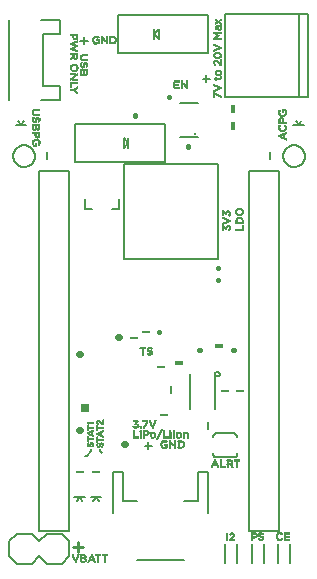
<source format=gto>
G75*
%MOIN*%
%OFA0B0*%
%FSLAX25Y25*%
%IPPOS*%
%LPD*%
%AMOC8*
5,1,8,0,0,1.08239X$1,22.5*
%
%ADD10C,0.00600*%
%ADD11C,0.00800*%
%ADD12C,0.00900*%
%ADD13R,0.00012X0.00012*%
%ADD14R,0.00012X0.00012*%
%ADD15R,0.00012X0.00228*%
%ADD16R,0.00012X0.00012*%
%ADD17R,0.00012X0.00492*%
%ADD18R,0.00012X0.00564*%
%ADD19R,0.00012X0.00396*%
%ADD20R,0.00012X0.00384*%
%ADD21R,0.00012X0.00708*%
%ADD22R,0.00012X0.00444*%
%ADD23R,0.00012X0.00396*%
%ADD24R,0.00012X0.00528*%
%ADD25R,0.00012X0.00756*%
%ADD26R,0.00012X0.00432*%
%ADD27R,0.00012X0.00372*%
%ADD28R,0.00012X0.01776*%
%ADD29R,0.00012X0.00444*%
%ADD30R,0.00012X0.00408*%
%ADD31R,0.00012X0.00540*%
%ADD32R,0.00012X0.00876*%
%ADD33R,0.00012X0.00432*%
%ADD34R,0.00012X0.01764*%
%ADD35R,0.00012X0.00420*%
%ADD36R,0.00012X0.00528*%
%ADD37R,0.00012X0.00924*%
%ADD38R,0.00012X0.01776*%
%ADD39R,0.00012X0.00420*%
%ADD40R,0.00012X0.00528*%
%ADD41R,0.00012X0.01020*%
%ADD42R,0.00012X0.00408*%
%ADD43R,0.00012X0.01764*%
%ADD44R,0.00012X0.00516*%
%ADD45R,0.00012X0.01056*%
%ADD46R,0.00012X0.00420*%
%ADD47R,0.00012X0.01116*%
%ADD48R,0.00012X0.00516*%
%ADD49R,0.00012X0.01164*%
%ADD50R,0.00012X0.00456*%
%ADD51R,0.00012X0.00456*%
%ADD52R,0.00012X0.01212*%
%ADD53R,0.00012X0.00468*%
%ADD54R,0.00012X0.01260*%
%ADD55R,0.00012X0.00480*%
%ADD56R,0.00012X0.00468*%
%ADD57R,0.00012X0.00540*%
%ADD58R,0.00012X0.01308*%
%ADD59R,0.00012X0.00456*%
%ADD60R,0.00012X0.00480*%
%ADD61R,0.00012X0.01344*%
%ADD62R,0.00012X0.00492*%
%ADD63R,0.00012X0.01404*%
%ADD64R,0.00012X0.00492*%
%ADD65R,0.00012X0.01428*%
%ADD66R,0.00012X0.00504*%
%ADD67R,0.00012X0.01476*%
%ADD68R,0.00012X0.00504*%
%ADD69R,0.00012X0.00504*%
%ADD70R,0.00012X0.01500*%
%ADD71R,0.00012X0.00528*%
%ADD72R,0.00012X0.01548*%
%ADD73R,0.00012X0.01572*%
%ADD74R,0.00012X0.01608*%
%ADD75R,0.00012X0.00552*%
%ADD76R,0.00012X0.01632*%
%ADD77R,0.00012X0.00564*%
%ADD78R,0.00012X0.01692*%
%ADD79R,0.00012X0.00564*%
%ADD80R,0.00012X0.01692*%
%ADD81R,0.00012X0.00576*%
%ADD82R,0.00012X0.01740*%
%ADD83R,0.00012X0.00576*%
%ADD84R,0.00012X0.01752*%
%ADD85R,0.00012X0.00588*%
%ADD86R,0.00012X0.00588*%
%ADD87R,0.00012X0.00540*%
%ADD88R,0.00012X0.01788*%
%ADD89R,0.00012X0.00600*%
%ADD90R,0.00012X0.00600*%
%ADD91R,0.00012X0.01812*%
%ADD92R,0.00012X0.00612*%
%ADD93R,0.00012X0.01836*%
%ADD94R,0.00012X0.00612*%
%ADD95R,0.00012X0.00612*%
%ADD96R,0.00012X0.01860*%
%ADD97R,0.00012X0.00624*%
%ADD98R,0.00012X0.01884*%
%ADD99R,0.00012X0.00624*%
%ADD100R,0.00012X0.01908*%
%ADD101R,0.00012X0.00636*%
%ADD102R,0.00012X0.00636*%
%ADD103R,0.00012X0.00648*%
%ADD104R,0.00012X0.01932*%
%ADD105R,0.00012X0.00648*%
%ADD106R,0.00012X0.00852*%
%ADD107R,0.00012X0.00660*%
%ADD108R,0.00012X0.00648*%
%ADD109R,0.00012X0.00660*%
%ADD110R,0.00012X0.00828*%
%ADD111R,0.00012X0.00012*%
%ADD112R,0.00012X0.00804*%
%ADD113R,0.00012X0.00672*%
%ADD114R,0.00012X0.00780*%
%ADD115R,0.00012X0.00756*%
%ADD116R,0.00012X0.00672*%
%ADD117R,0.00012X0.00684*%
%ADD118R,0.00012X0.00756*%
%ADD119R,0.00012X0.00720*%
%ADD120R,0.00012X0.00684*%
%ADD121R,0.00012X0.00732*%
%ADD122R,0.00012X0.00696*%
%ADD123R,0.00012X0.00684*%
%ADD124R,0.00012X0.00696*%
%ADD125R,0.00012X0.00708*%
%ADD126R,0.00012X0.00720*%
%ADD127R,0.00012X0.00732*%
%ADD128R,0.00012X0.00720*%
%ADD129R,0.00012X0.00744*%
%ADD130R,0.00012X0.00612*%
%ADD131R,0.00012X0.00768*%
%ADD132R,0.00012X0.00540*%
%ADD133R,0.00012X0.00780*%
%ADD134R,0.00012X0.00768*%
%ADD135R,0.00012X0.00792*%
%ADD136R,0.00012X0.00804*%
%ADD137R,0.00012X0.00792*%
%ADD138R,0.00012X0.00792*%
%ADD139R,0.00012X0.00816*%
%ADD140R,0.00012X0.00792*%
%ADD141R,0.00012X0.00576*%
%ADD142R,0.00012X0.00552*%
%ADD143R,0.00012X0.00828*%
%ADD144R,0.00012X0.00840*%
%ADD145R,0.00012X0.00840*%
%ADD146R,0.00012X0.00828*%
%ADD147R,0.00012X0.00864*%
%ADD148R,0.00012X0.00864*%
%ADD149R,0.00012X0.00864*%
%ADD150R,0.00012X0.00888*%
%ADD151R,0.00012X0.00900*%
%ADD152R,0.00012X0.00912*%
%ADD153R,0.00012X0.00936*%
%ADD154R,0.00012X0.00936*%
%ADD155R,0.00012X0.00948*%
%ADD156R,0.00012X0.00948*%
%ADD157R,0.00012X0.00960*%
%ADD158R,0.00012X0.00420*%
%ADD159R,0.00012X0.00972*%
%ADD160R,0.00012X0.00984*%
%ADD161R,0.00012X0.00456*%
%ADD162R,0.00012X0.01092*%
%ADD163R,0.00012X0.01200*%
%ADD164R,0.00012X0.01236*%
%ADD165R,0.00012X0.01320*%
%ADD166R,0.00012X0.01332*%
%ADD167R,0.00012X0.01392*%
%ADD168R,0.00012X0.01512*%
%ADD169R,0.00012X0.01404*%
%ADD170R,0.00012X0.01500*%
%ADD171R,0.00012X0.01440*%
%ADD172R,0.00012X0.00492*%
%ADD173R,0.00012X0.01476*%
%ADD174R,0.00012X0.01488*%
%ADD175R,0.00012X0.01512*%
%ADD176R,0.00012X0.01524*%
%ADD177R,0.00012X0.01476*%
%ADD178R,0.00012X0.01536*%
%ADD179R,0.00012X0.01464*%
%ADD180R,0.00012X0.01560*%
%ADD181R,0.00012X0.01584*%
%ADD182R,0.00012X0.01536*%
%ADD183R,0.00012X0.01596*%
%ADD184R,0.00012X0.01548*%
%ADD185R,0.00012X0.01608*%
%ADD186R,0.00012X0.01632*%
%ADD187R,0.00012X0.01620*%
%ADD188R,0.00012X0.01656*%
%ADD189R,0.00012X0.01668*%
%ADD190R,0.00012X0.01680*%
%ADD191R,0.00012X0.01692*%
%ADD192R,0.00012X0.01716*%
%ADD193R,0.00012X0.01704*%
%ADD194R,0.00012X0.01728*%
%ADD195R,0.00012X0.01728*%
%ADD196R,0.00012X0.01740*%
%ADD197R,0.00012X0.01800*%
%ADD198R,0.00012X0.01812*%
%ADD199R,0.00012X0.01824*%
%ADD200R,0.00012X0.00648*%
%ADD201R,0.00012X0.01788*%
%ADD202R,0.00012X0.01836*%
%ADD203R,0.00012X0.01848*%
%ADD204R,0.00012X0.00684*%
%ADD205R,0.00012X0.01800*%
%ADD206R,0.00012X0.01860*%
%ADD207R,0.00012X0.01824*%
%ADD208R,0.00012X0.01872*%
%ADD209R,0.00012X0.01812*%
%ADD210R,0.00012X0.01884*%
%ADD211R,0.00012X0.00720*%
%ADD212R,0.00012X0.01896*%
%ADD213R,0.00012X0.00744*%
%ADD214R,0.00012X0.01908*%
%ADD215R,0.00012X0.01920*%
%ADD216R,0.00012X0.01920*%
%ADD217R,0.00012X0.00816*%
%ADD218R,0.00012X0.00576*%
%ADD219R,0.00012X0.00876*%
%ADD220R,0.00012X0.00900*%
%ADD221R,0.00012X0.00948*%
%ADD222R,0.00012X0.00972*%
%ADD223R,0.00012X0.00996*%
%ADD224R,0.00012X0.00468*%
%ADD225R,0.00012X0.00984*%
%ADD226R,0.00012X0.00852*%
%ADD227R,0.00012X0.00888*%
%ADD228R,0.00012X0.00864*%
%ADD229R,0.00012X0.00828*%
%ADD230R,0.00012X0.01956*%
%ADD231R,0.00012X0.01956*%
%ADD232R,0.00012X0.01944*%
%ADD233R,0.00012X0.00504*%
%ADD234R,0.00012X0.01884*%
%ADD235R,0.00012X0.01764*%
%ADD236R,0.00012X0.01848*%
%ADD237R,0.00012X0.01668*%
%ADD238R,0.00012X0.01644*%
%ADD239R,0.00012X0.01812*%
%ADD240R,0.00012X0.01584*%
%ADD241R,0.00012X0.01752*%
%ADD242R,0.00012X0.01452*%
%ADD243R,0.00012X0.01548*%
%ADD244R,0.00012X0.01380*%
%ADD245R,0.00012X0.01356*%
%ADD246R,0.00012X0.00468*%
%ADD247R,0.00012X0.01284*%
%ADD248R,0.00012X0.01212*%
%ADD249R,0.00012X0.01188*%
%ADD250R,0.00012X0.01368*%
%ADD251R,0.00012X0.01512*%
%ADD252R,0.00012X0.01068*%
%ADD253R,0.00012X0.01452*%
%ADD254R,0.00012X0.01272*%
%ADD255R,0.00012X0.01416*%
%ADD256R,0.00012X0.00948*%
%ADD257R,0.00012X0.01128*%
%ADD258R,0.00012X0.01248*%
%ADD259R,0.00012X0.00372*%
%ADD260R,0.00012X0.00276*%
%ADD261R,0.00012X0.00804*%
%ADD262R,0.00012X0.01428*%
%ADD263R,0.00012X0.01584*%
%ADD264R,0.00012X0.01044*%
%ADD265R,0.00012X0.01620*%
%ADD266R,0.00012X0.01128*%
%ADD267R,0.00012X0.01140*%
%ADD268R,0.00012X0.01188*%
%ADD269R,0.00012X0.01704*%
%ADD270R,0.00012X0.01236*%
%ADD271R,0.00012X0.01284*%
%ADD272R,0.00012X0.01260*%
%ADD273R,0.00012X0.01308*%
%ADD274R,0.00012X0.01356*%
%ADD275R,0.00012X0.01380*%
%ADD276R,0.00012X0.01848*%
%ADD277R,0.00012X0.01524*%
%ADD278R,0.00012X0.01596*%
%ADD279R,0.00012X0.01896*%
%ADD280R,0.00012X0.01920*%
%ADD281R,0.00012X0.01680*%
%ADD282R,0.00012X0.01944*%
%ADD283R,0.00012X0.01728*%
%ADD284R,0.00012X0.01644*%
%ADD285R,0.00012X0.01968*%
%ADD286R,0.00012X0.01980*%
%ADD287R,0.00012X0.01992*%
%ADD288R,0.00012X0.02004*%
%ADD289R,0.00012X0.01872*%
%ADD290R,0.00012X0.02016*%
%ADD291R,0.00012X0.01776*%
%ADD292R,0.00012X0.02016*%
%ADD293R,0.00012X0.02028*%
%ADD294R,0.00012X0.00324*%
%ADD295R,0.00012X0.00300*%
%ADD296R,0.00012X0.00276*%
%ADD297R,0.00012X0.00252*%
%ADD298R,0.00012X0.00204*%
%ADD299R,0.00012X0.00180*%
%ADD300R,0.00012X0.00156*%
%ADD301R,0.00012X0.00144*%
%ADD302R,0.00012X0.00120*%
%ADD303R,0.00012X0.00108*%
%ADD304R,0.00012X0.00060*%
%ADD305R,0.00012X0.00060*%
%ADD306R,0.00012X0.01116*%
%ADD307R,0.00012X0.01932*%
%ADD308R,0.00012X0.01140*%
%ADD309R,0.00012X0.01164*%
%ADD310R,0.00012X0.01272*%
%ADD311R,0.00012X0.01284*%
%ADD312R,0.00012X0.01212*%
%ADD313R,0.00012X0.01092*%
%ADD314R,0.00012X0.01068*%
%ADD315R,0.00012X0.01008*%
%ADD316R,0.00012X0.00756*%
%ADD317R,0.00012X0.00048*%
%ADD318R,0.00012X0.00084*%
%ADD319R,0.00012X0.00132*%
%ADD320R,0.00012X0.00144*%
%ADD321R,0.00012X0.00192*%
%ADD322R,0.00012X0.00240*%
%ADD323R,0.00012X0.00564*%
%ADD324R,0.00012X0.01668*%
%ADD325R,0.00012X0.01656*%
%ADD326R,0.00012X0.01848*%
%ADD327R,0.00012X0.01464*%
%ADD328R,0.00012X0.01428*%
%ADD329R,0.00012X0.01356*%
%ADD330R,0.00012X0.01716*%
%ADD331R,0.00012X0.01224*%
%ADD332R,0.00012X0.01620*%
%ADD333R,0.00012X0.01584*%
%ADD334R,0.00012X0.01020*%
%ADD335R,0.00012X0.00996*%
%ADD336R,0.00012X0.00228*%
%ADD337R,0.00012X0.00180*%
%ADD338R,0.00012X0.00228*%
%ADD339R,0.00012X0.00204*%
%ADD340R,0.00012X0.00348*%
%ADD341R,0.00012X0.00804*%
%ADD342R,0.00012X0.00960*%
%ADD343R,0.00012X0.00912*%
%ADD344R,0.00012X0.01068*%
%ADD345R,0.00012X0.01212*%
%ADD346R,0.00012X0.01032*%
%ADD347R,0.00012X0.01248*%
%ADD348R,0.00012X0.01284*%
%ADD349R,0.00012X0.01320*%
%ADD350R,0.00012X0.00876*%
%ADD351R,0.00012X0.01368*%
%ADD352R,0.00012X0.01344*%
%ADD353R,0.00012X0.01392*%
%ADD354R,0.00012X0.01176*%
%ADD355R,0.00012X0.01176*%
%ADD356R,0.00012X0.01440*%
%ADD357R,0.00012X0.01656*%
%ADD358R,0.00012X0.01488*%
%ADD359R,0.00012X0.01656*%
%ADD360R,0.00012X0.00924*%
%ADD361R,0.00012X0.01560*%
%ADD362R,0.00012X0.00036*%
%ADD363R,0.00012X0.00036*%
%ADD364R,0.00012X0.00096*%
%ADD365R,0.00012X0.00084*%
%ADD366R,0.00012X0.00168*%
%ADD367R,0.00012X0.00192*%
%ADD368R,0.00012X0.00252*%
%ADD369R,0.00012X0.00300*%
%ADD370R,0.00012X0.00360*%
%ADD371R,0.00012X0.01572*%
%ADD372R,0.00012X0.01476*%
%ADD373R,0.00012X0.01392*%
%ADD374R,0.00012X0.00324*%
%ADD375R,0.00012X0.00288*%
%ADD376R,0.00012X0.01404*%
%ADD377R,0.00012X0.01332*%
%ADD378R,0.00012X0.01140*%
%ADD379R,0.00012X0.00912*%
%ADD380R,0.00012X0.00264*%
%ADD381R,0.00012X0.00336*%
%ADD382R,0.00012X0.01764*%
%ADD383R,0.00012X0.01620*%
%ADD384R,0.00012X0.01200*%
%ADD385R,0.00012X0.01092*%
%ADD386R,0.00012X0.01020*%
%ADD387R,0.00384X0.00012*%
%ADD388R,0.00372X0.00012*%
%ADD389R,0.00396X0.00012*%
%ADD390R,0.00384X0.00012*%
%ADD391R,0.00384X0.00012*%
%ADD392R,0.00372X0.00012*%
%ADD393R,0.00384X0.00012*%
%ADD394R,0.00396X0.00012*%
%ADD395R,0.00180X0.00012*%
%ADD396R,0.00444X0.00012*%
%ADD397R,0.00540X0.00012*%
%ADD398R,0.00516X0.00012*%
%ADD399R,0.00660X0.00012*%
%ADD400R,0.00408X0.00012*%
%ADD401R,0.00636X0.00012*%
%ADD402R,0.00732X0.00012*%
%ADD403R,0.00480X0.00012*%
%ADD404R,0.00504X0.00012*%
%ADD405R,0.01764X0.00012*%
%ADD406R,0.00432X0.00012*%
%ADD407R,0.00684X0.00012*%
%ADD408R,0.01764X0.00012*%
%ADD409R,0.00816X0.00012*%
%ADD410R,0.00480X0.00012*%
%ADD411R,0.00420X0.00012*%
%ADD412R,0.01776X0.00012*%
%ADD413R,0.00444X0.00012*%
%ADD414R,0.00780X0.00012*%
%ADD415R,0.00432X0.00012*%
%ADD416R,0.00852X0.00012*%
%ADD417R,0.00492X0.00012*%
%ADD418R,0.00420X0.00012*%
%ADD419R,0.00804X0.00012*%
%ADD420R,0.00924X0.00012*%
%ADD421R,0.01776X0.00012*%
%ADD422R,0.00876X0.00012*%
%ADD423R,0.00996X0.00012*%
%ADD424R,0.00492X0.00012*%
%ADD425R,0.01764X0.00012*%
%ADD426R,0.00924X0.00012*%
%ADD427R,0.01764X0.00012*%
%ADD428R,0.01032X0.00012*%
%ADD429R,0.00516X0.00012*%
%ADD430R,0.00468X0.00012*%
%ADD431R,0.00972X0.00012*%
%ADD432R,0.01092X0.00012*%
%ADD433R,0.00456X0.00012*%
%ADD434R,0.01128X0.00012*%
%ADD435R,0.01068X0.00012*%
%ADD436R,0.01164X0.00012*%
%ADD437R,0.01092X0.00012*%
%ADD438R,0.01092X0.00012*%
%ADD439R,0.01200X0.00012*%
%ADD440R,0.00504X0.00012*%
%ADD441R,0.01140X0.00012*%
%ADD442R,0.01140X0.00012*%
%ADD443R,0.01236X0.00012*%
%ADD444R,0.01284X0.00012*%
%ADD445R,0.00492X0.00012*%
%ADD446R,0.01212X0.00012*%
%ADD447R,0.01308X0.00012*%
%ADD448R,0.00492X0.00012*%
%ADD449R,0.01236X0.00012*%
%ADD450R,0.01332X0.00012*%
%ADD451R,0.00504X0.00012*%
%ADD452R,0.00540X0.00012*%
%ADD453R,0.01356X0.00012*%
%ADD454R,0.01284X0.00012*%
%ADD455R,0.01404X0.00012*%
%ADD456R,0.00564X0.00012*%
%ADD457R,0.01344X0.00012*%
%ADD458R,0.01428X0.00012*%
%ADD459R,0.00564X0.00012*%
%ADD460R,0.01368X0.00012*%
%ADD461R,0.01452X0.00012*%
%ADD462R,0.01392X0.00012*%
%ADD463R,0.01476X0.00012*%
%ADD464R,0.00588X0.00012*%
%ADD465R,0.01416X0.00012*%
%ADD466R,0.01500X0.00012*%
%ADD467R,0.00612X0.00012*%
%ADD468R,0.01524X0.00012*%
%ADD469R,0.01464X0.00012*%
%ADD470R,0.01560X0.00012*%
%ADD471R,0.01572X0.00012*%
%ADD472R,0.01620X0.00012*%
%ADD473R,0.00648X0.00012*%
%ADD474R,0.01548X0.00012*%
%ADD475R,0.01608X0.00012*%
%ADD476R,0.01644X0.00012*%
%ADD477R,0.01584X0.00012*%
%ADD478R,0.01584X0.00012*%
%ADD479R,0.01644X0.00012*%
%ADD480R,0.00660X0.00012*%
%ADD481R,0.01584X0.00012*%
%ADD482R,0.01584X0.00012*%
%ADD483R,0.01680X0.00012*%
%ADD484R,0.00828X0.00012*%
%ADD485R,0.00792X0.00012*%
%ADD486R,0.00792X0.00012*%
%ADD487R,0.01692X0.00012*%
%ADD488R,0.00684X0.00012*%
%ADD489R,0.00888X0.00012*%
%ADD490R,0.00732X0.00012*%
%ADD491R,0.00708X0.00012*%
%ADD492R,0.00780X0.00012*%
%ADD493R,0.00696X0.00012*%
%ADD494R,0.00756X0.00012*%
%ADD495R,0.00612X0.00012*%
%ADD496R,0.00636X0.00012*%
%ADD497R,0.00612X0.00012*%
%ADD498R,0.00708X0.00012*%
%ADD499R,0.00588X0.00012*%
%ADD500R,0.00576X0.00012*%
%ADD501R,0.00612X0.00012*%
%ADD502R,0.00744X0.00012*%
%ADD503R,0.00576X0.00012*%
%ADD504R,0.00540X0.00012*%
%ADD505R,0.00756X0.00012*%
%ADD506R,0.00540X0.00012*%
%ADD507R,0.00528X0.00012*%
%ADD508R,0.00528X0.00012*%
%ADD509R,0.00420X0.00012*%
%ADD510R,0.00804X0.00012*%
%ADD511R,0.00348X0.00012*%
%ADD512R,0.00852X0.00012*%
%ADD513R,0.00312X0.00012*%
%ADD514R,0.00288X0.00012*%
%ADD515R,0.00468X0.00012*%
%ADD516R,0.00252X0.00012*%
%ADD517R,0.00204X0.00012*%
%ADD518R,0.00456X0.00012*%
%ADD519R,0.00876X0.00012*%
%ADD520R,0.00192X0.00012*%
%ADD521R,0.00900X0.00012*%
%ADD522R,0.00156X0.00012*%
%ADD523R,0.00456X0.00012*%
%ADD524R,0.00456X0.00012*%
%ADD525R,0.00132X0.00012*%
%ADD526R,0.00108X0.00012*%
%ADD527R,0.00096X0.00012*%
%ADD528R,0.00060X0.00012*%
%ADD529R,0.00060X0.00012*%
%ADD530R,0.01080X0.00012*%
%ADD531R,0.01188X0.00012*%
%ADD532R,0.01248X0.00012*%
%ADD533R,0.01308X0.00012*%
%ADD534R,0.01344X0.00012*%
%ADD535R,0.01380X0.00012*%
%ADD536R,0.01416X0.00012*%
%ADD537R,0.00468X0.00012*%
%ADD538R,0.01512X0.00012*%
%ADD539R,0.00468X0.00012*%
%ADD540R,0.01548X0.00012*%
%ADD541R,0.01620X0.00012*%
%ADD542R,0.01632X0.00012*%
%ADD543R,0.01656X0.00012*%
%ADD544R,0.00420X0.00012*%
%ADD545R,0.00576X0.00012*%
%ADD546R,0.01692X0.00012*%
%ADD547R,0.01716X0.00012*%
%ADD548R,0.01716X0.00012*%
%ADD549R,0.00672X0.00012*%
%ADD550R,0.01740X0.00012*%
%ADD551R,0.01752X0.00012*%
%ADD552R,0.01752X0.00012*%
%ADD553R,0.01116X0.00012*%
%ADD554R,0.01788X0.00012*%
%ADD555R,0.01104X0.00012*%
%ADD556R,0.01776X0.00012*%
%ADD557R,0.01788X0.00012*%
%ADD558R,0.01092X0.00012*%
%ADD559R,0.01800X0.00012*%
%ADD560R,0.01812X0.00012*%
%ADD561R,0.01824X0.00012*%
%ADD562R,0.01044X0.00012*%
%ADD563R,0.01020X0.00012*%
%ADD564R,0.00600X0.00012*%
%ADD565R,0.01020X0.00012*%
%ADD566R,0.00996X0.00012*%
%ADD567R,0.00948X0.00012*%
%ADD568R,0.00948X0.00012*%
%ADD569R,0.00936X0.00012*%
%ADD570R,0.00528X0.00012*%
%ADD571R,0.00828X0.00012*%
%ADD572R,0.00552X0.00012*%
%ADD573R,0.00756X0.00012*%
%ADD574R,0.00552X0.00012*%
%ADD575R,0.00624X0.00012*%
%ADD576R,0.00576X0.00012*%
%ADD577R,0.00720X0.00012*%
%ADD578R,0.01608X0.00012*%
%ADD579R,0.01632X0.00012*%
%ADD580R,0.01548X0.00012*%
%ADD581R,0.01620X0.00012*%
%ADD582R,0.01536X0.00012*%
%ADD583R,0.01500X0.00012*%
%ADD584R,0.01164X0.00012*%
%ADD585R,0.01152X0.00012*%
%ADD586R,0.01464X0.00012*%
%ADD587R,0.01140X0.00012*%
%ADD588R,0.01452X0.00012*%
%ADD589R,0.01404X0.00012*%
%ADD590R,0.01356X0.00012*%
%ADD591R,0.01068X0.00012*%
%ADD592R,0.01056X0.00012*%
%ADD593R,0.01284X0.00012*%
%ADD594R,0.01284X0.00012*%
%ADD595R,0.01020X0.00012*%
%ADD596R,0.01212X0.00012*%
%ADD597R,0.00972X0.00012*%
%ADD598R,0.01140X0.00012*%
%ADD599R,0.00864X0.00012*%
%ADD600R,0.00756X0.00012*%
%ADD601R,0.00528X0.00012*%
%ADD602R,0.01836X0.00012*%
%ADD603R,0.01812X0.00012*%
%ADD604R,0.01800X0.00012*%
%ADD605R,0.01668X0.00012*%
%ADD606R,0.01668X0.00012*%
%ADD607R,0.01656X0.00012*%
%ADD608R,0.01776X0.00012*%
%ADD609R,0.01740X0.00012*%
%ADD610R,0.01728X0.00012*%
%ADD611R,0.01704X0.00012*%
%ADD612R,0.01668X0.00012*%
%ADD613R,0.01668X0.00012*%
%ADD614R,0.01620X0.00012*%
%ADD615R,0.01596X0.00012*%
%ADD616R,0.01560X0.00012*%
%ADD617R,0.01548X0.00012*%
%ADD618R,0.01380X0.00012*%
%ADD619R,0.01320X0.00012*%
%ADD620R,0.01200X0.00012*%
%ADD621R,0.00276X0.00012*%
%ADD622R,0.01896X0.00012*%
%ADD623R,0.01884X0.00012*%
%ADD624R,0.01896X0.00012*%
%ADD625R,0.01020X0.00012*%
%ADD626R,0.01884X0.00012*%
%ADD627R,0.01692X0.00012*%
%ADD628R,0.00600X0.00012*%
%ADD629R,0.01740X0.00012*%
%ADD630R,0.00624X0.00012*%
%ADD631R,0.01836X0.00012*%
%ADD632R,0.00648X0.00012*%
%ADD633R,0.01860X0.00012*%
%ADD634R,0.00684X0.00012*%
%ADD635R,0.00684X0.00012*%
%ADD636R,0.00696X0.00012*%
%ADD637R,0.00720X0.00012*%
%ADD638R,0.00768X0.00012*%
%ADD639R,0.00324X0.00012*%
%ADD640R,0.00300X0.00012*%
%ADD641R,0.00276X0.00012*%
%ADD642R,0.00816X0.00012*%
%ADD643R,0.00204X0.00012*%
%ADD644R,0.00840X0.00012*%
%ADD645R,0.00192X0.00012*%
%ADD646R,0.00840X0.00012*%
%ADD647R,0.00156X0.00012*%
%ADD648R,0.00120X0.00012*%
%ADD649R,0.00072X0.00012*%
%ADD650R,0.00048X0.00012*%
%ADD651R,0.00912X0.00012*%
%ADD652R,0.00936X0.00012*%
%ADD653R,0.00960X0.00012*%
%ADD654R,0.00984X0.00012*%
%ADD655R,0.00792X0.00012*%
%ADD656R,0.00840X0.00012*%
%ADD657R,0.00876X0.00012*%
%ADD658R,0.01704X0.00012*%
%ADD659R,0.01056X0.00012*%
%ADD660R,0.01116X0.00012*%
%ADD661R,0.01704X0.00012*%
%ADD662R,0.01188X0.00012*%
%ADD663R,0.01212X0.00012*%
%ADD664R,0.01260X0.00012*%
%ADD665R,0.01260X0.00012*%
%ADD666R,0.00564X0.00012*%
%ADD667R,0.01008X0.00012*%
%ADD668R,0.00984X0.00012*%
%ADD669R,0.00984X0.00012*%
%ADD670R,0.00984X0.00012*%
%ADD671R,0.00960X0.00012*%
%ADD672R,0.00948X0.00012*%
%ADD673R,0.00912X0.00012*%
%ADD674R,0.00888X0.00012*%
%ADD675R,0.00024X0.00012*%
%ADD676R,0.00036X0.00012*%
%ADD677R,0.00084X0.00012*%
%ADD678R,0.00144X0.00012*%
%ADD679R,0.00276X0.00012*%
%ADD680R,0.00300X0.00012*%
%ADD681R,0.00336X0.00012*%
%ADD682R,0.02052X0.00012*%
%ADD683R,0.01872X0.00012*%
%ADD684R,0.00720X0.00012*%
%ADD685R,0.02052X0.00012*%
%ADD686R,0.01872X0.00012*%
%ADD687R,0.00648X0.00012*%
%ADD688R,0.00648X0.00012*%
%ADD689R,0.01596X0.00012*%
%ADD690R,0.01428X0.00012*%
%ADD691R,0.00204X0.00012*%
%ADD692R,0.01824X0.00012*%
%ADD693R,0.01884X0.00012*%
%ADD694R,0.00948X0.00012*%
%ADD695R,0.01884X0.00012*%
%ADD696R,0.01056X0.00012*%
%ADD697R,0.01404X0.00012*%
%ADD698R,0.01572X0.00012*%
%ADD699R,0.01908X0.00012*%
%ADD700R,0.01812X0.00012*%
%ADD701R,0.01932X0.00012*%
%ADD702R,0.00744X0.00012*%
%ADD703R,0.00336X0.00012*%
%ADD704R,0.00324X0.00012*%
%ADD705R,0.00288X0.00012*%
%ADD706R,0.00252X0.00012*%
%ADD707R,0.00228X0.00012*%
%ADD708R,0.00216X0.00012*%
%ADD709R,0.00156X0.00012*%
%ADD710R,0.00168X0.00012*%
%ADD711R,0.00120X0.00012*%
%ADD712R,0.00132X0.00012*%
%ADD713R,0.00108X0.00012*%
%ADD714R,0.00048X0.00012*%
%ADD715R,0.01080X0.00012*%
%ADD716R,0.01248X0.00012*%
%ADD717R,0.01512X0.00012*%
%ADD718R,0.00036X0.00012*%
%ADD719R,0.00240X0.00012*%
%ADD720R,0.00264X0.00012*%
%ADD721R,0.00120X0.00012*%
%ADD722R,0.00084X0.00012*%
%ADD723R,0.00348X0.00012*%
%ADD724R,0.00144X0.00012*%
%ADD725R,0.00348X0.00012*%
%ADD726R,0.00564X0.00012*%
%ADD727R,0.00408X0.00012*%
%ADD728R,0.01932X0.00012*%
%ADD729R,0.01524X0.00012*%
%ADD730R,0.01908X0.00012*%
%ADD731R,0.01488X0.00012*%
%ADD732R,0.01740X0.00012*%
%ADD733R,0.01392X0.00012*%
%ADD734R,0.01692X0.00012*%
%ADD735R,0.01368X0.00012*%
%ADD736R,0.01428X0.00012*%
%ADD737R,0.01224X0.00012*%
%ADD738R,0.01332X0.00012*%
%ADD739R,0.01212X0.00012*%
%ADD740R,0.01320X0.00012*%
%ADD741R,0.00012X0.01092*%
%ADD742R,0.00012X0.01224*%
%ADD743R,0.00012X0.01404*%
%ADD744R,0.00012X0.01956*%
%ADD745R,0.00012X0.01884*%
%ADD746R,0.00012X0.01980*%
%ADD747R,0.00012X0.01992*%
%ADD748R,0.00012X0.02004*%
%ADD749R,0.00012X0.02040*%
%ADD750R,0.00012X0.00360*%
%ADD751R,0.00012X0.00336*%
%ADD752R,0.00012X0.00264*%
%ADD753R,0.00012X0.00156*%
%ADD754R,0.00012X0.00156*%
%ADD755R,0.00012X0.00084*%
%ADD756R,0.00012X0.00024*%
%ADD757R,0.00012X0.00768*%
%ADD758R,0.00012X0.01968*%
%ADD759R,0.00012X0.01176*%
%ADD760R,0.00012X0.00024*%
%ADD761R,0.00012X0.00084*%
%ADD762R,0.00012X0.00072*%
%ADD763R,0.00012X0.00072*%
%ADD764R,0.00012X0.00120*%
%ADD765R,0.00012X0.00132*%
%ADD766R,0.00012X0.00156*%
%ADD767R,0.00012X0.00204*%
%ADD768R,0.00012X0.00216*%
%ADD769R,0.00012X0.00276*%
%ADD770R,0.00012X0.00264*%
%ADD771R,0.00012X0.00312*%
%ADD772R,0.00012X0.01020*%
%ADD773R,0.00012X0.01128*%
%ADD774R,0.00012X0.00876*%
%ADD775R,0.00012X0.00312*%
%ADD776R,0.00012X0.00216*%
%ADD777R,0.00012X0.02088*%
%ADD778R,0.00012X0.02076*%
%ADD779R,0.00012X0.02076*%
%ADD780R,0.00012X0.02052*%
%ADD781R,0.00012X0.02052*%
%ADD782R,0.00012X0.02040*%
%ADD783R,0.00012X0.02028*%
%ADD784R,0.00012X0.01080*%
%ADD785R,0.00012X0.01248*%
%ADD786R,0.00012X0.01416*%
%ADD787R,0.00012X0.01080*%
%ADD788R,0.00012X0.01776*%
%ADD789R,0.00012X0.00108*%
%ADD790R,0.00012X0.00168*%
%ADD791R,0.00012X0.00240*%
%ADD792R,0.00012X0.00288*%
%ADD793R,0.00012X0.00348*%
%ADD794R,0.00012X0.01512*%
%ADD795R,0.00012X0.01548*%
%ADD796R,0.00012X0.01296*%
%ADD797R,0.00012X0.00984*%
%ADD798R,0.01176X0.00012*%
%ADD799R,0.01536X0.00012*%
%ADD800R,0.00504X0.00012*%
%ADD801R,0.01944X0.00012*%
%ADD802R,0.01848X0.00012*%
%ADD803R,0.01956X0.00012*%
%ADD804R,0.02004X0.00012*%
%ADD805R,0.02004X0.00012*%
%ADD806R,0.02016X0.00012*%
%ADD807R,0.01920X0.00012*%
%ADD808R,0.00720X0.00012*%
%ADD809R,0.01944X0.00012*%
%ADD810R,0.00768X0.00012*%
%ADD811R,0.00804X0.00012*%
%ADD812R,0.00804X0.00012*%
%ADD813R,0.00840X0.00012*%
%ADD814R,0.00876X0.00012*%
%ADD815R,0.00900X0.00012*%
%ADD816R,0.00864X0.00012*%
%ADD817R,0.00180X0.00012*%
%ADD818R,0.00264X0.00012*%
%ADD819R,0.00768X0.00012*%
%ADD820R,0.00672X0.00012*%
%ADD821R,0.01920X0.00012*%
%ADD822R,0.01860X0.00012*%
%ADD823R,0.01812X0.00012*%
%ADD824R,0.01476X0.00012*%
%ADD825R,0.01356X0.00012*%
%ADD826R,0.01512X0.00012*%
%ADD827R,0.01440X0.00012*%
%ADD828R,0.01272X0.00012*%
%ADD829R,0.00828X0.00012*%
%ADD830R,0.00010X0.00010*%
%ADD831R,0.00010X0.00250*%
%ADD832R,0.00010X0.00370*%
%ADD833R,0.00010X0.00370*%
%ADD834R,0.00010X0.00510*%
%ADD835R,0.00010X0.00590*%
%ADD836R,0.00010X0.00380*%
%ADD837R,0.00010X0.00400*%
%ADD838R,0.00010X0.00360*%
%ADD839R,0.00010X0.01520*%
%ADD840R,0.00010X0.00670*%
%ADD841R,0.00010X0.00390*%
%ADD842R,0.00010X0.00670*%
%ADD843R,0.00010X0.00710*%
%ADD844R,0.00010X0.00390*%
%ADD845R,0.00010X0.00810*%
%ADD846R,0.00010X0.00830*%
%ADD847R,0.00010X0.00890*%
%ADD848R,0.00010X0.00930*%
%ADD849R,0.00010X0.00990*%
%ADD850R,0.00010X0.00990*%
%ADD851R,0.00010X0.01010*%
%ADD852R,0.00010X0.01050*%
%ADD853R,0.00010X0.01070*%
%ADD854R,0.00010X0.01130*%
%ADD855R,0.00010X0.00410*%
%ADD856R,0.00010X0.01150*%
%ADD857R,0.00010X0.01190*%
%ADD858R,0.00010X0.01190*%
%ADD859R,0.00010X0.01210*%
%ADD860R,0.00010X0.01250*%
%ADD861R,0.00010X0.01270*%
%ADD862R,0.00010X0.01270*%
%ADD863R,0.00010X0.01290*%
%ADD864R,0.00010X0.01310*%
%ADD865R,0.00010X0.01350*%
%ADD866R,0.00010X0.01370*%
%ADD867R,0.00010X0.01370*%
%ADD868R,0.00010X0.01390*%
%ADD869R,0.00010X0.01410*%
%ADD870R,0.00010X0.01450*%
%ADD871R,0.00010X0.01470*%
%ADD872R,0.00010X0.01470*%
%ADD873R,0.00010X0.01490*%
%ADD874R,0.00010X0.01490*%
%ADD875R,0.00010X0.01510*%
%ADD876R,0.00010X0.01530*%
%ADD877R,0.00010X0.01550*%
%ADD878R,0.00010X0.00750*%
%ADD879R,0.00010X0.00560*%
%ADD880R,0.00010X0.01500*%
%ADD881R,0.00010X0.00540*%
%ADD882R,0.00010X0.00540*%
%ADD883R,0.00010X0.00640*%
%ADD884R,0.00010X0.00490*%
%ADD885R,0.00010X0.00490*%
%ADD886R,0.00010X0.00610*%
%ADD887R,0.00010X0.00460*%
%ADD888R,0.00010X0.00550*%
%ADD889R,0.00010X0.00450*%
%ADD890R,0.00010X0.00440*%
%ADD891R,0.00010X0.00440*%
%ADD892R,0.00010X0.00480*%
%ADD893R,0.00010X0.00470*%
%ADD894R,0.00010X0.00430*%
%ADD895R,0.00010X0.00350*%
%ADD896R,0.00010X0.00310*%
%ADD897R,0.00010X0.00300*%
%ADD898R,0.00010X0.00280*%
%ADD899R,0.00010X0.00270*%
%ADD900R,0.00010X0.00270*%
%ADD901R,0.00010X0.00220*%
%ADD902R,0.00010X0.00220*%
%ADD903R,0.00010X0.00210*%
%ADD904R,0.00010X0.00190*%
%ADD905R,0.00010X0.00470*%
%ADD906R,0.00010X0.00170*%
%ADD907R,0.00010X0.00500*%
%ADD908R,0.00010X0.00130*%
%ADD909R,0.00010X0.01750*%
%ADD910R,0.00010X0.00090*%
%ADD911R,0.00010X0.01730*%
%ADD912R,0.00010X0.00090*%
%ADD913R,0.00010X0.00070*%
%ADD914R,0.00010X0.00070*%
%ADD915R,0.00010X0.00050*%
%ADD916R,0.00010X0.01710*%
%ADD917R,0.00010X0.00030*%
%ADD918R,0.00010X0.00020*%
%ADD919R,0.00010X0.01690*%
%ADD920R,0.00010X0.00020*%
%ADD921R,0.00010X0.01670*%
%ADD922R,0.00010X0.01670*%
%ADD923R,0.00010X0.01650*%
%ADD924R,0.00010X0.01630*%
%ADD925R,0.00010X0.01620*%
%ADD926R,0.00010X0.01610*%
%ADD927R,0.00010X0.01590*%
%ADD928R,0.00010X0.01570*%
%ADD929R,0.00010X0.01570*%
%ADD930R,0.00010X0.00420*%
%ADD931R,0.00010X0.01540*%
%ADD932R,0.00010X0.00530*%
%ADD933R,0.00010X0.00570*%
%ADD934R,0.00010X0.00570*%
%ADD935R,0.00010X0.00690*%
%ADD936R,0.00010X0.00690*%
%ADD937R,0.00010X0.00730*%
%ADD938R,0.00010X0.00760*%
%ADD939R,0.00010X0.00870*%
%ADD940R,0.00010X0.00870*%
%ADD941R,0.00010X0.00910*%
%ADD942R,0.00010X0.00980*%
%ADD943R,0.00010X0.01000*%
%ADD944R,0.00010X0.01030*%
%ADD945R,0.00010X0.01060*%
%ADD946R,0.00010X0.01070*%
%ADD947R,0.00010X0.00940*%
%ADD948R,0.00010X0.00940*%
%ADD949R,0.00010X0.00890*%
%ADD950R,0.00010X0.00420*%
%ADD951R,0.00010X0.00640*%
%ADD952R,0.00010X0.00620*%
%ADD953R,0.00010X0.00620*%
%ADD954R,0.00010X0.00110*%
%ADD955R,0.00010X0.00160*%
%ADD956R,0.00010X0.00170*%
%ADD957R,0.00010X0.00200*%
%ADD958R,0.00010X0.00060*%
%ADD959R,0.00010X0.00290*%
%ADD960R,0.00010X0.00330*%
%ADD961R,0.00010X0.00150*%
%ADD962R,0.00010X0.00180*%
%ADD963R,0.00010X0.00120*%
%ADD964R,0.00010X0.00260*%
%ADD965R,0.00010X0.00700*%
%ADD966R,0.00010X0.00770*%
%ADD967R,0.00010X0.00650*%
%ADD968R,0.00010X0.00780*%
%ADD969R,0.00010X0.01700*%
%ADD970R,0.00010X0.00520*%
%ADD971R,0.00010X0.00630*%
%ADD972R,0.00010X0.00790*%
%ADD973R,0.00010X0.01390*%
%ADD974R,0.00010X0.01380*%
%ADD975R,0.00010X0.00800*%
%ADD976R,0.00010X0.01240*%
%ADD977R,0.00010X0.01170*%
%ADD978R,0.00010X0.01330*%
%ADD979R,0.00010X0.01160*%
%ADD980R,0.00010X0.00820*%
%ADD981R,0.00010X0.01140*%
%ADD982R,0.00010X0.01110*%
%ADD983R,0.00010X0.01230*%
%ADD984R,0.00010X0.01090*%
%ADD985R,0.00010X0.01170*%
%ADD986R,0.00010X0.01020*%
%ADD987R,0.00010X0.00950*%
%ADD988R,0.00010X0.00580*%
%ADD989R,0.00010X0.00520*%
%ADD990R,0.00010X0.00850*%
%ADD991R,0.00010X0.00790*%
%ADD992R,0.00010X0.00340*%
%ADD993R,0.00010X0.00590*%
%ADD994R,0.00010X0.00340*%
%ADD995R,0.02100X0.00012*%
%ADD996R,0.02076X0.00012*%
%ADD997R,0.02076X0.00012*%
%ADD998R,0.02028X0.00012*%
%ADD999R,0.02028X0.00012*%
%ADD1000R,0.01980X0.00012*%
%ADD1001R,0.01980X0.00012*%
%ADD1002R,0.01956X0.00012*%
%ADD1003R,0.01488X0.00012*%
%ADD1004R,0.01728X0.00012*%
%ADD1005R,0.01848X0.00012*%
%ADD1006R,0.01968X0.00012*%
%ADD1007R,0.01848X0.00012*%
%ADD1008R,0.00012X0.00276*%
%ADD1009R,0.00012X0.01296*%
%ADD1010R,0.00012X0.00984*%
%ADD1011R,0.00012X0.01104*%
%ADD1012R,0.00012X0.01152*%
%ADD1013R,0.00012X0.00840*%
%ADD1014R,0.00012X0.01056*%
%ADD1015R,0.00012X0.01104*%
%ADD1016R,0.00012X0.01152*%
%ADD1017R,0.00012X0.01320*%
%ADD1018R,0.00012X0.01320*%
%ADD1019R,0.00012X0.00348*%
%ADD1020R,0.00012X0.00348*%
%ADD1021R,0.00012X0.00240*%
%ADD1022R,0.00012X0.00120*%
%ADD1023R,0.00012X0.01044*%
%ADD1024R,0.00012X0.01032*%
%ADD1025R,0.00012X0.01008*%
%ADD1026R,0.01848X0.00012*%
%ADD1027R,0.01968X0.00012*%
%ADD1028R,0.01992X0.00012*%
%ADD1029R,0.02016X0.00012*%
%ADD1030R,0.01956X0.00012*%
%ADD1031R,0.01956X0.00012*%
%ADD1032R,0.01680X0.00012*%
%ADD1033C,0.00500*%
%ADD1034C,0.02200*%
%ADD1035C,0.01600*%
%ADD1036R,0.01800X0.03000*%
%ADD1037R,0.00945X0.02800*%
%ADD1038R,0.02800X0.00945*%
%ADD1039C,0.00787*%
%ADD1040R,0.03150X0.03150*%
%ADD1041R,0.03000X0.01800*%
D10*
X0035590Y0045967D02*
X0036190Y0045967D01*
X0037690Y0047467D01*
X0037690Y0048067D01*
X0040690Y0048067D02*
X0040690Y0047367D01*
X0041190Y0046967D01*
X0055549Y0049316D02*
X0057951Y0049316D01*
X0056750Y0050517D02*
X0056750Y0048115D01*
X0046890Y0128267D02*
X0044690Y0128267D01*
X0046890Y0128267D02*
X0046890Y0131467D01*
X0037890Y0128267D02*
X0035690Y0128267D01*
X0035690Y0131467D01*
X0067215Y0152264D02*
X0073365Y0152264D01*
X0073365Y0163465D02*
X0067215Y0163465D01*
X0074967Y0171688D02*
X0077236Y0171688D01*
X0076101Y0172822D02*
X0076101Y0170554D01*
D11*
X0010290Y0012367D02*
X0012790Y0009867D01*
X0017790Y0009867D01*
X0020290Y0012367D01*
X0022790Y0009867D01*
X0027790Y0009867D01*
X0030290Y0012367D01*
X0030290Y0017367D01*
X0027790Y0019867D01*
X0022790Y0019867D01*
X0020290Y0017367D01*
X0017790Y0019867D01*
X0012790Y0019867D01*
X0010290Y0017367D01*
X0010290Y0012367D01*
X0020290Y0020867D02*
X0020290Y0140867D01*
X0030290Y0140867D01*
X0030290Y0020867D01*
X0020290Y0020867D01*
X0032930Y0030815D02*
X0033690Y0031975D01*
X0033790Y0032036D02*
X0034711Y0030815D01*
X0035601Y0032036D02*
X0033790Y0032036D01*
X0031979Y0032036D01*
X0037479Y0032036D02*
X0039290Y0032036D01*
X0040211Y0030815D01*
X0041101Y0032036D02*
X0039290Y0032036D01*
X0039190Y0031975D02*
X0038430Y0030815D01*
X0045042Y0026804D02*
X0045042Y0040583D01*
X0048192Y0040583D01*
X0048192Y0030741D01*
X0052916Y0030741D01*
X0068664Y0030741D02*
X0073389Y0030741D01*
X0073389Y0040583D01*
X0076538Y0040583D01*
X0076538Y0026804D01*
X0090290Y0020867D02*
X0090290Y0140867D01*
X0100290Y0140867D01*
X0100290Y0020867D01*
X0090290Y0020867D01*
X0091190Y0016617D02*
X0091190Y0010117D01*
X0095190Y0010117D02*
X0095190Y0016617D01*
X0099790Y0016617D02*
X0099790Y0010117D01*
X0103790Y0010117D02*
X0103790Y0016617D01*
X0086290Y0016617D02*
X0086290Y0010117D01*
X0082290Y0010117D02*
X0082290Y0016617D01*
X0068664Y0011056D02*
X0052916Y0011056D01*
X0079141Y0045530D02*
X0085440Y0045530D01*
X0085440Y0045529D02*
X0085499Y0045543D01*
X0085557Y0045560D01*
X0085614Y0045581D01*
X0085670Y0045605D01*
X0085724Y0045633D01*
X0085776Y0045663D01*
X0085827Y0045697D01*
X0085875Y0045734D01*
X0085921Y0045773D01*
X0085964Y0045816D01*
X0086005Y0045860D01*
X0086043Y0045908D01*
X0086078Y0045957D01*
X0086110Y0046009D01*
X0086139Y0046062D01*
X0086165Y0046117D01*
X0086187Y0046173D01*
X0086206Y0046231D01*
X0086222Y0046290D01*
X0086233Y0046349D01*
X0086242Y0046409D01*
X0086246Y0046470D01*
X0086247Y0046530D01*
X0086244Y0046591D01*
X0086238Y0046651D01*
X0086228Y0046711D01*
X0079141Y0045529D02*
X0079082Y0045543D01*
X0079024Y0045560D01*
X0078967Y0045581D01*
X0078911Y0045605D01*
X0078857Y0045633D01*
X0078805Y0045663D01*
X0078754Y0045697D01*
X0078706Y0045734D01*
X0078660Y0045773D01*
X0078617Y0045816D01*
X0078576Y0045860D01*
X0078538Y0045908D01*
X0078503Y0045957D01*
X0078471Y0046009D01*
X0078442Y0046062D01*
X0078416Y0046117D01*
X0078394Y0046173D01*
X0078375Y0046231D01*
X0078359Y0046290D01*
X0078348Y0046349D01*
X0078339Y0046409D01*
X0078335Y0046470D01*
X0078334Y0046530D01*
X0078337Y0046591D01*
X0078343Y0046651D01*
X0078353Y0046711D01*
X0078353Y0052222D02*
X0078343Y0052282D01*
X0078337Y0052342D01*
X0078334Y0052403D01*
X0078335Y0052463D01*
X0078339Y0052524D01*
X0078348Y0052584D01*
X0078359Y0052643D01*
X0078375Y0052702D01*
X0078394Y0052760D01*
X0078416Y0052816D01*
X0078442Y0052871D01*
X0078471Y0052924D01*
X0078503Y0052976D01*
X0078538Y0053025D01*
X0078576Y0053073D01*
X0078617Y0053117D01*
X0078660Y0053160D01*
X0078706Y0053199D01*
X0078754Y0053236D01*
X0078805Y0053270D01*
X0078857Y0053300D01*
X0078911Y0053328D01*
X0078967Y0053352D01*
X0079024Y0053373D01*
X0079082Y0053390D01*
X0079141Y0053404D01*
X0085440Y0053404D01*
X0085499Y0053390D01*
X0085557Y0053373D01*
X0085614Y0053352D01*
X0085670Y0053328D01*
X0085724Y0053300D01*
X0085776Y0053270D01*
X0085827Y0053236D01*
X0085875Y0053199D01*
X0085921Y0053160D01*
X0085964Y0053117D01*
X0086005Y0053073D01*
X0086043Y0053025D01*
X0086078Y0052976D01*
X0086110Y0052924D01*
X0086139Y0052871D01*
X0086165Y0052816D01*
X0086187Y0052760D01*
X0086206Y0052702D01*
X0086222Y0052643D01*
X0086233Y0052584D01*
X0086242Y0052524D01*
X0086246Y0052463D01*
X0086247Y0052403D01*
X0086244Y0052342D01*
X0086238Y0052282D01*
X0086228Y0052222D01*
X0078924Y0061461D02*
X0078924Y0073075D01*
X0078924Y0073076D02*
X0078933Y0073021D01*
X0078946Y0072966D01*
X0078962Y0072913D01*
X0078982Y0072861D01*
X0079006Y0072811D01*
X0079033Y0072762D01*
X0079064Y0072716D01*
X0079097Y0072671D01*
X0079134Y0072629D01*
X0079174Y0072590D01*
X0079216Y0072554D01*
X0079261Y0072521D01*
X0079308Y0072491D01*
X0079357Y0072464D01*
X0079407Y0072441D01*
X0079459Y0072421D01*
X0079513Y0072405D01*
X0079567Y0072393D01*
X0079622Y0072385D01*
X0079678Y0072381D01*
X0079734Y0072380D01*
X0079789Y0072384D01*
X0079844Y0072391D01*
X0079899Y0072402D01*
X0079953Y0072417D01*
X0080005Y0072436D01*
X0080056Y0072458D01*
X0080105Y0072484D01*
X0080153Y0072514D01*
X0080198Y0072546D01*
X0080241Y0072582D01*
X0080281Y0072620D01*
X0080318Y0072661D01*
X0080353Y0072705D01*
X0080384Y0072751D01*
X0080412Y0072799D01*
X0080437Y0072850D01*
X0080458Y0072901D01*
X0080475Y0072954D01*
X0080488Y0073008D01*
X0080498Y0073063D01*
X0080504Y0073118D01*
X0080506Y0073174D01*
X0080504Y0073230D01*
X0080498Y0073285D01*
X0080488Y0073340D01*
X0080475Y0073394D01*
X0080458Y0073447D01*
X0080437Y0073498D01*
X0080412Y0073549D01*
X0080384Y0073597D01*
X0080353Y0073643D01*
X0080318Y0073687D01*
X0080281Y0073728D01*
X0080241Y0073766D01*
X0080198Y0073802D01*
X0080153Y0073834D01*
X0080105Y0073864D01*
X0080056Y0073890D01*
X0080005Y0073912D01*
X0079953Y0073931D01*
X0079899Y0073946D01*
X0079844Y0073957D01*
X0079789Y0073964D01*
X0079734Y0073968D01*
X0079678Y0073967D01*
X0079622Y0073963D01*
X0079567Y0073955D01*
X0079513Y0073943D01*
X0079459Y0073927D01*
X0079407Y0073907D01*
X0079357Y0073884D01*
X0079308Y0073857D01*
X0079261Y0073827D01*
X0079216Y0073794D01*
X0079174Y0073758D01*
X0079134Y0073719D01*
X0079097Y0073677D01*
X0079064Y0073632D01*
X0079033Y0073586D01*
X0079006Y0073537D01*
X0078982Y0073487D01*
X0078962Y0073435D01*
X0078946Y0073382D01*
X0078933Y0073327D01*
X0078924Y0073272D01*
X0070656Y0073272D02*
X0070656Y0061461D01*
X0101684Y0145867D02*
X0101686Y0145987D01*
X0101692Y0146107D01*
X0101702Y0146226D01*
X0101716Y0146345D01*
X0101734Y0146464D01*
X0101755Y0146582D01*
X0101781Y0146699D01*
X0101811Y0146815D01*
X0101844Y0146930D01*
X0101881Y0147044D01*
X0101922Y0147156D01*
X0101967Y0147268D01*
X0102016Y0147377D01*
X0102068Y0147485D01*
X0102123Y0147592D01*
X0102182Y0147696D01*
X0102245Y0147798D01*
X0102311Y0147898D01*
X0102380Y0147996D01*
X0102452Y0148092D01*
X0102528Y0148185D01*
X0102606Y0148275D01*
X0102688Y0148363D01*
X0102772Y0148448D01*
X0102859Y0148531D01*
X0102949Y0148610D01*
X0103042Y0148686D01*
X0103137Y0148759D01*
X0103234Y0148829D01*
X0103334Y0148896D01*
X0103435Y0148959D01*
X0103539Y0149019D01*
X0103645Y0149076D01*
X0103752Y0149129D01*
X0103862Y0149178D01*
X0103973Y0149224D01*
X0104085Y0149266D01*
X0104199Y0149304D01*
X0104313Y0149338D01*
X0104429Y0149369D01*
X0104546Y0149395D01*
X0104664Y0149418D01*
X0104782Y0149437D01*
X0104901Y0149452D01*
X0105021Y0149463D01*
X0105140Y0149470D01*
X0105260Y0149473D01*
X0105380Y0149472D01*
X0105500Y0149467D01*
X0105619Y0149458D01*
X0105738Y0149445D01*
X0105857Y0149428D01*
X0105975Y0149407D01*
X0106092Y0149383D01*
X0106209Y0149354D01*
X0106324Y0149322D01*
X0106438Y0149285D01*
X0106551Y0149245D01*
X0106663Y0149201D01*
X0106773Y0149154D01*
X0106882Y0149103D01*
X0106988Y0149048D01*
X0107093Y0148990D01*
X0107196Y0148928D01*
X0107297Y0148863D01*
X0107395Y0148795D01*
X0107491Y0148723D01*
X0107585Y0148649D01*
X0107676Y0148571D01*
X0107765Y0148490D01*
X0107850Y0148406D01*
X0107933Y0148320D01*
X0108013Y0148230D01*
X0108091Y0148139D01*
X0108164Y0148044D01*
X0108235Y0147948D01*
X0108303Y0147849D01*
X0108367Y0147747D01*
X0108428Y0147644D01*
X0108485Y0147539D01*
X0108539Y0147432D01*
X0108589Y0147323D01*
X0108636Y0147212D01*
X0108679Y0147100D01*
X0108718Y0146987D01*
X0108753Y0146872D01*
X0108784Y0146757D01*
X0108812Y0146640D01*
X0108836Y0146523D01*
X0108856Y0146404D01*
X0108872Y0146286D01*
X0108884Y0146166D01*
X0108892Y0146047D01*
X0108896Y0145927D01*
X0108896Y0145807D01*
X0108892Y0145687D01*
X0108884Y0145568D01*
X0108872Y0145448D01*
X0108856Y0145330D01*
X0108836Y0145211D01*
X0108812Y0145094D01*
X0108784Y0144977D01*
X0108753Y0144862D01*
X0108718Y0144747D01*
X0108679Y0144634D01*
X0108636Y0144522D01*
X0108589Y0144411D01*
X0108539Y0144302D01*
X0108485Y0144195D01*
X0108428Y0144090D01*
X0108367Y0143987D01*
X0108303Y0143885D01*
X0108235Y0143786D01*
X0108164Y0143690D01*
X0108091Y0143595D01*
X0108013Y0143504D01*
X0107933Y0143414D01*
X0107850Y0143328D01*
X0107765Y0143244D01*
X0107676Y0143163D01*
X0107585Y0143085D01*
X0107491Y0143011D01*
X0107395Y0142939D01*
X0107297Y0142871D01*
X0107196Y0142806D01*
X0107093Y0142744D01*
X0106988Y0142686D01*
X0106882Y0142631D01*
X0106773Y0142580D01*
X0106663Y0142533D01*
X0106551Y0142489D01*
X0106438Y0142449D01*
X0106324Y0142412D01*
X0106209Y0142380D01*
X0106092Y0142351D01*
X0105975Y0142327D01*
X0105857Y0142306D01*
X0105738Y0142289D01*
X0105619Y0142276D01*
X0105500Y0142267D01*
X0105380Y0142262D01*
X0105260Y0142261D01*
X0105140Y0142264D01*
X0105021Y0142271D01*
X0104901Y0142282D01*
X0104782Y0142297D01*
X0104664Y0142316D01*
X0104546Y0142339D01*
X0104429Y0142365D01*
X0104313Y0142396D01*
X0104199Y0142430D01*
X0104085Y0142468D01*
X0103973Y0142510D01*
X0103862Y0142556D01*
X0103752Y0142605D01*
X0103645Y0142658D01*
X0103539Y0142715D01*
X0103435Y0142775D01*
X0103334Y0142838D01*
X0103234Y0142905D01*
X0103137Y0142975D01*
X0103042Y0143048D01*
X0102949Y0143124D01*
X0102859Y0143203D01*
X0102772Y0143286D01*
X0102688Y0143371D01*
X0102606Y0143459D01*
X0102528Y0143549D01*
X0102452Y0143642D01*
X0102380Y0143738D01*
X0102311Y0143836D01*
X0102245Y0143936D01*
X0102182Y0144038D01*
X0102123Y0144142D01*
X0102068Y0144249D01*
X0102016Y0144357D01*
X0101967Y0144466D01*
X0101922Y0144578D01*
X0101881Y0144690D01*
X0101844Y0144804D01*
X0101811Y0144919D01*
X0101781Y0145035D01*
X0101755Y0145152D01*
X0101734Y0145270D01*
X0101716Y0145389D01*
X0101702Y0145508D01*
X0101692Y0145627D01*
X0101686Y0145747D01*
X0101684Y0145867D01*
X0104979Y0156197D02*
X0106790Y0156197D01*
X0105870Y0157418D01*
X0106790Y0156197D02*
X0108601Y0156197D01*
X0107650Y0157418D02*
X0106890Y0156258D01*
X0106814Y0165477D02*
X0082404Y0165477D01*
X0082404Y0193036D01*
X0106814Y0193036D01*
X0106814Y0165477D01*
X0109963Y0165477D01*
X0109963Y0193036D01*
X0106814Y0193036D01*
X0027117Y0191252D02*
X0027117Y0186528D01*
X0021605Y0186528D01*
X0021605Y0169205D01*
X0027117Y0169205D01*
X0027117Y0164481D01*
X0020818Y0164481D01*
X0010188Y0164481D02*
X0010188Y0191252D01*
X0020818Y0191252D02*
X0027117Y0191252D01*
X0015150Y0157418D02*
X0014390Y0156258D01*
X0014290Y0156197D02*
X0013370Y0157418D01*
X0012479Y0156197D02*
X0014290Y0156197D01*
X0016101Y0156197D01*
X0011684Y0145867D02*
X0011686Y0145987D01*
X0011692Y0146107D01*
X0011702Y0146226D01*
X0011716Y0146345D01*
X0011734Y0146464D01*
X0011755Y0146582D01*
X0011781Y0146699D01*
X0011811Y0146815D01*
X0011844Y0146930D01*
X0011881Y0147044D01*
X0011922Y0147156D01*
X0011967Y0147268D01*
X0012016Y0147377D01*
X0012068Y0147485D01*
X0012123Y0147592D01*
X0012182Y0147696D01*
X0012245Y0147798D01*
X0012311Y0147898D01*
X0012380Y0147996D01*
X0012452Y0148092D01*
X0012528Y0148185D01*
X0012606Y0148275D01*
X0012688Y0148363D01*
X0012772Y0148448D01*
X0012859Y0148531D01*
X0012949Y0148610D01*
X0013042Y0148686D01*
X0013137Y0148759D01*
X0013234Y0148829D01*
X0013334Y0148896D01*
X0013435Y0148959D01*
X0013539Y0149019D01*
X0013645Y0149076D01*
X0013752Y0149129D01*
X0013862Y0149178D01*
X0013973Y0149224D01*
X0014085Y0149266D01*
X0014199Y0149304D01*
X0014313Y0149338D01*
X0014429Y0149369D01*
X0014546Y0149395D01*
X0014664Y0149418D01*
X0014782Y0149437D01*
X0014901Y0149452D01*
X0015021Y0149463D01*
X0015140Y0149470D01*
X0015260Y0149473D01*
X0015380Y0149472D01*
X0015500Y0149467D01*
X0015619Y0149458D01*
X0015738Y0149445D01*
X0015857Y0149428D01*
X0015975Y0149407D01*
X0016092Y0149383D01*
X0016209Y0149354D01*
X0016324Y0149322D01*
X0016438Y0149285D01*
X0016551Y0149245D01*
X0016663Y0149201D01*
X0016773Y0149154D01*
X0016882Y0149103D01*
X0016988Y0149048D01*
X0017093Y0148990D01*
X0017196Y0148928D01*
X0017297Y0148863D01*
X0017395Y0148795D01*
X0017491Y0148723D01*
X0017585Y0148649D01*
X0017676Y0148571D01*
X0017765Y0148490D01*
X0017850Y0148406D01*
X0017933Y0148320D01*
X0018013Y0148230D01*
X0018091Y0148139D01*
X0018164Y0148044D01*
X0018235Y0147948D01*
X0018303Y0147849D01*
X0018367Y0147747D01*
X0018428Y0147644D01*
X0018485Y0147539D01*
X0018539Y0147432D01*
X0018589Y0147323D01*
X0018636Y0147212D01*
X0018679Y0147100D01*
X0018718Y0146987D01*
X0018753Y0146872D01*
X0018784Y0146757D01*
X0018812Y0146640D01*
X0018836Y0146523D01*
X0018856Y0146404D01*
X0018872Y0146286D01*
X0018884Y0146166D01*
X0018892Y0146047D01*
X0018896Y0145927D01*
X0018896Y0145807D01*
X0018892Y0145687D01*
X0018884Y0145568D01*
X0018872Y0145448D01*
X0018856Y0145330D01*
X0018836Y0145211D01*
X0018812Y0145094D01*
X0018784Y0144977D01*
X0018753Y0144862D01*
X0018718Y0144747D01*
X0018679Y0144634D01*
X0018636Y0144522D01*
X0018589Y0144411D01*
X0018539Y0144302D01*
X0018485Y0144195D01*
X0018428Y0144090D01*
X0018367Y0143987D01*
X0018303Y0143885D01*
X0018235Y0143786D01*
X0018164Y0143690D01*
X0018091Y0143595D01*
X0018013Y0143504D01*
X0017933Y0143414D01*
X0017850Y0143328D01*
X0017765Y0143244D01*
X0017676Y0143163D01*
X0017585Y0143085D01*
X0017491Y0143011D01*
X0017395Y0142939D01*
X0017297Y0142871D01*
X0017196Y0142806D01*
X0017093Y0142744D01*
X0016988Y0142686D01*
X0016882Y0142631D01*
X0016773Y0142580D01*
X0016663Y0142533D01*
X0016551Y0142489D01*
X0016438Y0142449D01*
X0016324Y0142412D01*
X0016209Y0142380D01*
X0016092Y0142351D01*
X0015975Y0142327D01*
X0015857Y0142306D01*
X0015738Y0142289D01*
X0015619Y0142276D01*
X0015500Y0142267D01*
X0015380Y0142262D01*
X0015260Y0142261D01*
X0015140Y0142264D01*
X0015021Y0142271D01*
X0014901Y0142282D01*
X0014782Y0142297D01*
X0014664Y0142316D01*
X0014546Y0142339D01*
X0014429Y0142365D01*
X0014313Y0142396D01*
X0014199Y0142430D01*
X0014085Y0142468D01*
X0013973Y0142510D01*
X0013862Y0142556D01*
X0013752Y0142605D01*
X0013645Y0142658D01*
X0013539Y0142715D01*
X0013435Y0142775D01*
X0013334Y0142838D01*
X0013234Y0142905D01*
X0013137Y0142975D01*
X0013042Y0143048D01*
X0012949Y0143124D01*
X0012859Y0143203D01*
X0012772Y0143286D01*
X0012688Y0143371D01*
X0012606Y0143459D01*
X0012528Y0143549D01*
X0012452Y0143642D01*
X0012380Y0143738D01*
X0012311Y0143836D01*
X0012245Y0143936D01*
X0012182Y0144038D01*
X0012123Y0144142D01*
X0012068Y0144249D01*
X0012016Y0144357D01*
X0011967Y0144466D01*
X0011922Y0144578D01*
X0011881Y0144690D01*
X0011844Y0144804D01*
X0011811Y0144919D01*
X0011781Y0145035D01*
X0011755Y0145152D01*
X0011734Y0145270D01*
X0011716Y0145389D01*
X0011702Y0145508D01*
X0011692Y0145627D01*
X0011686Y0145747D01*
X0011684Y0145867D01*
D12*
X0033326Y0017317D02*
X0033326Y0013781D01*
X0031558Y0015549D02*
X0035094Y0015549D01*
D13*
X0083862Y0017491D03*
X0083958Y0017491D03*
X0084030Y0017491D03*
X0084126Y0017491D03*
X0084198Y0017491D03*
X0084222Y0017491D03*
X0084294Y0017491D03*
X0084366Y0017491D03*
X0084390Y0017491D03*
X0084462Y0017491D03*
X0084558Y0017491D03*
X0084630Y0017491D03*
X0084726Y0017491D03*
X0084798Y0017491D03*
X0084822Y0017491D03*
X0084894Y0017491D03*
X0084966Y0017491D03*
X0084990Y0017491D03*
X0085062Y0017491D03*
X0085158Y0017491D03*
X0085230Y0017491D03*
X0085326Y0017491D03*
X0085398Y0017491D03*
X0085422Y0017491D03*
X0085494Y0017491D03*
X0085566Y0017491D03*
X0085590Y0017491D03*
X0085530Y0017887D03*
X0085458Y0017887D03*
X0085362Y0017887D03*
X0085290Y0017887D03*
X0085266Y0017887D03*
X0085194Y0017887D03*
X0085122Y0017887D03*
X0085098Y0017887D03*
X0085026Y0017887D03*
X0084930Y0017887D03*
X0084858Y0017887D03*
X0084762Y0017887D03*
X0084690Y0017887D03*
X0084666Y0017887D03*
X0084594Y0017887D03*
X0084522Y0017887D03*
X0084498Y0017887D03*
X0085026Y0020023D03*
X0091658Y0019663D03*
X0091754Y0019663D03*
X0091826Y0019663D03*
X0091922Y0019663D03*
X0091994Y0019663D03*
X0092018Y0019663D03*
X0092090Y0019663D03*
X0092294Y0020059D03*
X0092258Y0018775D03*
X0092126Y0018763D03*
X0092126Y0018355D03*
X0092054Y0018355D03*
X0091958Y0018355D03*
X0091886Y0018355D03*
X0091862Y0018355D03*
X0091790Y0018355D03*
X0091718Y0018355D03*
X0091694Y0018355D03*
X0091622Y0018355D03*
X0092258Y0018367D03*
X0093626Y0018223D03*
X0093818Y0017623D03*
X0094154Y0017527D03*
X0094718Y0017539D03*
X0094718Y0017971D03*
X0094454Y0018571D03*
X0094358Y0018595D03*
X0094226Y0018631D03*
X0094586Y0018991D03*
X0094658Y0018967D03*
X0094694Y0019627D03*
X0094718Y0020059D03*
X0094658Y0020071D03*
X0094490Y0020095D03*
X0094226Y0020095D03*
X0094058Y0020071D03*
X0093926Y0020035D03*
X0100402Y0020119D03*
X0100738Y0020119D03*
X0101002Y0020071D03*
X0100498Y0019711D03*
X0100474Y0019711D03*
X0100402Y0017935D03*
X0100738Y0017935D03*
X0100798Y0017947D03*
X0100870Y0017539D03*
X0100702Y0017515D03*
X0100570Y0017503D03*
X0100438Y0017515D03*
X0101038Y0017587D03*
X0067838Y0048271D03*
X0067730Y0048667D03*
X0067574Y0050359D03*
X0067502Y0050359D03*
X0067430Y0050359D03*
X0067406Y0050359D03*
X0067334Y0050359D03*
X0067238Y0050359D03*
X0067166Y0050359D03*
X0067070Y0050359D03*
X0067766Y0050743D03*
X0067286Y0051667D03*
X0067154Y0051631D03*
X0066722Y0051631D03*
X0067022Y0053203D03*
X0066554Y0053527D03*
X0064286Y0053851D03*
X0064214Y0053851D03*
X0064190Y0053851D03*
X0064118Y0053851D03*
X0064022Y0053851D03*
X0063950Y0053851D03*
X0069218Y0053191D03*
X0069290Y0053191D03*
X0069314Y0053191D03*
X0069518Y0053587D03*
X0062606Y0050743D03*
X0062330Y0050803D03*
X0062306Y0050803D03*
X0061766Y0050767D03*
X0062270Y0048607D03*
X0062498Y0048667D03*
X0062498Y0048235D03*
X0062270Y0048199D03*
X0062006Y0048199D03*
X0062798Y0048343D03*
X0058514Y0051631D03*
X0058190Y0051619D03*
X0058082Y0051631D03*
X0058190Y0052003D03*
X0058154Y0053191D03*
X0058190Y0053203D03*
X0058382Y0053203D03*
X0058190Y0053587D03*
X0057986Y0053551D03*
X0057914Y0053527D03*
X0057722Y0053431D03*
X0056354Y0054151D03*
X0056114Y0053767D03*
X0056258Y0052495D03*
X0056090Y0052471D03*
X0056018Y0052471D03*
X0055922Y0052471D03*
X0055850Y0052471D03*
X0055754Y0052471D03*
X0055682Y0052471D03*
X0055658Y0052471D03*
X0055586Y0052471D03*
X0055514Y0052471D03*
X0054422Y0053851D03*
X0054350Y0053851D03*
X0054254Y0053851D03*
X0054182Y0053851D03*
X0054158Y0053851D03*
X0054086Y0053851D03*
X0054014Y0053851D03*
X0053990Y0053851D03*
X0053990Y0055495D03*
X0053966Y0055495D03*
X0054062Y0055495D03*
X0054158Y0055495D03*
X0054230Y0055495D03*
X0054326Y0055495D03*
X0054398Y0055495D03*
X0054422Y0055495D03*
X0052826Y0056059D03*
X0052490Y0056131D03*
X0052466Y0056131D03*
X0052394Y0056131D03*
X0052322Y0056131D03*
X0052298Y0056131D03*
X0052730Y0055363D03*
X0052730Y0054955D03*
X0052490Y0054955D03*
X0052466Y0054955D03*
X0052358Y0054967D03*
X0051662Y0055423D03*
X0051830Y0057127D03*
X0051926Y0057127D03*
X0051998Y0057127D03*
X0052022Y0057127D03*
X0052094Y0057127D03*
X0052166Y0057127D03*
X0052190Y0057127D03*
X0052262Y0057127D03*
X0052358Y0057127D03*
X0052430Y0057127D03*
X0052526Y0057127D03*
X0052598Y0057127D03*
X0052622Y0057127D03*
X0052694Y0057127D03*
X0052766Y0057127D03*
X0052790Y0057127D03*
X0054926Y0057127D03*
X0054998Y0057127D03*
X0055022Y0057127D03*
X0055094Y0057127D03*
X0055166Y0057127D03*
X0055190Y0057127D03*
X0055262Y0057127D03*
X0055358Y0057127D03*
X0055430Y0057127D03*
X0055526Y0057127D03*
X0055598Y0057127D03*
X0055622Y0057127D03*
X0055694Y0057127D03*
X0055766Y0057127D03*
X0055790Y0057127D03*
X0055862Y0057127D03*
X0055958Y0057127D03*
X0056030Y0057127D03*
X0057050Y0079311D03*
X0057074Y0079311D03*
X0056714Y0079407D03*
X0056678Y0079419D03*
X0056978Y0079743D03*
X0057710Y0079347D03*
X0057482Y0080775D03*
X0057410Y0081471D03*
X0057050Y0081471D03*
X0057074Y0081879D03*
X0057614Y0081843D03*
X0056678Y0080571D03*
X0055982Y0081435D03*
X0055910Y0081435D03*
X0055814Y0081435D03*
X0055742Y0081435D03*
X0055718Y0081435D03*
X0055646Y0081435D03*
X0055574Y0081435D03*
X0055550Y0081435D03*
X0055478Y0081435D03*
X0055382Y0081435D03*
X0055310Y0081435D03*
X0054710Y0081435D03*
X0054614Y0081435D03*
X0054542Y0081435D03*
X0054518Y0081435D03*
X0054446Y0081435D03*
X0054374Y0081435D03*
X0054350Y0081435D03*
X0054278Y0081435D03*
X0054182Y0081435D03*
X0054110Y0081435D03*
X0054014Y0081435D03*
X0020726Y0149591D03*
X0020786Y0149795D03*
X0020390Y0150335D03*
X0020762Y0150539D03*
X0020690Y0150731D03*
X0020762Y0152603D03*
X0020354Y0152675D03*
X0019094Y0152495D03*
X0019058Y0152771D03*
X0019058Y0152795D03*
X0019058Y0152843D03*
X0019058Y0152867D03*
X0019058Y0152891D03*
X0019058Y0152939D03*
X0019058Y0152963D03*
X0019058Y0153011D03*
X0019058Y0153035D03*
X0019058Y0153059D03*
X0019058Y0153107D03*
X0019058Y0153131D03*
X0019058Y0153203D03*
X0019058Y0153227D03*
X0019058Y0153275D03*
X0018662Y0154967D03*
X0018254Y0154991D03*
X0018254Y0155039D03*
X0019322Y0155099D03*
X0019322Y0155171D03*
X0019730Y0155099D03*
X0020330Y0155027D03*
X0019622Y0157367D03*
X0019694Y0157607D03*
X0019754Y0157835D03*
X0019322Y0157931D03*
X0019286Y0157775D03*
X0018230Y0157535D03*
X0020786Y0157571D03*
X0020786Y0158075D03*
X0018626Y0160259D03*
X0018626Y0160403D03*
X0018626Y0160427D03*
X0018254Y0160703D03*
X0018290Y0160811D03*
X0018230Y0160103D03*
X0018422Y0150911D03*
X0018230Y0149831D03*
X0080842Y0172055D03*
X0080806Y0172163D03*
X0081238Y0171947D03*
X0081238Y0171683D03*
X0081238Y0173291D03*
X0080866Y0173399D03*
X0081238Y0173723D03*
X0081202Y0173855D03*
X0079666Y0173591D03*
X0079666Y0173399D03*
X0079342Y0173123D03*
X0079438Y0172931D03*
X0079402Y0176255D03*
X0079066Y0176999D03*
X0079102Y0177083D03*
X0078670Y0177131D03*
X0079042Y0179231D03*
X0079042Y0179255D03*
X0079042Y0179279D03*
X0079042Y0179327D03*
X0078670Y0179555D03*
X0080842Y0179159D03*
X0081238Y0179051D03*
X0079366Y0187955D03*
X0079342Y0188027D03*
X0079306Y0188183D03*
X0079270Y0188531D03*
X0079666Y0188519D03*
X0079666Y0188495D03*
X0079666Y0188447D03*
X0079666Y0188423D03*
X0079666Y0188399D03*
X0080038Y0188627D03*
X0080338Y0188519D03*
X0080338Y0188495D03*
X0080338Y0188447D03*
X0080374Y0188795D03*
X0081238Y0188459D03*
X0081238Y0188195D03*
X0045054Y0185551D03*
X0044862Y0185167D03*
X0044790Y0185167D03*
X0044718Y0185167D03*
X0044694Y0185167D03*
X0044622Y0185167D03*
X0044526Y0185167D03*
X0044454Y0185167D03*
X0044358Y0185167D03*
X0045018Y0183475D03*
X0045126Y0183079D03*
X0040086Y0183151D03*
X0039786Y0183043D03*
X0039558Y0183007D03*
X0039294Y0183007D03*
X0039558Y0183415D03*
X0039786Y0183475D03*
X0039894Y0185551D03*
X0039618Y0185611D03*
X0039594Y0185611D03*
X0039054Y0185575D03*
X0033398Y0185319D03*
X0033362Y0185163D03*
X0033266Y0184923D03*
X0032990Y0185415D03*
X0031694Y0185463D03*
X0031694Y0185487D03*
X0031694Y0185559D03*
X0031694Y0185583D03*
X0031694Y0185631D03*
X0031694Y0185655D03*
X0031694Y0185727D03*
X0031694Y0185751D03*
X0031694Y0185799D03*
X0031694Y0185823D03*
X0031694Y0185847D03*
X0031694Y0185895D03*
X0031694Y0185919D03*
X0031694Y0185967D03*
X0031694Y0185991D03*
X0031694Y0186015D03*
X0034394Y0179343D03*
X0034598Y0178779D03*
X0034598Y0178443D03*
X0034202Y0178287D03*
X0033398Y0178791D03*
X0033398Y0178815D03*
X0032990Y0178887D03*
X0032162Y0178899D03*
X0033398Y0175599D03*
X0034598Y0174147D03*
X0034598Y0174123D03*
X0034598Y0174075D03*
X0034598Y0174051D03*
X0034598Y0174027D03*
X0034598Y0173979D03*
X0034598Y0173955D03*
X0034598Y0173907D03*
X0034598Y0173883D03*
X0034598Y0173859D03*
X0034598Y0173811D03*
X0034598Y0173787D03*
X0034598Y0173715D03*
X0034598Y0173691D03*
X0034598Y0173643D03*
X0034598Y0173619D03*
X0034598Y0173547D03*
X0034598Y0173523D03*
X0034598Y0173475D03*
X0034598Y0173451D03*
X0034634Y0173223D03*
X0034226Y0173175D03*
X0035270Y0173283D03*
X0035666Y0173511D03*
X0035666Y0173559D03*
X0035666Y0173583D03*
X0035666Y0173607D03*
X0035666Y0173655D03*
X0035666Y0173679D03*
X0035666Y0173727D03*
X0035666Y0173751D03*
X0035666Y0173775D03*
X0035666Y0173823D03*
X0035666Y0173847D03*
X0035666Y0173919D03*
X0035666Y0173943D03*
X0035666Y0173991D03*
X0035666Y0174015D03*
X0035666Y0174087D03*
X0035666Y0174111D03*
X0035666Y0174159D03*
X0036326Y0173427D03*
X0036626Y0175479D03*
X0036266Y0175719D03*
X0036362Y0176055D03*
X0036362Y0176223D03*
X0035666Y0175911D03*
X0035402Y0176583D03*
X0031262Y0175023D03*
X0031298Y0174891D03*
X0030866Y0174891D03*
X0030830Y0175191D03*
X0030830Y0175215D03*
X0030866Y0175491D03*
X0030890Y0175587D03*
X0100370Y0160691D03*
X0100334Y0160487D03*
X0100466Y0160955D03*
X0100766Y0160079D03*
X0100370Y0159947D03*
X0100394Y0157907D03*
X0101666Y0157811D03*
X0102530Y0155339D03*
X0102530Y0155123D03*
X0102938Y0155075D03*
X0102938Y0155339D03*
X0102938Y0155387D03*
X0100802Y0154907D03*
X0100766Y0155015D03*
X0100370Y0154883D03*
X0100334Y0155423D03*
X0102938Y0160139D03*
X0102938Y0160187D03*
X0102938Y0160451D03*
X0102902Y0160679D03*
X0102494Y0160607D03*
X0102530Y0160475D03*
X0102530Y0160451D03*
D14*
X0102518Y0160511D03*
X0102506Y0160571D03*
X0102890Y0160715D03*
X0102914Y0160619D03*
X0102878Y0159839D03*
X0100790Y0160007D03*
X0100754Y0160115D03*
X0100742Y0160223D03*
X0100742Y0160343D03*
X0100754Y0160475D03*
X0100778Y0160571D03*
X0100358Y0160655D03*
X0100346Y0160571D03*
X0100382Y0160751D03*
X0100442Y0160907D03*
X0100454Y0160943D03*
X0100358Y0159983D03*
X0100382Y0159887D03*
X0100406Y0159815D03*
X0100406Y0157991D03*
X0100382Y0157847D03*
X0100382Y0157823D03*
X0100790Y0157775D03*
X0100790Y0157751D03*
X0100778Y0157691D03*
X0100778Y0157643D03*
X0100778Y0157619D03*
X0100778Y0157571D03*
X0100778Y0157547D03*
X0100778Y0157523D03*
X0100778Y0157475D03*
X0100778Y0157451D03*
X0100778Y0157379D03*
X0100778Y0157355D03*
X0100778Y0157307D03*
X0100778Y0157283D03*
X0100778Y0157211D03*
X0100778Y0157187D03*
X0101678Y0157679D03*
X0101654Y0157847D03*
X0102074Y0157811D03*
X0102074Y0157787D03*
X0102086Y0157679D03*
X0102086Y0157655D03*
X0102086Y0157607D03*
X0102086Y0157583D03*
X0102086Y0157511D03*
X0102086Y0157487D03*
X0102086Y0157439D03*
X0102086Y0157415D03*
X0102086Y0157391D03*
X0102086Y0157343D03*
X0102086Y0157319D03*
X0102086Y0157271D03*
X0102086Y0157247D03*
X0102086Y0157223D03*
X0102086Y0157175D03*
X0102086Y0157151D03*
X0102206Y0155951D03*
X0102926Y0155471D03*
X0102950Y0155207D03*
X0102842Y0154691D03*
X0100790Y0154943D03*
X0100754Y0155051D03*
X0100742Y0155183D03*
X0100742Y0155279D03*
X0100754Y0155411D03*
X0100346Y0155483D03*
X0100346Y0155507D03*
X0100346Y0154979D03*
X0100358Y0154919D03*
X0079078Y0165179D03*
X0079078Y0165227D03*
X0079078Y0165251D03*
X0079078Y0165299D03*
X0079078Y0165323D03*
X0079078Y0165347D03*
X0079078Y0165395D03*
X0079078Y0165419D03*
X0079078Y0165491D03*
X0079078Y0165515D03*
X0079078Y0165563D03*
X0079078Y0165587D03*
X0079078Y0165659D03*
X0079078Y0165683D03*
X0079078Y0165731D03*
X0079078Y0165755D03*
X0079078Y0165779D03*
X0079078Y0165827D03*
X0079078Y0165851D03*
X0079078Y0165899D03*
X0079078Y0165923D03*
X0079078Y0165947D03*
X0079078Y0165995D03*
X0079078Y0166019D03*
X0079078Y0166091D03*
X0079078Y0166115D03*
X0079078Y0166163D03*
X0079078Y0166187D03*
X0079078Y0166259D03*
X0079078Y0166283D03*
X0079078Y0166331D03*
X0079078Y0166355D03*
X0079078Y0166379D03*
X0078790Y0171299D03*
X0078790Y0171323D03*
X0078790Y0171347D03*
X0078790Y0171395D03*
X0078790Y0171419D03*
X0078790Y0171491D03*
X0078790Y0171515D03*
X0078790Y0171563D03*
X0078790Y0171587D03*
X0078790Y0171659D03*
X0078790Y0171683D03*
X0079330Y0173159D03*
X0079318Y0173195D03*
X0079294Y0173291D03*
X0079282Y0173399D03*
X0079282Y0173615D03*
X0079330Y0173855D03*
X0079678Y0173363D03*
X0081130Y0172991D03*
X0081250Y0173399D03*
X0081250Y0173615D03*
X0080794Y0172199D03*
X0080830Y0172091D03*
X0080854Y0171947D03*
X0080854Y0171923D03*
X0081214Y0175955D03*
X0081214Y0175979D03*
X0081214Y0176027D03*
X0081214Y0176051D03*
X0081214Y0176099D03*
X0081214Y0176123D03*
X0081214Y0176147D03*
X0081214Y0176195D03*
X0081214Y0176219D03*
X0081214Y0176291D03*
X0081214Y0176315D03*
X0081214Y0176363D03*
X0081214Y0176387D03*
X0081214Y0176459D03*
X0081214Y0176483D03*
X0081214Y0176531D03*
X0081214Y0176555D03*
X0081214Y0176579D03*
X0081214Y0176627D03*
X0081214Y0176651D03*
X0081214Y0176699D03*
X0081214Y0176723D03*
X0081214Y0176747D03*
X0081214Y0176795D03*
X0081214Y0176819D03*
X0081214Y0176891D03*
X0081214Y0176915D03*
X0081214Y0176963D03*
X0081214Y0176987D03*
X0081214Y0177059D03*
X0081214Y0177083D03*
X0081214Y0177131D03*
X0081214Y0177155D03*
X0081214Y0177179D03*
X0081214Y0177227D03*
X0081214Y0177251D03*
X0081214Y0177299D03*
X0081214Y0177323D03*
X0081214Y0177347D03*
X0081214Y0177395D03*
X0081214Y0177419D03*
X0081214Y0177491D03*
X0081214Y0177515D03*
X0081214Y0177563D03*
X0081214Y0177587D03*
X0081214Y0177659D03*
X0081214Y0177683D03*
X0081214Y0177731D03*
X0081214Y0177755D03*
X0080818Y0177719D03*
X0080818Y0177695D03*
X0080818Y0177647D03*
X0080818Y0177623D03*
X0080818Y0177599D03*
X0080818Y0177551D03*
X0080818Y0177527D03*
X0080818Y0177479D03*
X0080818Y0177455D03*
X0080818Y0177431D03*
X0080818Y0177383D03*
X0080818Y0177359D03*
X0080818Y0177287D03*
X0080818Y0177263D03*
X0080818Y0177215D03*
X0080818Y0177191D03*
X0080818Y0177119D03*
X0080818Y0177095D03*
X0080818Y0177047D03*
X0080818Y0177023D03*
X0080818Y0176999D03*
X0080818Y0176951D03*
X0080818Y0176927D03*
X0080818Y0176879D03*
X0080818Y0176855D03*
X0080818Y0176831D03*
X0080818Y0176783D03*
X0080818Y0176759D03*
X0080818Y0176687D03*
X0080818Y0176663D03*
X0080818Y0176615D03*
X0080818Y0176591D03*
X0079054Y0176819D03*
X0079054Y0176891D03*
X0079054Y0176915D03*
X0078658Y0177023D03*
X0078658Y0177047D03*
X0078658Y0176783D03*
X0078658Y0176759D03*
X0078682Y0176615D03*
X0078694Y0178931D03*
X0078658Y0179087D03*
X0078646Y0179147D03*
X0078658Y0179495D03*
X0078694Y0179627D03*
X0079078Y0179459D03*
X0080854Y0179315D03*
X0080854Y0179291D03*
X0081250Y0179399D03*
X0081250Y0179159D03*
X0081226Y0179015D03*
X0081214Y0178955D03*
X0080590Y0185915D03*
X0080158Y0187883D03*
X0080050Y0188183D03*
X0079726Y0188099D03*
X0079678Y0188315D03*
X0079678Y0188579D03*
X0080050Y0188687D03*
X0080350Y0188651D03*
X0080362Y0188759D03*
X0080386Y0188855D03*
X0080350Y0188387D03*
X0080914Y0188399D03*
X0080914Y0188423D03*
X0080914Y0188447D03*
X0080914Y0188495D03*
X0081178Y0188663D03*
X0079282Y0188663D03*
X0079282Y0188687D03*
X0079282Y0188399D03*
X0079282Y0188351D03*
X0079294Y0188219D03*
X0079318Y0188123D03*
X0079330Y0188087D03*
X0045270Y0185503D03*
X0045030Y0185143D03*
X0044838Y0185167D03*
X0044814Y0185167D03*
X0044766Y0185167D03*
X0044742Y0185167D03*
X0044670Y0185167D03*
X0044646Y0185167D03*
X0044598Y0185167D03*
X0044574Y0185167D03*
X0044550Y0185167D03*
X0044502Y0185167D03*
X0044478Y0185167D03*
X0044430Y0185167D03*
X0044406Y0185167D03*
X0044382Y0185167D03*
X0044334Y0185167D03*
X0045066Y0183067D03*
X0045282Y0183115D03*
X0040074Y0184939D03*
X0039750Y0185143D03*
X0039498Y0185203D03*
X0039474Y0185203D03*
X0039450Y0185203D03*
X0039330Y0185203D03*
X0039306Y0185203D03*
X0039234Y0185611D03*
X0039150Y0185599D03*
X0039678Y0185599D03*
X0039798Y0185575D03*
X0039930Y0185539D03*
X0039270Y0183415D03*
X0039174Y0183439D03*
X0039138Y0183019D03*
X0039246Y0183007D03*
X0039270Y0183007D03*
X0039510Y0183007D03*
X0039534Y0183007D03*
X0039666Y0183019D03*
X0034274Y0179151D03*
X0034190Y0178851D03*
X0034178Y0178791D03*
X0034178Y0178455D03*
X0034214Y0178251D03*
X0034238Y0178179D03*
X0034610Y0178407D03*
X0034586Y0178527D03*
X0034586Y0178551D03*
X0034610Y0178815D03*
X0033386Y0178731D03*
X0033374Y0178647D03*
X0033002Y0178947D03*
X0033002Y0178995D03*
X0033002Y0179019D03*
X0033002Y0179067D03*
X0033002Y0179091D03*
X0033002Y0179115D03*
X0033002Y0179163D03*
X0033002Y0179187D03*
X0033002Y0179259D03*
X0033002Y0179283D03*
X0033002Y0179331D03*
X0033002Y0179355D03*
X0033002Y0179427D03*
X0033002Y0179451D03*
X0033002Y0179499D03*
X0033002Y0179523D03*
X0033002Y0179547D03*
X0033002Y0179595D03*
X0033002Y0179619D03*
X0031874Y0178515D03*
X0030974Y0175815D03*
X0030854Y0175455D03*
X0030842Y0175347D03*
X0030842Y0175323D03*
X0030842Y0175059D03*
X0030878Y0174831D03*
X0031274Y0174963D03*
X0031286Y0174927D03*
X0031250Y0175083D03*
X0031250Y0175299D03*
X0032978Y0174867D03*
X0033038Y0175119D03*
X0033038Y0175263D03*
X0033038Y0175287D03*
X0033446Y0175359D03*
X0033434Y0175419D03*
X0033446Y0175023D03*
X0033446Y0174999D03*
X0033434Y0174963D03*
X0034178Y0175887D03*
X0034178Y0176223D03*
X0034190Y0176283D03*
X0034214Y0176427D03*
X0034586Y0176223D03*
X0034574Y0176187D03*
X0034682Y0176511D03*
X0035390Y0176547D03*
X0035246Y0176043D03*
X0035690Y0176007D03*
X0035618Y0175743D03*
X0035546Y0175551D03*
X0036122Y0175455D03*
X0036254Y0175683D03*
X0036338Y0175911D03*
X0036350Y0175947D03*
X0036722Y0175743D03*
X0036710Y0175707D03*
X0036650Y0175527D03*
X0036638Y0175515D03*
X0036758Y0176259D03*
X0036314Y0173391D03*
X0036722Y0173343D03*
X0036722Y0173319D03*
X0036710Y0173259D03*
X0035678Y0173427D03*
X0035282Y0173415D03*
X0035282Y0173391D03*
X0035258Y0173247D03*
X0034622Y0173259D03*
X0034610Y0173343D03*
X0034214Y0173307D03*
X0034214Y0173283D03*
X0033374Y0185199D03*
X0033386Y0185259D03*
X0032978Y0185331D03*
X0032954Y0185259D03*
X0033002Y0185499D03*
X0033002Y0185523D03*
X0033002Y0185547D03*
X0033002Y0185595D03*
X0033002Y0185619D03*
X0033002Y0185667D03*
X0033002Y0185691D03*
X0033002Y0185715D03*
X0033002Y0185763D03*
X0033002Y0185787D03*
X0033002Y0185859D03*
X0033002Y0185883D03*
X0033002Y0185931D03*
X0033002Y0185955D03*
X0033002Y0186027D03*
X0032102Y0185487D03*
X0032102Y0185463D03*
X0031706Y0185355D03*
X0018278Y0160775D03*
X0018218Y0160499D03*
X0018218Y0160163D03*
X0018314Y0159803D03*
X0018374Y0158471D03*
X0018314Y0158339D03*
X0018278Y0158231D03*
X0018266Y0158195D03*
X0018242Y0158099D03*
X0018218Y0157931D03*
X0018218Y0157595D03*
X0018614Y0157631D03*
X0018638Y0157535D03*
X0018614Y0157895D03*
X0019238Y0157607D03*
X0019310Y0157871D03*
X0019346Y0158027D03*
X0019370Y0158099D03*
X0019406Y0158207D03*
X0019778Y0157907D03*
X0019718Y0157703D03*
X0019646Y0157439D03*
X0020402Y0157763D03*
X0020414Y0157871D03*
X0020402Y0157931D03*
X0020798Y0157967D03*
X0020798Y0157991D03*
X0020750Y0158207D03*
X0020798Y0157727D03*
X0020798Y0157703D03*
X0020774Y0157535D03*
X0019706Y0155891D03*
X0019706Y0155867D03*
X0019706Y0155843D03*
X0019706Y0155795D03*
X0019706Y0155771D03*
X0019706Y0155699D03*
X0019706Y0155675D03*
X0019706Y0155627D03*
X0019706Y0155603D03*
X0019706Y0155531D03*
X0019706Y0155507D03*
X0019706Y0155459D03*
X0019706Y0155435D03*
X0019706Y0155411D03*
X0019706Y0155363D03*
X0019706Y0155339D03*
X0019706Y0155291D03*
X0019706Y0155267D03*
X0019706Y0155243D03*
X0019742Y0155063D03*
X0020366Y0155159D03*
X0020738Y0154907D03*
X0020702Y0154799D03*
X0020366Y0153263D03*
X0020366Y0153239D03*
X0020366Y0153191D03*
X0020366Y0153167D03*
X0020366Y0153143D03*
X0020366Y0153095D03*
X0020366Y0153071D03*
X0020366Y0152999D03*
X0020366Y0152975D03*
X0020366Y0152927D03*
X0020366Y0152903D03*
X0020366Y0152831D03*
X0020366Y0152807D03*
X0020366Y0152759D03*
X0020366Y0152735D03*
X0020342Y0152591D03*
X0020738Y0152459D03*
X0019466Y0152771D03*
X0019070Y0152639D03*
X0019082Y0152531D03*
X0019118Y0152399D03*
X0019202Y0152195D03*
X0018614Y0150263D03*
X0018614Y0149975D03*
X0018698Y0149699D03*
X0018710Y0149663D03*
X0018278Y0149639D03*
X0018218Y0149891D03*
X0018206Y0149975D03*
X0018206Y0149999D03*
X0018206Y0150263D03*
X0018218Y0150395D03*
X0020138Y0149459D03*
X0020282Y0149675D03*
X0020402Y0150059D03*
X0020402Y0150107D03*
X0020402Y0150203D03*
X0020402Y0150227D03*
X0020378Y0150371D03*
X0020750Y0150575D03*
X0020810Y0150299D03*
X0020810Y0149963D03*
X0020810Y0149939D03*
X0018650Y0155075D03*
X0018638Y0155159D03*
X0018638Y0155207D03*
X0018638Y0155231D03*
X0018638Y0155303D03*
X0018638Y0155327D03*
X0018638Y0155375D03*
X0018638Y0155399D03*
X0018638Y0155471D03*
X0018638Y0155495D03*
X0018638Y0155543D03*
X0018638Y0155567D03*
X0018638Y0155591D03*
X0018638Y0155639D03*
X0018638Y0155663D03*
X0018638Y0155711D03*
X0018638Y0155735D03*
X0018638Y0155759D03*
X0018638Y0155807D03*
X0018638Y0155831D03*
X0018242Y0155843D03*
X0018242Y0155867D03*
X0018242Y0155891D03*
X0018242Y0155939D03*
X0018242Y0155963D03*
X0018242Y0156011D03*
X0018242Y0156035D03*
X0018242Y0156059D03*
X0018242Y0156107D03*
X0018242Y0156131D03*
X0018242Y0156203D03*
X0018242Y0156227D03*
X0018242Y0156275D03*
X0018242Y0156299D03*
X0018242Y0155795D03*
X0018242Y0155771D03*
X0018242Y0155699D03*
X0018242Y0155675D03*
X0018242Y0155627D03*
X0018242Y0155603D03*
X0018242Y0155531D03*
X0018242Y0155507D03*
X0018242Y0155459D03*
X0018242Y0155435D03*
X0018242Y0155411D03*
X0018242Y0155363D03*
X0018242Y0155339D03*
X0018242Y0155291D03*
X0018242Y0155267D03*
X0018242Y0155243D03*
X0018242Y0155195D03*
X0018242Y0155171D03*
X0018266Y0154907D03*
X0083558Y0126067D03*
X0057494Y0081867D03*
X0057386Y0081879D03*
X0057362Y0081879D03*
X0057122Y0081879D03*
X0057098Y0081879D03*
X0056990Y0081867D03*
X0056894Y0081843D03*
X0056822Y0081819D03*
X0057134Y0081483D03*
X0057302Y0081483D03*
X0057326Y0081483D03*
X0057590Y0081411D03*
X0057554Y0080751D03*
X0057770Y0080679D03*
X0057254Y0080835D03*
X0057122Y0080871D03*
X0057038Y0080907D03*
X0057026Y0080439D03*
X0057122Y0080415D03*
X0057254Y0080379D03*
X0056726Y0080547D03*
X0056522Y0080007D03*
X0057134Y0079707D03*
X0057494Y0079707D03*
X0057602Y0079743D03*
X0057494Y0079299D03*
X0057470Y0079299D03*
X0057158Y0079299D03*
X0057134Y0079299D03*
X0056798Y0079371D03*
X0056006Y0081435D03*
X0055958Y0081435D03*
X0055934Y0081435D03*
X0055886Y0081435D03*
X0055862Y0081435D03*
X0055838Y0081435D03*
X0055790Y0081435D03*
X0055766Y0081435D03*
X0055694Y0081435D03*
X0055670Y0081435D03*
X0055622Y0081435D03*
X0055598Y0081435D03*
X0055526Y0081435D03*
X0055502Y0081435D03*
X0055454Y0081435D03*
X0055430Y0081435D03*
X0055406Y0081435D03*
X0055358Y0081435D03*
X0055334Y0081435D03*
X0055286Y0081435D03*
X0055262Y0081435D03*
X0055238Y0081435D03*
X0054758Y0081435D03*
X0054734Y0081435D03*
X0054686Y0081435D03*
X0054662Y0081435D03*
X0054638Y0081435D03*
X0054590Y0081435D03*
X0054566Y0081435D03*
X0054494Y0081435D03*
X0054470Y0081435D03*
X0054422Y0081435D03*
X0054398Y0081435D03*
X0054326Y0081435D03*
X0054302Y0081435D03*
X0054254Y0081435D03*
X0054230Y0081435D03*
X0054206Y0081435D03*
X0054158Y0081435D03*
X0054134Y0081435D03*
X0054086Y0081435D03*
X0054062Y0081435D03*
X0054038Y0081435D03*
X0053990Y0081435D03*
X0054854Y0057127D03*
X0054878Y0057127D03*
X0054902Y0057127D03*
X0054950Y0057127D03*
X0054974Y0057127D03*
X0055046Y0057127D03*
X0055070Y0057127D03*
X0055118Y0057127D03*
X0055142Y0057127D03*
X0055214Y0057127D03*
X0055238Y0057127D03*
X0055286Y0057127D03*
X0055310Y0057127D03*
X0055334Y0057127D03*
X0055382Y0057127D03*
X0055406Y0057127D03*
X0055454Y0057127D03*
X0055478Y0057127D03*
X0055502Y0057127D03*
X0055550Y0057127D03*
X0055574Y0057127D03*
X0055646Y0057127D03*
X0055670Y0057127D03*
X0055718Y0057127D03*
X0055742Y0057127D03*
X0055814Y0057127D03*
X0055838Y0057127D03*
X0055886Y0057127D03*
X0055910Y0057127D03*
X0055934Y0057127D03*
X0055982Y0057127D03*
X0056006Y0057127D03*
X0056054Y0057127D03*
X0056078Y0057127D03*
X0054374Y0055495D03*
X0054350Y0055495D03*
X0054302Y0055495D03*
X0054278Y0055495D03*
X0054254Y0055495D03*
X0054206Y0055495D03*
X0054182Y0055495D03*
X0054134Y0055495D03*
X0054110Y0055495D03*
X0054086Y0055495D03*
X0054038Y0055495D03*
X0054014Y0055495D03*
X0053054Y0055039D03*
X0052934Y0054991D03*
X0052838Y0054967D03*
X0052706Y0054955D03*
X0052718Y0056095D03*
X0052682Y0056107D03*
X0052442Y0056131D03*
X0052418Y0056131D03*
X0052370Y0056131D03*
X0052346Y0056131D03*
X0052274Y0056131D03*
X0053006Y0056407D03*
X0053042Y0056395D03*
X0052838Y0057127D03*
X0052814Y0057127D03*
X0052742Y0057127D03*
X0052718Y0057127D03*
X0052670Y0057127D03*
X0052646Y0057127D03*
X0052574Y0057127D03*
X0052550Y0057127D03*
X0052502Y0057127D03*
X0052478Y0057127D03*
X0052454Y0057127D03*
X0052406Y0057127D03*
X0052382Y0057127D03*
X0052334Y0057127D03*
X0052310Y0057127D03*
X0052286Y0057127D03*
X0052238Y0057127D03*
X0052214Y0057127D03*
X0052142Y0057127D03*
X0052118Y0057127D03*
X0052070Y0057127D03*
X0052046Y0057127D03*
X0051974Y0057127D03*
X0051950Y0057127D03*
X0051902Y0057127D03*
X0051878Y0057127D03*
X0051854Y0057127D03*
X0051806Y0057127D03*
X0054038Y0053851D03*
X0054062Y0053851D03*
X0054110Y0053851D03*
X0054134Y0053851D03*
X0054206Y0053851D03*
X0054230Y0053851D03*
X0054278Y0053851D03*
X0054302Y0053851D03*
X0054326Y0053851D03*
X0054374Y0053851D03*
X0054398Y0053851D03*
X0056138Y0053767D03*
X0056270Y0054163D03*
X0056210Y0052903D03*
X0056174Y0052891D03*
X0056066Y0052471D03*
X0056042Y0052471D03*
X0055994Y0052471D03*
X0055970Y0052471D03*
X0055946Y0052471D03*
X0055898Y0052471D03*
X0055874Y0052471D03*
X0055826Y0052471D03*
X0055802Y0052471D03*
X0055778Y0052471D03*
X0055730Y0052471D03*
X0055706Y0052471D03*
X0055634Y0052471D03*
X0055610Y0052471D03*
X0055562Y0052471D03*
X0055538Y0052471D03*
X0058166Y0051619D03*
X0058406Y0051619D03*
X0058430Y0051619D03*
X0058646Y0051667D03*
X0058502Y0052027D03*
X0058430Y0053587D03*
X0058406Y0053587D03*
X0058166Y0053587D03*
X0063878Y0053851D03*
X0063902Y0053851D03*
X0063926Y0053851D03*
X0063974Y0053851D03*
X0063998Y0053851D03*
X0064046Y0053851D03*
X0064070Y0053851D03*
X0064094Y0053851D03*
X0064142Y0053851D03*
X0064166Y0053851D03*
X0064238Y0053851D03*
X0064262Y0053851D03*
X0064310Y0053851D03*
X0066362Y0053431D03*
X0066626Y0053551D03*
X0066806Y0053587D03*
X0066830Y0053587D03*
X0067046Y0053587D03*
X0067070Y0053587D03*
X0066830Y0053203D03*
X0066794Y0053191D03*
X0066830Y0052003D03*
X0067142Y0052027D03*
X0067070Y0051619D03*
X0067046Y0051619D03*
X0066830Y0051619D03*
X0066806Y0051619D03*
X0067046Y0050359D03*
X0067094Y0050359D03*
X0067118Y0050359D03*
X0067142Y0050359D03*
X0067190Y0050359D03*
X0067214Y0050359D03*
X0067262Y0050359D03*
X0067286Y0050359D03*
X0067310Y0050359D03*
X0067358Y0050359D03*
X0067382Y0050359D03*
X0067454Y0050359D03*
X0067478Y0050359D03*
X0067526Y0050359D03*
X0067550Y0050359D03*
X0067742Y0050335D03*
X0067982Y0050695D03*
X0067994Y0048307D03*
X0067778Y0048259D03*
X0062786Y0050131D03*
X0062462Y0050335D03*
X0062210Y0050395D03*
X0062186Y0050395D03*
X0062162Y0050395D03*
X0062042Y0050395D03*
X0062018Y0050395D03*
X0061946Y0050803D03*
X0061862Y0050791D03*
X0062390Y0050791D03*
X0062510Y0050767D03*
X0062642Y0050731D03*
X0061982Y0048607D03*
X0061886Y0048631D03*
X0061850Y0048211D03*
X0061958Y0048199D03*
X0061982Y0048199D03*
X0062222Y0048199D03*
X0062246Y0048199D03*
X0062378Y0048211D03*
X0069194Y0053191D03*
X0069242Y0053191D03*
X0069266Y0053191D03*
X0069410Y0053167D03*
X0069326Y0053587D03*
X0069302Y0053587D03*
X0069206Y0053563D03*
X0069542Y0053587D03*
X0084474Y0020023D03*
X0084618Y0020047D03*
X0084642Y0020047D03*
X0084882Y0020047D03*
X0084906Y0020047D03*
X0084774Y0019651D03*
X0084750Y0019651D03*
X0084702Y0019651D03*
X0084678Y0019651D03*
X0084642Y0017887D03*
X0084618Y0017887D03*
X0084570Y0017887D03*
X0084546Y0017887D03*
X0084474Y0017887D03*
X0084450Y0017887D03*
X0084714Y0017887D03*
X0084738Y0017887D03*
X0084786Y0017887D03*
X0084810Y0017887D03*
X0084834Y0017887D03*
X0084882Y0017887D03*
X0084906Y0017887D03*
X0084954Y0017887D03*
X0084978Y0017887D03*
X0085002Y0017887D03*
X0085050Y0017887D03*
X0085074Y0017887D03*
X0085146Y0017887D03*
X0085170Y0017887D03*
X0085218Y0017887D03*
X0085242Y0017887D03*
X0085314Y0017887D03*
X0085338Y0017887D03*
X0085386Y0017887D03*
X0085410Y0017887D03*
X0085434Y0017887D03*
X0085482Y0017887D03*
X0085506Y0017887D03*
X0085554Y0017887D03*
X0085578Y0017887D03*
X0085602Y0017887D03*
X0085614Y0017491D03*
X0085542Y0017491D03*
X0085518Y0017491D03*
X0085470Y0017491D03*
X0085446Y0017491D03*
X0085374Y0017491D03*
X0085350Y0017491D03*
X0085302Y0017491D03*
X0085278Y0017491D03*
X0085254Y0017491D03*
X0085206Y0017491D03*
X0085182Y0017491D03*
X0085134Y0017491D03*
X0085110Y0017491D03*
X0085086Y0017491D03*
X0085038Y0017491D03*
X0085014Y0017491D03*
X0084942Y0017491D03*
X0084918Y0017491D03*
X0084870Y0017491D03*
X0084846Y0017491D03*
X0084774Y0017491D03*
X0084750Y0017491D03*
X0084702Y0017491D03*
X0084678Y0017491D03*
X0084654Y0017491D03*
X0084606Y0017491D03*
X0084582Y0017491D03*
X0084534Y0017491D03*
X0084510Y0017491D03*
X0084486Y0017491D03*
X0084438Y0017491D03*
X0084414Y0017491D03*
X0084342Y0017491D03*
X0084318Y0017491D03*
X0084270Y0017491D03*
X0084246Y0017491D03*
X0084174Y0017491D03*
X0084150Y0017491D03*
X0084102Y0017491D03*
X0084078Y0017491D03*
X0084054Y0017491D03*
X0084006Y0017491D03*
X0083982Y0017491D03*
X0083934Y0017491D03*
X0083910Y0017491D03*
X0083886Y0017491D03*
X0083838Y0017491D03*
X0083814Y0017491D03*
X0091598Y0018355D03*
X0091646Y0018355D03*
X0091670Y0018355D03*
X0091742Y0018355D03*
X0091766Y0018355D03*
X0091814Y0018355D03*
X0091838Y0018355D03*
X0091910Y0018355D03*
X0091934Y0018355D03*
X0091982Y0018355D03*
X0092006Y0018355D03*
X0092030Y0018355D03*
X0092078Y0018355D03*
X0092102Y0018355D03*
X0092150Y0018355D03*
X0092174Y0018355D03*
X0092234Y0018367D03*
X0092174Y0018763D03*
X0092150Y0018763D03*
X0092138Y0019663D03*
X0092114Y0019663D03*
X0092066Y0019663D03*
X0092042Y0019663D03*
X0091970Y0019663D03*
X0091946Y0019663D03*
X0091898Y0019663D03*
X0091874Y0019663D03*
X0091850Y0019663D03*
X0091802Y0019663D03*
X0091778Y0019663D03*
X0091730Y0019663D03*
X0091706Y0019663D03*
X0091682Y0019663D03*
X0091634Y0019663D03*
X0091610Y0019663D03*
X0092270Y0020059D03*
X0092438Y0020035D03*
X0092474Y0020023D03*
X0093998Y0020059D03*
X0094178Y0020095D03*
X0094202Y0020095D03*
X0094466Y0020095D03*
X0094430Y0019699D03*
X0094406Y0019699D03*
X0094550Y0019675D03*
X0094238Y0019699D03*
X0094142Y0019123D03*
X0094130Y0018655D03*
X0093830Y0018763D03*
X0094082Y0017959D03*
X0094238Y0017923D03*
X0094598Y0017923D03*
X0094706Y0017959D03*
X0094814Y0017563D03*
X0094178Y0017527D03*
X0093782Y0017635D03*
X0094874Y0018895D03*
X0095030Y0019939D03*
X0100090Y0020047D03*
X0100162Y0020071D03*
X0100342Y0020107D03*
X0100762Y0020119D03*
X0100822Y0020107D03*
X0100942Y0020083D03*
X0100786Y0019687D03*
X0100642Y0019711D03*
X0100618Y0019711D03*
X0100354Y0019687D03*
X0101050Y0019567D03*
X0101278Y0019411D03*
X0101290Y0018247D03*
X0100954Y0018007D03*
X0100726Y0017515D03*
X0100678Y0017515D03*
X0100546Y0017503D03*
X0100414Y0017515D03*
X0100390Y0017515D03*
X0100186Y0017551D03*
X0100114Y0017575D03*
X0099946Y0017647D03*
X0100258Y0017983D03*
X0100342Y0017947D03*
D15*
X0030842Y0175191D03*
D16*
X0030842Y0175035D03*
X0031310Y0175503D03*
X0033014Y0175407D03*
X0033038Y0175239D03*
X0033038Y0175143D03*
X0033014Y0174975D03*
X0033434Y0174939D03*
X0033446Y0175335D03*
X0033410Y0175539D03*
X0033374Y0175671D03*
X0034178Y0175863D03*
X0034190Y0175803D03*
X0034178Y0176199D03*
X0034238Y0176499D03*
X0034574Y0176163D03*
X0034574Y0175899D03*
X0035186Y0175863D03*
X0035282Y0176199D03*
X0035306Y0176295D03*
X0035354Y0176463D03*
X0035678Y0175971D03*
X0036314Y0175839D03*
X0036374Y0176139D03*
X0036758Y0175995D03*
X0036758Y0175971D03*
X0036746Y0175863D03*
X0036686Y0175635D03*
X0036746Y0176367D03*
X0034886Y0176835D03*
X0034190Y0178371D03*
X0034178Y0178431D03*
X0034178Y0178767D03*
X0034214Y0178971D03*
X0034586Y0178695D03*
X0034586Y0178671D03*
X0033002Y0178971D03*
X0033002Y0179043D03*
X0033002Y0179139D03*
X0033002Y0179211D03*
X0033002Y0179235D03*
X0033002Y0179307D03*
X0033002Y0179379D03*
X0033002Y0179403D03*
X0033002Y0179475D03*
X0033002Y0179571D03*
X0032978Y0178803D03*
X0032186Y0178779D03*
X0032174Y0178839D03*
X0034214Y0173331D03*
X0035222Y0173139D03*
X0035282Y0173367D03*
X0035282Y0173439D03*
X0035510Y0172995D03*
X0036254Y0173235D03*
X0036674Y0173103D03*
X0039102Y0183031D03*
X0038874Y0183091D03*
X0038682Y0183187D03*
X0039234Y0183427D03*
X0039966Y0183559D03*
X0039906Y0185059D03*
X0039714Y0185155D03*
X0039582Y0185191D03*
X0044946Y0185155D03*
X0045066Y0185131D03*
X0044970Y0185563D03*
X0045078Y0183487D03*
X0044982Y0183055D03*
X0044934Y0183055D03*
X0033002Y0185475D03*
X0033002Y0185571D03*
X0033002Y0185643D03*
X0033002Y0185739D03*
X0033002Y0185811D03*
X0033002Y0185835D03*
X0033002Y0185907D03*
X0033002Y0185979D03*
X0033002Y0186003D03*
X0032102Y0185511D03*
X0031706Y0185379D03*
X0031718Y0185271D03*
X0031754Y0185139D03*
X0031838Y0184935D03*
X0078646Y0179435D03*
X0078646Y0179411D03*
X0079054Y0179171D03*
X0080830Y0179435D03*
X0080854Y0179267D03*
X0080854Y0179243D03*
X0081250Y0179375D03*
X0081178Y0178871D03*
X0081214Y0177707D03*
X0081214Y0177635D03*
X0081214Y0177611D03*
X0081214Y0177539D03*
X0081214Y0177467D03*
X0081214Y0177443D03*
X0081214Y0177371D03*
X0081214Y0177275D03*
X0081214Y0177203D03*
X0081214Y0177107D03*
X0081214Y0177035D03*
X0081214Y0177011D03*
X0081214Y0176939D03*
X0081214Y0176867D03*
X0081214Y0176843D03*
X0081214Y0176771D03*
X0081214Y0176675D03*
X0081214Y0176603D03*
X0081214Y0176507D03*
X0081214Y0176435D03*
X0081214Y0176411D03*
X0081214Y0176339D03*
X0081214Y0176267D03*
X0081214Y0176243D03*
X0081214Y0176171D03*
X0081214Y0176075D03*
X0081214Y0176003D03*
X0080818Y0176639D03*
X0080818Y0176711D03*
X0080818Y0176735D03*
X0080818Y0176807D03*
X0080818Y0176903D03*
X0080818Y0176975D03*
X0080818Y0177071D03*
X0080818Y0177143D03*
X0080818Y0177167D03*
X0080818Y0177239D03*
X0080818Y0177311D03*
X0080818Y0177335D03*
X0080818Y0177407D03*
X0080818Y0177503D03*
X0080818Y0177575D03*
X0080818Y0177671D03*
X0080818Y0177743D03*
X0079054Y0176843D03*
X0078682Y0177167D03*
X0079282Y0173639D03*
X0079282Y0173375D03*
X0079690Y0173303D03*
X0081250Y0173375D03*
X0081250Y0173639D03*
X0081214Y0172067D03*
X0081226Y0172007D03*
X0078790Y0171635D03*
X0078790Y0171611D03*
X0078790Y0171539D03*
X0078790Y0171467D03*
X0078790Y0171443D03*
X0078790Y0171371D03*
X0078790Y0171275D03*
X0079078Y0166403D03*
X0079078Y0166307D03*
X0079078Y0166235D03*
X0079078Y0166211D03*
X0079078Y0166139D03*
X0079078Y0166067D03*
X0079078Y0166043D03*
X0079078Y0165971D03*
X0079078Y0165875D03*
X0079078Y0165803D03*
X0079078Y0165707D03*
X0079078Y0165635D03*
X0079078Y0165611D03*
X0079078Y0165539D03*
X0079078Y0165467D03*
X0079078Y0165443D03*
X0079078Y0165371D03*
X0079078Y0165275D03*
X0079078Y0165203D03*
X0100346Y0160067D03*
X0100742Y0160199D03*
X0100742Y0160367D03*
X0101006Y0160967D03*
X0102926Y0160559D03*
X0102926Y0160031D03*
X0102914Y0159995D03*
X0102086Y0157727D03*
X0102086Y0157703D03*
X0102086Y0157631D03*
X0102086Y0157559D03*
X0102086Y0157535D03*
X0102086Y0157463D03*
X0102086Y0157367D03*
X0102086Y0157295D03*
X0102086Y0157199D03*
X0101678Y0157703D03*
X0101678Y0157727D03*
X0100778Y0157667D03*
X0100778Y0157595D03*
X0100778Y0157499D03*
X0100778Y0157427D03*
X0100778Y0157403D03*
X0100778Y0157331D03*
X0100778Y0157259D03*
X0100778Y0157235D03*
X0100778Y0157163D03*
X0100418Y0158027D03*
X0100742Y0155327D03*
X0100742Y0155303D03*
X0100742Y0155159D03*
X0100742Y0155135D03*
X0102518Y0155399D03*
X0102914Y0155531D03*
X0102926Y0155495D03*
X0102950Y0155231D03*
X0102926Y0154967D03*
X0020798Y0157679D03*
X0020414Y0157847D03*
X0020402Y0157955D03*
X0020378Y0158051D03*
X0020366Y0157583D03*
X0019682Y0157547D03*
X0019802Y0157979D03*
X0019202Y0157523D03*
X0018638Y0158015D03*
X0018218Y0157955D03*
X0018242Y0157451D03*
X0018242Y0156323D03*
X0018242Y0156251D03*
X0018242Y0156179D03*
X0018242Y0156155D03*
X0018242Y0156083D03*
X0018242Y0155987D03*
X0018242Y0155915D03*
X0018242Y0155819D03*
X0018242Y0155747D03*
X0018242Y0155723D03*
X0018242Y0155651D03*
X0018242Y0155579D03*
X0018242Y0155555D03*
X0018242Y0155483D03*
X0018242Y0155387D03*
X0018242Y0155315D03*
X0018242Y0155219D03*
X0018278Y0154847D03*
X0018302Y0154751D03*
X0018710Y0154847D03*
X0018650Y0155051D03*
X0018638Y0155183D03*
X0018638Y0155255D03*
X0018638Y0155279D03*
X0018638Y0155351D03*
X0018638Y0155423D03*
X0018638Y0155447D03*
X0018638Y0155519D03*
X0018638Y0155615D03*
X0018638Y0155687D03*
X0018638Y0155783D03*
X0018638Y0155855D03*
X0018638Y0155879D03*
X0019706Y0155819D03*
X0019706Y0155747D03*
X0019706Y0155723D03*
X0019706Y0155651D03*
X0019706Y0155579D03*
X0019706Y0155555D03*
X0019706Y0155483D03*
X0019706Y0155387D03*
X0019706Y0155315D03*
X0020366Y0153287D03*
X0020366Y0153215D03*
X0020366Y0153119D03*
X0020366Y0153047D03*
X0020366Y0153023D03*
X0020366Y0152951D03*
X0020366Y0152879D03*
X0020366Y0152855D03*
X0020366Y0152783D03*
X0020318Y0152519D03*
X0020750Y0152519D03*
X0019466Y0152723D03*
X0019466Y0152747D03*
X0019070Y0152615D03*
X0018242Y0150515D03*
X0018206Y0150287D03*
X0018206Y0150023D03*
X0018638Y0149855D03*
X0018650Y0149819D03*
X0020306Y0149723D03*
X0020378Y0149915D03*
X0020402Y0150083D03*
X0020402Y0150251D03*
X0020810Y0150323D03*
X0020798Y0150383D03*
X0020798Y0149879D03*
X0018218Y0160523D03*
X0079414Y0187835D03*
X0079294Y0188243D03*
X0079282Y0188375D03*
X0079294Y0188771D03*
X0080062Y0188771D03*
X0080086Y0188867D03*
X0080098Y0188903D03*
X0080914Y0188471D03*
X0080914Y0188375D03*
X0081226Y0188135D03*
X0083558Y0121147D03*
X0057554Y0081855D03*
X0057926Y0081723D03*
X0056954Y0081855D03*
X0057422Y0080331D03*
X0057530Y0080295D03*
X0057566Y0079731D03*
X0057434Y0079695D03*
X0057194Y0079695D03*
X0057170Y0079695D03*
X0052874Y0056443D03*
X0052970Y0056419D03*
X0052574Y0056119D03*
X0051950Y0055675D03*
X0052574Y0055351D03*
X0052646Y0055351D03*
X0052874Y0054979D03*
X0055526Y0053779D03*
X0055574Y0053779D03*
X0055598Y0053779D03*
X0055646Y0053779D03*
X0055670Y0053779D03*
X0055694Y0053779D03*
X0055742Y0053779D03*
X0055766Y0053779D03*
X0055838Y0053779D03*
X0055862Y0053779D03*
X0055910Y0053779D03*
X0055934Y0053779D03*
X0056006Y0053779D03*
X0056030Y0053779D03*
X0056210Y0054175D03*
X0056066Y0052879D03*
X0056042Y0052879D03*
X0056174Y0052483D03*
X0058094Y0053179D03*
X0058646Y0053539D03*
X0062294Y0050383D03*
X0062426Y0050347D03*
X0062618Y0050251D03*
X0062678Y0048751D03*
X0061946Y0048619D03*
X0061814Y0048223D03*
X0061586Y0048283D03*
X0061394Y0048379D03*
X0067646Y0048247D03*
X0067694Y0048247D03*
X0067790Y0048679D03*
X0067778Y0050323D03*
X0067658Y0050347D03*
X0067682Y0050755D03*
X0066734Y0053179D03*
X0069026Y0053479D03*
X0094598Y0020083D03*
X0094514Y0019687D03*
X0093782Y0018787D03*
X0094634Y0018511D03*
X0094670Y0017947D03*
X0094538Y0017911D03*
X0094298Y0017911D03*
X0094274Y0017911D03*
X0094238Y0017515D03*
X0094574Y0017515D03*
X0094598Y0017515D03*
X0093902Y0017587D03*
X0092342Y0018379D03*
X0092198Y0019651D03*
X0084942Y0019603D03*
X0084114Y0019303D03*
X0099994Y0017623D03*
X0100462Y0017923D03*
X0100678Y0017923D03*
X0100858Y0019663D03*
X0100390Y0019699D03*
X0100258Y0020095D03*
D17*
X0083258Y0122395D03*
X0081926Y0123331D03*
X0081830Y0123295D03*
X0081758Y0123259D03*
X0083270Y0127327D03*
X0086834Y0126259D03*
X0087758Y0126259D03*
X0087758Y0128227D03*
X0086930Y0128263D03*
X0100454Y0152447D03*
X0101306Y0154211D03*
X0101978Y0154211D03*
X0101486Y0158351D03*
X0100958Y0158351D03*
X0081082Y0165623D03*
X0081022Y0165659D03*
X0080914Y0165719D03*
X0080578Y0165887D03*
X0080530Y0165923D03*
X0080518Y0165923D03*
X0080458Y0165959D03*
X0080350Y0166019D03*
X0080326Y0166019D03*
X0080014Y0166187D03*
X0079954Y0166223D03*
X0079894Y0166259D03*
X0079762Y0166319D03*
X0079630Y0166391D03*
X0079450Y0166487D03*
X0079390Y0166523D03*
X0079198Y0166619D03*
X0078886Y0167555D03*
X0078862Y0167555D03*
X0078778Y0167519D03*
X0078946Y0167591D03*
X0078958Y0167591D03*
X0079294Y0167723D03*
X0079378Y0167759D03*
X0079858Y0172823D03*
X0080614Y0172787D03*
X0079858Y0174191D03*
X0079690Y0177455D03*
X0079390Y0178523D03*
X0080518Y0178523D03*
X0080554Y0180023D03*
X0079354Y0180023D03*
X0078994Y0181055D03*
X0079078Y0181091D03*
X0078886Y0181019D03*
X0078754Y0180959D03*
X0078730Y0180959D03*
X0079318Y0181187D03*
X0079486Y0181259D03*
X0078790Y0182891D03*
X0079498Y0185423D03*
X0079546Y0185459D03*
X0079690Y0185555D03*
X0079630Y0186323D03*
X0079486Y0186419D03*
X0079426Y0186455D03*
X0080386Y0189119D03*
X0080722Y0189119D03*
X0035906Y0176751D03*
X0035042Y0175383D03*
X0032570Y0176187D03*
X0032486Y0176223D03*
X0031814Y0176223D03*
X0031706Y0176187D03*
X0030854Y0175191D03*
X0031814Y0174159D03*
X0032486Y0174159D03*
X0033302Y0173091D03*
X0031034Y0171387D03*
X0032450Y0168123D03*
X0032306Y0168027D03*
X0032306Y0167523D03*
X0032450Y0167427D03*
X0032510Y0167391D03*
X0032570Y0167355D03*
X0032714Y0167259D03*
X0032810Y0167187D03*
X0020306Y0158435D03*
X0019934Y0158471D03*
X0020210Y0154631D03*
X0019214Y0154535D03*
X0018998Y0151103D03*
X0032306Y0178323D03*
X0033302Y0184023D03*
X0032834Y0184827D03*
X0032282Y0184827D03*
D18*
X0030866Y0175191D03*
X0031130Y0171423D03*
X0079174Y0176255D03*
X0080074Y0177155D03*
X0079174Y0178655D03*
X0080302Y0190655D03*
X0100538Y0152447D03*
X0100562Y0152447D03*
X0087974Y0128095D03*
X0086618Y0128095D03*
X0020258Y0152135D03*
D19*
X0020306Y0149507D03*
X0020318Y0157247D03*
X0030914Y0171339D03*
X0034718Y0176787D03*
X0036278Y0175539D03*
X0033386Y0182403D03*
X0031778Y0182931D03*
X0030878Y0183231D03*
X0079246Y0176243D03*
X0081214Y0181931D03*
X0102386Y0155927D03*
X0083738Y0126067D03*
X0084254Y0124243D03*
X0083738Y0121147D03*
D20*
X0100874Y0155897D03*
X0102374Y0155933D03*
X0030902Y0171333D03*
X0030878Y0181605D03*
D21*
X0031334Y0181611D03*
X0031346Y0181599D03*
X0031334Y0183219D03*
X0031346Y0183231D03*
X0032906Y0182415D03*
X0032918Y0182403D03*
X0032114Y0185007D03*
X0031310Y0175875D03*
X0030878Y0175203D03*
X0031310Y0174507D03*
X0034214Y0176055D03*
X0035282Y0172995D03*
X0032078Y0167787D03*
X0018650Y0160895D03*
X0020366Y0154787D03*
X0019478Y0152267D03*
X0020366Y0150779D03*
X0018650Y0149447D03*
X0080830Y0168479D03*
X0080854Y0168479D03*
X0079054Y0178799D03*
X0080818Y0181931D03*
X0079054Y0185039D03*
X0079054Y0186803D03*
X0080398Y0190655D03*
X0100790Y0159635D03*
X0102482Y0159623D03*
X0102482Y0154583D03*
X0100790Y0154571D03*
X0100706Y0152447D03*
X0088094Y0124867D03*
X0083870Y0124243D03*
X0083858Y0124243D03*
D22*
X0084182Y0124243D03*
X0083618Y0124483D03*
X0083474Y0124543D03*
X0083414Y0124567D03*
X0083378Y0124579D03*
X0083342Y0124591D03*
X0083318Y0124603D03*
X0083282Y0124615D03*
X0083246Y0124627D03*
X0083210Y0124651D03*
X0083174Y0124663D03*
X0083150Y0124675D03*
X0083114Y0124687D03*
X0083078Y0124699D03*
X0083042Y0124711D03*
X0083018Y0124723D03*
X0082874Y0124783D03*
X0083450Y0123943D03*
X0083510Y0123967D03*
X0083546Y0123979D03*
X0083414Y0122455D03*
X0083642Y0122443D03*
X0083642Y0127363D03*
X0083414Y0127375D03*
X0100934Y0152207D03*
X0101066Y0152147D03*
X0101102Y0152135D03*
X0101234Y0152075D03*
X0101270Y0152063D03*
X0101366Y0152015D03*
X0101402Y0152003D03*
X0101438Y0151991D03*
X0101534Y0151943D03*
X0101570Y0151931D03*
X0101702Y0151871D03*
X0101738Y0151859D03*
X0101834Y0151811D03*
X0101870Y0151799D03*
X0102338Y0151595D03*
X0102362Y0151595D03*
X0102434Y0151559D03*
X0102494Y0151535D03*
X0102530Y0151523D03*
X0102794Y0151403D03*
X0101834Y0153071D03*
X0101762Y0153035D03*
X0101738Y0153035D03*
X0101666Y0152999D03*
X0101594Y0152963D03*
X0101570Y0152963D03*
X0101498Y0152927D03*
X0101438Y0152903D03*
X0101402Y0152891D03*
X0101330Y0152843D03*
X0101294Y0152831D03*
X0101270Y0152831D03*
X0101234Y0152819D03*
X0101162Y0152771D03*
X0101138Y0152771D03*
X0101102Y0152759D03*
X0100994Y0152699D03*
X0100970Y0152699D03*
X0102362Y0153299D03*
X0102530Y0153371D03*
X0102398Y0155927D03*
X0102398Y0156911D03*
X0102362Y0156911D03*
X0102338Y0156911D03*
X0102302Y0156911D03*
X0102266Y0156911D03*
X0102230Y0156911D03*
X0102194Y0156911D03*
X0102170Y0156911D03*
X0102134Y0156911D03*
X0102098Y0156911D03*
X0102434Y0156911D03*
X0102470Y0156911D03*
X0102494Y0156911D03*
X0102530Y0156911D03*
X0102566Y0156911D03*
X0102602Y0156911D03*
X0102638Y0156911D03*
X0102662Y0156911D03*
X0102698Y0156911D03*
X0102734Y0156911D03*
X0102770Y0156911D03*
X0102794Y0156911D03*
X0102830Y0156911D03*
X0102866Y0156911D03*
X0101666Y0156911D03*
X0101630Y0156911D03*
X0101594Y0156911D03*
X0101570Y0156911D03*
X0101534Y0156911D03*
X0101498Y0156911D03*
X0101462Y0156911D03*
X0101438Y0156911D03*
X0101402Y0156911D03*
X0101366Y0156911D03*
X0101330Y0156911D03*
X0101294Y0156911D03*
X0101270Y0156911D03*
X0101234Y0156911D03*
X0101198Y0156911D03*
X0101162Y0156911D03*
X0101138Y0156911D03*
X0101102Y0156911D03*
X0101066Y0156911D03*
X0101030Y0156911D03*
X0100994Y0156911D03*
X0100970Y0156911D03*
X0100934Y0156911D03*
X0100898Y0156911D03*
X0100862Y0156911D03*
X0100838Y0156911D03*
X0100802Y0156911D03*
X0101138Y0158411D03*
X0101162Y0158411D03*
X0101234Y0158411D03*
X0102362Y0161123D03*
X0081166Y0168479D03*
X0080566Y0168731D03*
X0080542Y0168731D03*
X0080434Y0168779D03*
X0080410Y0168791D03*
X0080374Y0168803D03*
X0080338Y0168815D03*
X0080302Y0168827D03*
X0080266Y0168839D03*
X0080242Y0168863D03*
X0080170Y0168887D03*
X0080134Y0168899D03*
X0079810Y0169031D03*
X0079738Y0169055D03*
X0080266Y0168119D03*
X0080506Y0168215D03*
X0080470Y0171491D03*
X0080542Y0171491D03*
X0080566Y0171491D03*
X0080638Y0171491D03*
X0080710Y0171491D03*
X0080374Y0171491D03*
X0080302Y0171491D03*
X0080206Y0171491D03*
X0080134Y0171491D03*
X0080110Y0171491D03*
X0080038Y0171491D03*
X0079966Y0171491D03*
X0079942Y0171491D03*
X0079870Y0171491D03*
X0079774Y0171491D03*
X0079702Y0171491D03*
X0079270Y0171491D03*
X0079174Y0171491D03*
X0079102Y0171491D03*
X0079006Y0171491D03*
X0078934Y0171491D03*
X0078910Y0171491D03*
X0078838Y0171491D03*
X0080002Y0172751D03*
X0080038Y0172739D03*
X0080074Y0172727D03*
X0080134Y0172715D03*
X0080206Y0172715D03*
X0080302Y0172715D03*
X0080374Y0172715D03*
X0080410Y0172727D03*
X0080434Y0172727D03*
X0080470Y0172739D03*
X0080506Y0174263D03*
X0080470Y0174275D03*
X0080434Y0174287D03*
X0080410Y0174287D03*
X0080374Y0174299D03*
X0080302Y0174299D03*
X0080206Y0174299D03*
X0080134Y0174299D03*
X0080074Y0174287D03*
X0078670Y0176891D03*
X0079642Y0178439D03*
X0079810Y0178415D03*
X0079834Y0178415D03*
X0080074Y0178415D03*
X0080074Y0180143D03*
X0079834Y0180143D03*
X0079810Y0180143D03*
X0080242Y0181559D03*
X0080410Y0181631D03*
X0080566Y0181691D03*
X0080602Y0181703D03*
X0080602Y0182159D03*
X0080566Y0182171D03*
X0080506Y0182207D03*
X0080470Y0182219D03*
X0080434Y0182231D03*
X0080374Y0182255D03*
X0080338Y0182267D03*
X0080266Y0182303D03*
X0080242Y0182303D03*
X0080110Y0182363D03*
X0080074Y0182375D03*
X0080002Y0182399D03*
X0079870Y0182459D03*
X0079834Y0182471D03*
X0081142Y0181931D03*
X0081166Y0181931D03*
X0081166Y0184907D03*
X0081142Y0184907D03*
X0081070Y0184907D03*
X0080974Y0184907D03*
X0080902Y0184907D03*
X0080806Y0184907D03*
X0080734Y0184907D03*
X0080710Y0184907D03*
X0080638Y0184907D03*
X0080566Y0184907D03*
X0080542Y0184907D03*
X0080470Y0184907D03*
X0080374Y0184907D03*
X0080302Y0184907D03*
X0080206Y0184907D03*
X0080134Y0184907D03*
X0080110Y0184907D03*
X0080038Y0184907D03*
X0079966Y0184907D03*
X0079942Y0184907D03*
X0079870Y0184907D03*
X0079774Y0184907D03*
X0079702Y0184907D03*
X0079606Y0184907D03*
X0079534Y0184907D03*
X0079510Y0184907D03*
X0079438Y0184907D03*
X0080266Y0185915D03*
X0080266Y0186935D03*
X0080242Y0186935D03*
X0080206Y0186935D03*
X0080170Y0186935D03*
X0080134Y0186935D03*
X0080110Y0186935D03*
X0080074Y0186935D03*
X0080038Y0186935D03*
X0080002Y0186935D03*
X0079966Y0186935D03*
X0079942Y0186935D03*
X0079906Y0186935D03*
X0079870Y0186935D03*
X0079834Y0186935D03*
X0079810Y0186935D03*
X0079774Y0186935D03*
X0079738Y0186935D03*
X0079702Y0186935D03*
X0079666Y0186935D03*
X0079642Y0186935D03*
X0079606Y0186935D03*
X0079570Y0186935D03*
X0079534Y0186935D03*
X0079510Y0186935D03*
X0079474Y0186935D03*
X0079438Y0186935D03*
X0080302Y0186935D03*
X0080338Y0186935D03*
X0080374Y0186935D03*
X0080410Y0186935D03*
X0080434Y0186935D03*
X0080470Y0186935D03*
X0080506Y0186935D03*
X0080542Y0186935D03*
X0080566Y0186935D03*
X0080602Y0186935D03*
X0080638Y0186935D03*
X0080674Y0186935D03*
X0080710Y0186935D03*
X0080734Y0186935D03*
X0080770Y0186935D03*
X0080806Y0186935D03*
X0080842Y0186935D03*
X0080866Y0186935D03*
X0080902Y0186935D03*
X0080938Y0186935D03*
X0080974Y0186935D03*
X0081010Y0186935D03*
X0081034Y0186935D03*
X0081070Y0186935D03*
X0081106Y0186935D03*
X0081142Y0186935D03*
X0081166Y0186935D03*
X0081202Y0186935D03*
X0080734Y0187859D03*
X0080710Y0187859D03*
X0080566Y0187859D03*
X0080542Y0187859D03*
X0080506Y0187871D03*
X0080638Y0189143D03*
X0079966Y0189143D03*
X0079942Y0189131D03*
X0079906Y0189131D03*
X0080734Y0190283D03*
X0080566Y0190403D03*
X0079906Y0190895D03*
X0079834Y0190943D03*
X0079810Y0190967D03*
X0079642Y0191087D03*
X0036698Y0179463D03*
X0036662Y0179463D03*
X0036626Y0179463D03*
X0036602Y0179463D03*
X0036566Y0179463D03*
X0036530Y0179463D03*
X0036494Y0179463D03*
X0036470Y0179463D03*
X0036434Y0179463D03*
X0036398Y0179463D03*
X0036362Y0179463D03*
X0036326Y0179463D03*
X0036302Y0179463D03*
X0036266Y0179463D03*
X0036230Y0179463D03*
X0036194Y0179463D03*
X0036170Y0179463D03*
X0036134Y0179463D03*
X0036098Y0179463D03*
X0036062Y0179463D03*
X0036026Y0179463D03*
X0036002Y0179463D03*
X0035966Y0179463D03*
X0035930Y0179463D03*
X0035894Y0179463D03*
X0035870Y0179463D03*
X0035834Y0179463D03*
X0035798Y0179463D03*
X0035762Y0179463D03*
X0035726Y0179463D03*
X0035702Y0179463D03*
X0035666Y0179463D03*
X0035630Y0179463D03*
X0035594Y0179463D03*
X0035570Y0179463D03*
X0035534Y0179463D03*
X0035498Y0179463D03*
X0035462Y0179463D03*
X0035426Y0179463D03*
X0035402Y0179463D03*
X0035366Y0179463D03*
X0035330Y0179463D03*
X0035294Y0179463D03*
X0035270Y0179463D03*
X0035234Y0179463D03*
X0035126Y0179451D03*
X0035102Y0179451D03*
X0035102Y0177771D03*
X0035126Y0177771D03*
X0035162Y0177759D03*
X0035234Y0177759D03*
X0035270Y0177759D03*
X0035294Y0177759D03*
X0035330Y0177759D03*
X0035366Y0177759D03*
X0035402Y0177759D03*
X0035426Y0177759D03*
X0035462Y0177759D03*
X0035498Y0177759D03*
X0035534Y0177759D03*
X0035570Y0177759D03*
X0035594Y0177759D03*
X0035630Y0177759D03*
X0035666Y0177759D03*
X0035702Y0177759D03*
X0035726Y0177759D03*
X0035762Y0177759D03*
X0035798Y0177759D03*
X0035834Y0177759D03*
X0035870Y0177759D03*
X0035894Y0177759D03*
X0035930Y0177759D03*
X0035966Y0177759D03*
X0036002Y0177759D03*
X0036026Y0177759D03*
X0036062Y0177759D03*
X0036098Y0177759D03*
X0036134Y0177759D03*
X0036170Y0177759D03*
X0036194Y0177759D03*
X0036230Y0177759D03*
X0036266Y0177759D03*
X0036302Y0177759D03*
X0036326Y0177759D03*
X0036362Y0177759D03*
X0036398Y0177759D03*
X0036434Y0177759D03*
X0036470Y0177759D03*
X0036494Y0177759D03*
X0036530Y0177759D03*
X0036566Y0177759D03*
X0036602Y0177759D03*
X0036626Y0177759D03*
X0036662Y0177759D03*
X0036698Y0177759D03*
X0036134Y0176763D03*
X0036098Y0176775D03*
X0036062Y0176775D03*
X0036026Y0176775D03*
X0036002Y0176775D03*
X0034934Y0175359D03*
X0034898Y0175359D03*
X0034862Y0175359D03*
X0034826Y0175359D03*
X0034826Y0174399D03*
X0034802Y0174399D03*
X0034730Y0174399D03*
X0034634Y0174399D03*
X0034898Y0174399D03*
X0034970Y0174399D03*
X0034994Y0174399D03*
X0035066Y0174399D03*
X0035162Y0174399D03*
X0035234Y0174399D03*
X0035666Y0174399D03*
X0035762Y0174399D03*
X0035834Y0174399D03*
X0035930Y0174399D03*
X0036002Y0174399D03*
X0036026Y0174399D03*
X0036098Y0174399D03*
X0036170Y0174399D03*
X0036194Y0174399D03*
X0036266Y0174399D03*
X0036062Y0172887D03*
X0036026Y0172887D03*
X0036002Y0172887D03*
X0035930Y0172899D03*
X0035870Y0172923D03*
X0035834Y0172935D03*
X0035102Y0172779D03*
X0035030Y0172755D03*
X0034994Y0172743D03*
X0034970Y0172743D03*
X0034934Y0172743D03*
X0034898Y0172743D03*
X0033362Y0173115D03*
X0033362Y0170271D03*
X0033326Y0170271D03*
X0033290Y0170271D03*
X0033266Y0170271D03*
X0033230Y0170271D03*
X0033194Y0170271D03*
X0033158Y0170271D03*
X0033122Y0170271D03*
X0033098Y0170271D03*
X0033062Y0170271D03*
X0033026Y0170271D03*
X0032990Y0170271D03*
X0032966Y0170271D03*
X0032930Y0170271D03*
X0032894Y0170271D03*
X0032858Y0170271D03*
X0032822Y0170271D03*
X0032798Y0170271D03*
X0032762Y0170271D03*
X0032726Y0170271D03*
X0032690Y0170271D03*
X0032666Y0170271D03*
X0032630Y0170271D03*
X0032594Y0170271D03*
X0032558Y0170271D03*
X0032522Y0170271D03*
X0032498Y0170271D03*
X0032462Y0170271D03*
X0032426Y0170271D03*
X0032390Y0170271D03*
X0032366Y0170271D03*
X0032330Y0170271D03*
X0032294Y0170271D03*
X0032258Y0170271D03*
X0032222Y0170271D03*
X0032198Y0170271D03*
X0032162Y0170271D03*
X0032126Y0170271D03*
X0032090Y0170271D03*
X0032066Y0170271D03*
X0032030Y0170271D03*
X0031994Y0170271D03*
X0031958Y0170271D03*
X0031922Y0170271D03*
X0031898Y0170271D03*
X0031862Y0170271D03*
X0031826Y0170271D03*
X0031790Y0170271D03*
X0031766Y0170271D03*
X0031730Y0170271D03*
X0031694Y0170271D03*
X0031658Y0170271D03*
X0031622Y0170271D03*
X0031598Y0170271D03*
X0031562Y0170271D03*
X0031526Y0170271D03*
X0031490Y0170271D03*
X0031466Y0170271D03*
X0031430Y0170271D03*
X0031394Y0170271D03*
X0031358Y0170271D03*
X0031322Y0170271D03*
X0031298Y0170271D03*
X0033398Y0170271D03*
X0031862Y0167775D03*
X0031826Y0167775D03*
X0031790Y0167775D03*
X0031766Y0167775D03*
X0031730Y0167775D03*
X0031694Y0167775D03*
X0031658Y0167775D03*
X0031622Y0167775D03*
X0031598Y0167775D03*
X0031562Y0167775D03*
X0031526Y0167775D03*
X0031490Y0167775D03*
X0031466Y0167775D03*
X0031430Y0167775D03*
X0031394Y0167775D03*
X0031358Y0167775D03*
X0031322Y0167775D03*
X0031298Y0167775D03*
X0031262Y0167775D03*
X0031226Y0167775D03*
X0031190Y0167775D03*
X0031166Y0167775D03*
X0031130Y0167775D03*
X0031094Y0167775D03*
X0031058Y0167775D03*
X0031022Y0167775D03*
X0030998Y0167775D03*
X0030962Y0167775D03*
X0030926Y0167775D03*
X0030890Y0167775D03*
X0020762Y0161183D03*
X0020726Y0161183D03*
X0020690Y0161183D03*
X0020654Y0161183D03*
X0020630Y0161183D03*
X0020594Y0161183D03*
X0020558Y0161183D03*
X0020522Y0161183D03*
X0020486Y0161183D03*
X0020462Y0161183D03*
X0020426Y0161183D03*
X0020390Y0161183D03*
X0020354Y0161183D03*
X0020330Y0161183D03*
X0020294Y0161183D03*
X0020258Y0161183D03*
X0020222Y0161183D03*
X0020186Y0161183D03*
X0020162Y0161183D03*
X0020126Y0161183D03*
X0020090Y0161183D03*
X0020054Y0161183D03*
X0020030Y0161183D03*
X0019994Y0161183D03*
X0019958Y0161183D03*
X0019922Y0161183D03*
X0019886Y0161183D03*
X0019862Y0161183D03*
X0019826Y0161183D03*
X0019790Y0161183D03*
X0019754Y0161183D03*
X0019730Y0161183D03*
X0019694Y0161183D03*
X0019658Y0161183D03*
X0019622Y0161183D03*
X0019586Y0161183D03*
X0019562Y0161183D03*
X0019526Y0161183D03*
X0019490Y0161183D03*
X0019454Y0161183D03*
X0019430Y0161183D03*
X0019394Y0161183D03*
X0019358Y0161183D03*
X0019322Y0161183D03*
X0019286Y0161183D03*
X0019262Y0161183D03*
X0019190Y0161183D03*
X0019154Y0161171D03*
X0019130Y0161171D03*
X0018230Y0160343D03*
X0019094Y0159503D03*
X0019130Y0159491D03*
X0019154Y0159491D03*
X0019190Y0159479D03*
X0019262Y0159479D03*
X0019286Y0159479D03*
X0019322Y0159479D03*
X0019358Y0159479D03*
X0019394Y0159479D03*
X0019430Y0159479D03*
X0019454Y0159479D03*
X0019490Y0159479D03*
X0019526Y0159479D03*
X0019562Y0159479D03*
X0019586Y0159479D03*
X0019622Y0159479D03*
X0019658Y0159479D03*
X0019694Y0159479D03*
X0019730Y0159479D03*
X0019754Y0159479D03*
X0019790Y0159479D03*
X0019826Y0159479D03*
X0019862Y0159479D03*
X0019886Y0159479D03*
X0019922Y0159479D03*
X0019958Y0159479D03*
X0019994Y0159479D03*
X0020030Y0159479D03*
X0020054Y0159479D03*
X0020090Y0159479D03*
X0020126Y0159479D03*
X0020162Y0159479D03*
X0020186Y0159479D03*
X0020222Y0159479D03*
X0020258Y0159479D03*
X0020294Y0159479D03*
X0020330Y0159479D03*
X0020354Y0159479D03*
X0020390Y0159479D03*
X0020426Y0159479D03*
X0020462Y0159479D03*
X0020486Y0159479D03*
X0020522Y0159479D03*
X0020558Y0159479D03*
X0020594Y0159479D03*
X0020630Y0159479D03*
X0020654Y0159479D03*
X0020690Y0159479D03*
X0020726Y0159479D03*
X0020762Y0159479D03*
X0020222Y0158471D03*
X0020186Y0158483D03*
X0020126Y0158495D03*
X0020090Y0158495D03*
X0020054Y0158495D03*
X0020030Y0158495D03*
X0020330Y0157259D03*
X0018926Y0157079D03*
X0018854Y0157079D03*
X0018830Y0157091D03*
X0018230Y0157775D03*
X0018926Y0154463D03*
X0018986Y0154463D03*
X0019022Y0154463D03*
X0019058Y0154475D03*
X0019094Y0154487D03*
X0019862Y0154655D03*
X0019886Y0154655D03*
X0019922Y0154631D03*
X0019994Y0154619D03*
X0020030Y0154607D03*
X0020054Y0154607D03*
X0020126Y0154607D03*
X0020126Y0153527D03*
X0020090Y0153527D03*
X0020054Y0153527D03*
X0020030Y0153527D03*
X0019994Y0153527D03*
X0019958Y0153527D03*
X0019922Y0153527D03*
X0019886Y0153527D03*
X0019862Y0153527D03*
X0019826Y0153527D03*
X0019790Y0153527D03*
X0019754Y0153527D03*
X0019730Y0153527D03*
X0019694Y0153527D03*
X0019658Y0153527D03*
X0019622Y0153527D03*
X0019586Y0153527D03*
X0019562Y0153527D03*
X0019526Y0153527D03*
X0019490Y0153527D03*
X0019022Y0153527D03*
X0018986Y0153527D03*
X0018962Y0153527D03*
X0018926Y0153527D03*
X0018890Y0153527D03*
X0018854Y0153527D03*
X0018830Y0153527D03*
X0018794Y0153527D03*
X0018758Y0153527D03*
X0018722Y0153527D03*
X0018686Y0153527D03*
X0018662Y0153527D03*
X0018626Y0153527D03*
X0018590Y0153527D03*
X0018554Y0153527D03*
X0018530Y0153527D03*
X0018494Y0153527D03*
X0018458Y0153527D03*
X0018422Y0153527D03*
X0018386Y0153527D03*
X0018362Y0153527D03*
X0018326Y0153527D03*
X0018290Y0153527D03*
X0018254Y0153527D03*
X0020162Y0153527D03*
X0020186Y0153527D03*
X0020222Y0153527D03*
X0020258Y0153527D03*
X0020294Y0153527D03*
X0020330Y0153527D03*
X0020354Y0153527D03*
X0019994Y0152027D03*
X0019922Y0152027D03*
X0032498Y0178251D03*
X0032522Y0178251D03*
X0032594Y0178251D03*
X0032666Y0178251D03*
X0032666Y0179859D03*
X0032690Y0179859D03*
X0032726Y0179859D03*
X0032762Y0179859D03*
X0032798Y0179859D03*
X0032822Y0179859D03*
X0032858Y0179859D03*
X0032894Y0179859D03*
X0032930Y0179859D03*
X0032966Y0179859D03*
X0032990Y0179859D03*
X0032630Y0179859D03*
X0032594Y0179859D03*
X0032558Y0179859D03*
X0032522Y0179859D03*
X0032498Y0179859D03*
X0032462Y0179859D03*
X0032426Y0179859D03*
X0032390Y0179859D03*
X0032366Y0179859D03*
X0032330Y0179859D03*
X0032294Y0179859D03*
X0032258Y0179859D03*
X0032222Y0179859D03*
X0032198Y0179859D03*
X0032162Y0179859D03*
X0031730Y0179859D03*
X0031694Y0179859D03*
X0031658Y0179859D03*
X0031622Y0179859D03*
X0031598Y0179859D03*
X0031562Y0179859D03*
X0031526Y0179859D03*
X0031490Y0179859D03*
X0031466Y0179859D03*
X0031430Y0179859D03*
X0031394Y0179859D03*
X0031358Y0179859D03*
X0031322Y0179859D03*
X0031298Y0179859D03*
X0031262Y0179859D03*
X0031226Y0179859D03*
X0031190Y0179859D03*
X0031166Y0179859D03*
X0031130Y0179859D03*
X0031094Y0179859D03*
X0031058Y0179859D03*
X0031022Y0179859D03*
X0030998Y0179859D03*
X0030962Y0179859D03*
X0030926Y0179859D03*
X0030890Y0179859D03*
X0031790Y0181311D03*
X0031862Y0181287D03*
X0032126Y0181191D03*
X0032198Y0181167D03*
X0032222Y0181167D03*
X0032258Y0181155D03*
X0032294Y0181143D03*
X0032330Y0181131D03*
X0032366Y0181119D03*
X0032426Y0181095D03*
X0032522Y0181059D03*
X0032594Y0181035D03*
X0032630Y0181023D03*
X0032666Y0181011D03*
X0032690Y0181011D03*
X0032726Y0180999D03*
X0032762Y0180987D03*
X0032798Y0180975D03*
X0033122Y0180867D03*
X0032630Y0182175D03*
X0032558Y0182151D03*
X0032522Y0182139D03*
X0032498Y0182139D03*
X0032462Y0182127D03*
X0032426Y0182115D03*
X0032390Y0182103D03*
X0032222Y0182043D03*
X0032198Y0182031D03*
X0032126Y0182007D03*
X0032030Y0181983D03*
X0031958Y0181959D03*
X0031694Y0181863D03*
X0031622Y0181839D03*
X0030962Y0181611D03*
X0030962Y0183219D03*
X0031562Y0183435D03*
X0031598Y0183447D03*
X0031622Y0183459D03*
X0031694Y0183483D03*
X0031730Y0183495D03*
X0031766Y0183507D03*
X0031790Y0183519D03*
X0031826Y0183531D03*
X0031862Y0183543D03*
X0031898Y0183555D03*
X0031922Y0183555D03*
X0031958Y0183567D03*
X0031994Y0183579D03*
X0032066Y0183603D03*
X0032090Y0183615D03*
X0032222Y0183663D03*
X0032258Y0183675D03*
X0032330Y0183699D03*
X0032558Y0184767D03*
X0032630Y0184767D03*
X0032630Y0186267D03*
X0032594Y0186267D03*
X0032558Y0186267D03*
X0032522Y0186267D03*
X0032498Y0186267D03*
X0032462Y0186267D03*
X0032426Y0186267D03*
X0032390Y0186267D03*
X0032366Y0186267D03*
X0032330Y0186267D03*
X0032294Y0186267D03*
X0032258Y0186267D03*
X0032222Y0186267D03*
X0032198Y0186267D03*
X0032162Y0186267D03*
X0032126Y0186267D03*
X0031658Y0186267D03*
X0031622Y0186267D03*
X0031598Y0186267D03*
X0031562Y0186267D03*
X0031526Y0186267D03*
X0031490Y0186267D03*
X0031466Y0186267D03*
X0031430Y0186267D03*
X0031394Y0186267D03*
X0031358Y0186267D03*
X0031322Y0186267D03*
X0031298Y0186267D03*
X0031262Y0186267D03*
X0031226Y0186267D03*
X0031190Y0186267D03*
X0031166Y0186267D03*
X0031130Y0186267D03*
X0031094Y0186267D03*
X0031058Y0186267D03*
X0031022Y0186267D03*
X0030998Y0186267D03*
X0030962Y0186267D03*
X0030926Y0186267D03*
X0030890Y0186267D03*
X0032666Y0186267D03*
X0032690Y0186267D03*
X0032726Y0186267D03*
X0032762Y0186267D03*
X0032798Y0186267D03*
X0032822Y0186267D03*
X0032858Y0186267D03*
X0032894Y0186267D03*
X0032930Y0186267D03*
X0032966Y0186267D03*
X0032990Y0186267D03*
X0033326Y0182415D03*
D23*
X0033398Y0182415D03*
X0031562Y0183003D03*
X0030890Y0183219D03*
X0030890Y0181611D03*
X0080302Y0185915D03*
X0081238Y0173507D03*
X0081202Y0168479D03*
X0100838Y0160919D03*
X0084242Y0124243D03*
D24*
X0020090Y0151049D03*
X0018794Y0159617D03*
X0033194Y0168609D03*
X0032258Y0172305D03*
X0031562Y0174273D03*
X0032726Y0176109D03*
X0031022Y0178305D03*
X0030890Y0178209D03*
X0031262Y0178473D03*
X0031322Y0178509D03*
D25*
X0032990Y0178491D03*
X0030890Y0175191D03*
X0031394Y0171519D03*
X0032990Y0185019D03*
X0079042Y0179723D03*
X0079342Y0173519D03*
X0100766Y0159683D03*
X0100766Y0154619D03*
X0020390Y0150731D03*
D26*
X0019262Y0149309D03*
X0019226Y0149309D03*
X0019190Y0149309D03*
X0019154Y0149309D03*
X0019130Y0149309D03*
X0019094Y0149309D03*
X0019058Y0149309D03*
X0019022Y0149309D03*
X0018986Y0149309D03*
X0018962Y0149309D03*
X0018926Y0149309D03*
X0018890Y0149309D03*
X0018854Y0149309D03*
X0018830Y0149309D03*
X0018794Y0149309D03*
X0019958Y0154625D03*
X0019958Y0156125D03*
X0019922Y0156125D03*
X0019886Y0156125D03*
X0019862Y0156125D03*
X0019826Y0156125D03*
X0019790Y0156125D03*
X0019754Y0156125D03*
X0019730Y0156125D03*
X0019994Y0156125D03*
X0020030Y0156125D03*
X0020054Y0156125D03*
X0020090Y0156125D03*
X0020126Y0156125D03*
X0020162Y0156125D03*
X0020186Y0156125D03*
X0020222Y0156125D03*
X0020258Y0156125D03*
X0020294Y0156125D03*
X0020330Y0156125D03*
X0020354Y0156125D03*
X0019322Y0156125D03*
X0019286Y0156125D03*
X0019262Y0156125D03*
X0019226Y0156125D03*
X0019190Y0156125D03*
X0019154Y0156125D03*
X0019130Y0156125D03*
X0019094Y0156125D03*
X0019058Y0156125D03*
X0019022Y0156125D03*
X0018986Y0156125D03*
X0018962Y0156125D03*
X0018926Y0156125D03*
X0018890Y0156125D03*
X0018854Y0156125D03*
X0018830Y0156125D03*
X0018794Y0156125D03*
X0018758Y0156125D03*
X0018722Y0156125D03*
X0018686Y0156125D03*
X0018662Y0156125D03*
X0030962Y0171357D03*
X0031694Y0171357D03*
X0031730Y0171357D03*
X0031766Y0171357D03*
X0031790Y0171357D03*
X0031826Y0171357D03*
X0031862Y0171357D03*
X0031898Y0171357D03*
X0031922Y0171357D03*
X0031958Y0171357D03*
X0031994Y0171357D03*
X0032030Y0171357D03*
X0032066Y0171357D03*
X0032090Y0171357D03*
X0032126Y0171357D03*
X0032162Y0171357D03*
X0032198Y0171357D03*
X0032222Y0171357D03*
X0032258Y0171357D03*
X0032294Y0171357D03*
X0032330Y0171357D03*
X0032366Y0171357D03*
X0032390Y0171357D03*
X0032426Y0171357D03*
X0032462Y0171357D03*
X0032498Y0171357D03*
X0032522Y0171357D03*
X0032558Y0171357D03*
X0032594Y0171357D03*
X0032630Y0171357D03*
X0032666Y0171357D03*
X0032690Y0171357D03*
X0032726Y0171357D03*
X0032762Y0171357D03*
X0032798Y0171357D03*
X0032822Y0171357D03*
X0032858Y0171357D03*
X0032894Y0171357D03*
X0032930Y0171357D03*
X0032966Y0171357D03*
X0032990Y0171357D03*
X0033026Y0171357D03*
X0033062Y0171357D03*
X0033098Y0171357D03*
X0033122Y0171357D03*
X0033158Y0171357D03*
X0033194Y0171357D03*
X0033230Y0171357D03*
X0033266Y0171357D03*
X0033290Y0171357D03*
X0033326Y0171357D03*
X0033362Y0171357D03*
X0033398Y0171357D03*
X0032630Y0173121D03*
X0032594Y0173121D03*
X0032558Y0173121D03*
X0032522Y0173121D03*
X0032498Y0173121D03*
X0032462Y0173121D03*
X0032426Y0173121D03*
X0032390Y0173121D03*
X0032366Y0173121D03*
X0032330Y0173121D03*
X0032294Y0173121D03*
X0032258Y0173121D03*
X0032222Y0173121D03*
X0032198Y0173121D03*
X0032162Y0173121D03*
X0032126Y0173121D03*
X0032090Y0173121D03*
X0032066Y0173121D03*
X0032030Y0173121D03*
X0031994Y0173121D03*
X0031958Y0173121D03*
X0031922Y0173121D03*
X0031898Y0173121D03*
X0031862Y0173121D03*
X0031826Y0173121D03*
X0031790Y0173121D03*
X0031766Y0173121D03*
X0031730Y0173121D03*
X0031694Y0173121D03*
X0031658Y0173121D03*
X0031622Y0173121D03*
X0031598Y0173121D03*
X0031562Y0173121D03*
X0031526Y0173121D03*
X0031490Y0173121D03*
X0031466Y0173121D03*
X0031430Y0173121D03*
X0031394Y0173121D03*
X0031358Y0173121D03*
X0031322Y0173121D03*
X0031298Y0173121D03*
X0031262Y0173121D03*
X0031226Y0173121D03*
X0031190Y0173121D03*
X0031166Y0173121D03*
X0031130Y0173121D03*
X0031094Y0173121D03*
X0031058Y0173121D03*
X0031022Y0173121D03*
X0030998Y0173121D03*
X0030962Y0173121D03*
X0030926Y0173121D03*
X0030890Y0173121D03*
X0034670Y0174405D03*
X0034694Y0174405D03*
X0034766Y0174405D03*
X0034862Y0174405D03*
X0034934Y0174405D03*
X0035030Y0174405D03*
X0035102Y0174405D03*
X0035126Y0174405D03*
X0035198Y0174405D03*
X0035270Y0174405D03*
X0035702Y0174405D03*
X0035726Y0174405D03*
X0035798Y0174405D03*
X0035870Y0174405D03*
X0035894Y0174405D03*
X0035966Y0174405D03*
X0036062Y0174405D03*
X0036134Y0174405D03*
X0036230Y0174405D03*
X0036302Y0174405D03*
X0036326Y0174405D03*
X0035966Y0172893D03*
X0035894Y0172905D03*
X0035198Y0177765D03*
X0032498Y0181077D03*
X0032162Y0181185D03*
X0032090Y0181209D03*
X0032066Y0181221D03*
X0032030Y0181233D03*
X0031958Y0181257D03*
X0031898Y0181269D03*
X0031826Y0181293D03*
X0031766Y0181317D03*
X0031694Y0181341D03*
X0031622Y0181365D03*
X0031562Y0181821D03*
X0031598Y0181833D03*
X0031658Y0181857D03*
X0031730Y0181881D03*
X0031766Y0181893D03*
X0031922Y0181941D03*
X0031994Y0181965D03*
X0032066Y0181989D03*
X0032090Y0182001D03*
X0032162Y0182025D03*
X0032366Y0182097D03*
X0032594Y0182169D03*
X0032666Y0182193D03*
X0032462Y0182697D03*
X0032366Y0182733D03*
X0030926Y0183225D03*
X0079474Y0184901D03*
X0079570Y0184901D03*
X0079642Y0184901D03*
X0079666Y0184901D03*
X0079738Y0184901D03*
X0079810Y0184901D03*
X0079834Y0184901D03*
X0079906Y0184901D03*
X0080002Y0184901D03*
X0080074Y0184901D03*
X0080170Y0184901D03*
X0080242Y0184901D03*
X0080266Y0184901D03*
X0080338Y0184901D03*
X0080410Y0184901D03*
X0080434Y0184901D03*
X0080506Y0184901D03*
X0080602Y0184901D03*
X0080674Y0184901D03*
X0080770Y0184901D03*
X0080842Y0184901D03*
X0080866Y0184901D03*
X0080938Y0184901D03*
X0081010Y0184901D03*
X0081034Y0184901D03*
X0081106Y0184901D03*
X0081202Y0184901D03*
X0080410Y0182237D03*
X0080602Y0187853D03*
X0080638Y0187853D03*
X0080674Y0187853D03*
X0080602Y0189149D03*
X0080566Y0189149D03*
X0080542Y0189149D03*
X0080470Y0189149D03*
X0080038Y0189149D03*
X0080002Y0189149D03*
X0081010Y0189149D03*
X0081034Y0189149D03*
X0081070Y0189149D03*
X0081106Y0189149D03*
X0081142Y0189149D03*
X0081166Y0189149D03*
X0081202Y0189149D03*
X0080338Y0174305D03*
X0080266Y0174305D03*
X0080242Y0174305D03*
X0080170Y0174293D03*
X0080242Y0172709D03*
X0080266Y0172709D03*
X0080338Y0172709D03*
X0080338Y0171485D03*
X0080266Y0171485D03*
X0080242Y0171485D03*
X0080170Y0171485D03*
X0080074Y0171485D03*
X0080002Y0171485D03*
X0079906Y0171485D03*
X0079834Y0171485D03*
X0079810Y0171485D03*
X0079738Y0171485D03*
X0079306Y0171485D03*
X0079234Y0171485D03*
X0079210Y0171485D03*
X0079138Y0171485D03*
X0079066Y0171485D03*
X0079042Y0171485D03*
X0078970Y0171485D03*
X0078874Y0171485D03*
X0078802Y0171485D03*
X0080410Y0171485D03*
X0080434Y0171485D03*
X0080506Y0171485D03*
X0080602Y0171485D03*
X0080674Y0171485D03*
X0080506Y0168749D03*
X0080602Y0168713D03*
X0101894Y0161129D03*
X0101966Y0161129D03*
X0102038Y0161129D03*
X0102062Y0161129D03*
X0102134Y0161129D03*
X0102230Y0161129D03*
X0102302Y0161129D03*
X0101066Y0152741D03*
X0100970Y0152189D03*
X0101030Y0152165D03*
X0101138Y0152117D03*
X0101198Y0152093D03*
X0101294Y0152045D03*
X0101462Y0151973D03*
X0101498Y0151961D03*
X0101630Y0151901D03*
X0101666Y0151889D03*
X0101798Y0151829D03*
X0083618Y0127369D03*
X0083582Y0127369D03*
X0083546Y0127381D03*
X0083510Y0127381D03*
X0083474Y0127381D03*
X0083450Y0127381D03*
X0083378Y0127369D03*
X0083750Y0126073D03*
X0083450Y0124549D03*
X0083510Y0124525D03*
X0083546Y0124513D03*
X0083582Y0124501D03*
X0083642Y0124477D03*
X0083546Y0122461D03*
X0083510Y0122461D03*
X0083474Y0122461D03*
X0083450Y0122461D03*
X0083378Y0122449D03*
X0083582Y0122449D03*
X0083618Y0122449D03*
X0083750Y0121153D03*
X0086042Y0121213D03*
X0086078Y0121213D03*
X0086114Y0121213D03*
X0086150Y0121213D03*
X0086174Y0121213D03*
X0086210Y0121213D03*
X0086246Y0121213D03*
X0086282Y0121213D03*
X0086318Y0121213D03*
X0086342Y0121213D03*
X0086378Y0121213D03*
X0086414Y0121213D03*
X0086450Y0121213D03*
X0086474Y0121213D03*
X0086510Y0121213D03*
X0086546Y0121213D03*
X0086582Y0121213D03*
X0086618Y0121213D03*
X0086642Y0121213D03*
X0086678Y0121213D03*
X0086714Y0121213D03*
X0086750Y0121213D03*
X0086774Y0121213D03*
X0086810Y0121213D03*
X0086846Y0121213D03*
X0086882Y0121213D03*
X0086918Y0121213D03*
X0086942Y0121213D03*
X0086978Y0121213D03*
X0087014Y0121213D03*
X0087050Y0121213D03*
X0087074Y0121213D03*
X0087110Y0121213D03*
X0087146Y0121213D03*
X0087182Y0121213D03*
X0087218Y0121213D03*
X0087242Y0121213D03*
X0087278Y0121213D03*
X0087314Y0121213D03*
X0087350Y0121213D03*
X0087374Y0121213D03*
X0087410Y0121213D03*
X0087446Y0121213D03*
X0087482Y0121213D03*
X0087518Y0121213D03*
X0087542Y0121213D03*
X0087578Y0121213D03*
X0087614Y0121213D03*
X0087650Y0121213D03*
X0087674Y0121213D03*
X0087710Y0121213D03*
X0087746Y0121213D03*
X0087782Y0121213D03*
X0087818Y0121213D03*
X0087842Y0121213D03*
X0087878Y0121213D03*
X0087914Y0121213D03*
X0087950Y0121213D03*
X0087974Y0121213D03*
X0088010Y0121213D03*
X0088046Y0121213D03*
X0088082Y0121213D03*
X0088118Y0121213D03*
X0088142Y0121213D03*
X0088142Y0123445D03*
X0088118Y0123445D03*
X0088082Y0123445D03*
X0088046Y0123445D03*
X0088010Y0123445D03*
X0087974Y0123445D03*
X0087950Y0123445D03*
X0087914Y0123445D03*
X0087878Y0123445D03*
X0087842Y0123445D03*
X0087818Y0123445D03*
X0087782Y0123445D03*
X0087746Y0123445D03*
X0087710Y0123445D03*
X0087674Y0123445D03*
X0087650Y0123445D03*
X0087614Y0123445D03*
X0087578Y0123445D03*
X0087542Y0123445D03*
X0087518Y0123445D03*
X0087482Y0123445D03*
X0087446Y0123445D03*
X0087410Y0123445D03*
X0087374Y0123445D03*
X0087350Y0123445D03*
X0087314Y0123445D03*
X0087278Y0123445D03*
X0087242Y0123445D03*
X0087218Y0123445D03*
X0087182Y0123445D03*
X0087146Y0123445D03*
X0087110Y0123445D03*
X0087074Y0123445D03*
X0087050Y0123445D03*
X0087014Y0123445D03*
X0086978Y0123445D03*
X0086942Y0123445D03*
X0086918Y0123445D03*
X0086882Y0123445D03*
X0086846Y0123445D03*
X0086810Y0123445D03*
X0086774Y0123445D03*
X0086750Y0123445D03*
X0086714Y0123445D03*
X0086678Y0123445D03*
X0086642Y0123445D03*
X0086618Y0123445D03*
X0086582Y0123445D03*
X0086546Y0123445D03*
X0086510Y0123445D03*
X0086474Y0123445D03*
X0086450Y0123445D03*
D27*
X0018758Y0158507D03*
X0030890Y0171327D03*
X0034730Y0176787D03*
X0036266Y0175515D03*
D28*
X0031226Y0169605D03*
X0031130Y0169605D03*
X0031058Y0169605D03*
X0030962Y0169605D03*
X0030890Y0169605D03*
X0020558Y0155453D03*
X0019394Y0152861D03*
X0018494Y0150113D03*
X0078742Y0166061D03*
X0078766Y0166061D03*
X0078838Y0166061D03*
X0078910Y0166061D03*
X0078934Y0166061D03*
X0079006Y0166061D03*
X0100634Y0160325D03*
X0032030Y0185601D03*
X0086318Y0127249D03*
X0088274Y0127237D03*
D29*
X0088586Y0127243D03*
X0086006Y0127243D03*
X0083666Y0127351D03*
X0083630Y0127363D03*
X0083570Y0127375D03*
X0083402Y0127375D03*
X0083390Y0127375D03*
X0083366Y0127363D03*
X0083354Y0127363D03*
X0082838Y0124795D03*
X0082898Y0124771D03*
X0082934Y0124759D03*
X0082958Y0124747D03*
X0082994Y0124735D03*
X0083054Y0124711D03*
X0083102Y0124687D03*
X0083138Y0124675D03*
X0083162Y0124663D03*
X0083198Y0124651D03*
X0083222Y0124639D03*
X0083234Y0124639D03*
X0083258Y0124627D03*
X0083270Y0124627D03*
X0083294Y0124615D03*
X0083306Y0124603D03*
X0083330Y0124603D03*
X0083354Y0124591D03*
X0083390Y0124579D03*
X0083402Y0124567D03*
X0083438Y0124555D03*
X0083462Y0124543D03*
X0083498Y0124531D03*
X0083522Y0124519D03*
X0083534Y0124519D03*
X0083558Y0124507D03*
X0083594Y0124495D03*
X0083630Y0124015D03*
X0083606Y0124003D03*
X0083570Y0123991D03*
X0084194Y0124243D03*
X0084206Y0124243D03*
X0083630Y0122443D03*
X0083666Y0122431D03*
X0083570Y0122455D03*
X0083402Y0122455D03*
X0083390Y0122455D03*
X0083366Y0122443D03*
X0083354Y0122443D03*
X0100382Y0152447D03*
X0100406Y0152447D03*
X0100922Y0152675D03*
X0100946Y0152687D03*
X0100958Y0152687D03*
X0101006Y0152711D03*
X0101018Y0152723D03*
X0101042Y0152723D03*
X0101054Y0152735D03*
X0101090Y0152747D03*
X0101114Y0152759D03*
X0101126Y0152759D03*
X0101174Y0152783D03*
X0101186Y0152795D03*
X0101210Y0152795D03*
X0101222Y0152807D03*
X0101258Y0152819D03*
X0101282Y0152831D03*
X0101306Y0152843D03*
X0101342Y0152855D03*
X0101354Y0152867D03*
X0101378Y0152867D03*
X0101390Y0152879D03*
X0101426Y0152891D03*
X0101474Y0152915D03*
X0101522Y0152939D03*
X0101558Y0152951D03*
X0101606Y0152975D03*
X0101642Y0152987D03*
X0101654Y0152999D03*
X0101690Y0153011D03*
X0101714Y0153023D03*
X0101726Y0153023D03*
X0101774Y0153047D03*
X0101786Y0153059D03*
X0101810Y0153059D03*
X0101822Y0153071D03*
X0101858Y0153083D03*
X0101390Y0152015D03*
X0101414Y0151991D03*
X0101486Y0151967D03*
X0101582Y0151919D03*
X0101606Y0151919D03*
X0101618Y0151907D03*
X0101654Y0151895D03*
X0101678Y0151883D03*
X0101690Y0151883D03*
X0101750Y0151847D03*
X0101774Y0151847D03*
X0101786Y0151835D03*
X0101822Y0151823D03*
X0101846Y0151811D03*
X0102290Y0151619D03*
X0102326Y0151607D03*
X0102374Y0151583D03*
X0102410Y0151571D03*
X0102458Y0151547D03*
X0102506Y0151523D03*
X0102542Y0151511D03*
X0102578Y0151499D03*
X0102626Y0151475D03*
X0102674Y0151451D03*
X0102710Y0151439D03*
X0102746Y0151427D03*
X0102878Y0151367D03*
X0101318Y0152039D03*
X0101222Y0152087D03*
X0101186Y0152099D03*
X0101150Y0152111D03*
X0101126Y0152123D03*
X0101018Y0152171D03*
X0100982Y0152183D03*
X0100982Y0156911D03*
X0100958Y0156911D03*
X0100946Y0156911D03*
X0100922Y0156911D03*
X0100910Y0156911D03*
X0100886Y0156911D03*
X0100874Y0156911D03*
X0100850Y0156911D03*
X0100826Y0156911D03*
X0100814Y0156911D03*
X0100790Y0156911D03*
X0101006Y0156911D03*
X0101018Y0156911D03*
X0101042Y0156911D03*
X0101054Y0156911D03*
X0101078Y0156911D03*
X0101090Y0156911D03*
X0101114Y0156911D03*
X0101126Y0156911D03*
X0101150Y0156911D03*
X0101174Y0156911D03*
X0101186Y0156911D03*
X0101210Y0156911D03*
X0101222Y0156911D03*
X0101246Y0156911D03*
X0101258Y0156911D03*
X0101282Y0156911D03*
X0101306Y0156911D03*
X0101318Y0156911D03*
X0101342Y0156911D03*
X0101354Y0156911D03*
X0101378Y0156911D03*
X0101390Y0156911D03*
X0101414Y0156911D03*
X0101426Y0156911D03*
X0101450Y0156911D03*
X0101474Y0156911D03*
X0101486Y0156911D03*
X0101510Y0156911D03*
X0101522Y0156911D03*
X0101546Y0156911D03*
X0101558Y0156911D03*
X0101582Y0156911D03*
X0101606Y0156911D03*
X0101618Y0156911D03*
X0101642Y0156911D03*
X0101654Y0156911D03*
X0101678Y0156911D03*
X0102086Y0156911D03*
X0102110Y0156911D03*
X0102122Y0156911D03*
X0102146Y0156911D03*
X0102158Y0156911D03*
X0102182Y0156911D03*
X0102206Y0156911D03*
X0102218Y0156911D03*
X0102242Y0156911D03*
X0102254Y0156911D03*
X0102278Y0156911D03*
X0102290Y0156911D03*
X0102314Y0156911D03*
X0102326Y0156911D03*
X0102350Y0156911D03*
X0102374Y0156911D03*
X0102386Y0156911D03*
X0102410Y0156911D03*
X0102422Y0156911D03*
X0102446Y0156911D03*
X0102458Y0156911D03*
X0102482Y0156911D03*
X0102506Y0156911D03*
X0102518Y0156911D03*
X0102542Y0156911D03*
X0102554Y0156911D03*
X0102578Y0156911D03*
X0102590Y0156911D03*
X0102614Y0156911D03*
X0102626Y0156911D03*
X0102650Y0156911D03*
X0102674Y0156911D03*
X0102686Y0156911D03*
X0102710Y0156911D03*
X0102722Y0156911D03*
X0102746Y0156911D03*
X0102758Y0156911D03*
X0102782Y0156911D03*
X0102806Y0156911D03*
X0102818Y0156911D03*
X0102842Y0156911D03*
X0102854Y0156911D03*
X0102878Y0156911D03*
X0102890Y0156911D03*
X0101306Y0158411D03*
X0101282Y0158411D03*
X0101258Y0158411D03*
X0101210Y0158411D03*
X0101186Y0158411D03*
X0081154Y0168479D03*
X0080590Y0168719D03*
X0080578Y0168719D03*
X0080554Y0168731D03*
X0080530Y0168743D03*
X0080518Y0168743D03*
X0080494Y0168755D03*
X0080482Y0168767D03*
X0080458Y0168767D03*
X0080446Y0168779D03*
X0080422Y0168779D03*
X0080386Y0168791D03*
X0080326Y0168827D03*
X0080314Y0168827D03*
X0080290Y0168839D03*
X0080254Y0168851D03*
X0080218Y0168863D03*
X0080194Y0168875D03*
X0080146Y0168887D03*
X0080098Y0168911D03*
X0080086Y0168923D03*
X0080050Y0168935D03*
X0080014Y0168947D03*
X0079978Y0168959D03*
X0079930Y0168983D03*
X0079894Y0168995D03*
X0079882Y0169007D03*
X0079690Y0169079D03*
X0080386Y0168167D03*
X0080554Y0168239D03*
X0080578Y0168239D03*
X0080590Y0171491D03*
X0080614Y0171491D03*
X0080662Y0171491D03*
X0080686Y0171491D03*
X0080698Y0171491D03*
X0080518Y0171491D03*
X0080494Y0171491D03*
X0080446Y0171491D03*
X0080422Y0171491D03*
X0080398Y0171491D03*
X0080350Y0171491D03*
X0080326Y0171491D03*
X0080278Y0171491D03*
X0080254Y0171491D03*
X0080230Y0171491D03*
X0080182Y0171491D03*
X0080158Y0171491D03*
X0080086Y0171491D03*
X0080062Y0171491D03*
X0080014Y0171491D03*
X0079990Y0171491D03*
X0079918Y0171491D03*
X0079894Y0171491D03*
X0079846Y0171491D03*
X0079822Y0171491D03*
X0079798Y0171491D03*
X0079750Y0171491D03*
X0079726Y0171491D03*
X0079294Y0171491D03*
X0079246Y0171491D03*
X0079222Y0171491D03*
X0079198Y0171491D03*
X0079150Y0171491D03*
X0079126Y0171491D03*
X0079078Y0171491D03*
X0079054Y0171491D03*
X0079030Y0171491D03*
X0078982Y0171491D03*
X0078958Y0171491D03*
X0078886Y0171491D03*
X0078862Y0171491D03*
X0078814Y0171491D03*
X0080026Y0172751D03*
X0080050Y0172739D03*
X0080062Y0172739D03*
X0080098Y0172727D03*
X0080122Y0172727D03*
X0080158Y0172715D03*
X0080182Y0172715D03*
X0080230Y0172715D03*
X0080254Y0172715D03*
X0080278Y0172715D03*
X0080326Y0172715D03*
X0080350Y0172715D03*
X0080398Y0172715D03*
X0080458Y0172727D03*
X0080530Y0174263D03*
X0080494Y0174275D03*
X0080482Y0174275D03*
X0080458Y0174287D03*
X0080398Y0174299D03*
X0080350Y0174299D03*
X0080326Y0174299D03*
X0080278Y0174299D03*
X0080254Y0174299D03*
X0080230Y0174299D03*
X0080182Y0174299D03*
X0080158Y0174299D03*
X0080122Y0174287D03*
X0080098Y0174287D03*
X0080062Y0174275D03*
X0080026Y0174263D03*
X0079222Y0176243D03*
X0079498Y0177503D03*
X0079522Y0177503D03*
X0079786Y0178415D03*
X0080098Y0178415D03*
X0080098Y0180143D03*
X0079786Y0180143D03*
X0080362Y0181607D03*
X0080482Y0181655D03*
X0080530Y0181679D03*
X0080590Y0182171D03*
X0080554Y0182183D03*
X0080518Y0182195D03*
X0080494Y0182207D03*
X0080482Y0182207D03*
X0080422Y0182243D03*
X0080398Y0182243D03*
X0080386Y0182255D03*
X0080362Y0182255D03*
X0080350Y0182267D03*
X0080326Y0182267D03*
X0080314Y0182279D03*
X0080290Y0182291D03*
X0080278Y0182291D03*
X0080230Y0182315D03*
X0080194Y0182327D03*
X0080158Y0182339D03*
X0080146Y0182351D03*
X0080122Y0182351D03*
X0080026Y0182399D03*
X0079990Y0182411D03*
X0079954Y0182423D03*
X0079786Y0182495D03*
X0079594Y0182567D03*
X0081154Y0181931D03*
X0081118Y0184907D03*
X0081094Y0184907D03*
X0081046Y0184907D03*
X0081022Y0184907D03*
X0080998Y0184907D03*
X0080950Y0184907D03*
X0080926Y0184907D03*
X0080878Y0184907D03*
X0080854Y0184907D03*
X0080830Y0184907D03*
X0080782Y0184907D03*
X0080758Y0184907D03*
X0080686Y0184907D03*
X0080662Y0184907D03*
X0080614Y0184907D03*
X0080590Y0184907D03*
X0080518Y0184907D03*
X0080494Y0184907D03*
X0080446Y0184907D03*
X0080422Y0184907D03*
X0080398Y0184907D03*
X0080350Y0184907D03*
X0080326Y0184907D03*
X0080278Y0184907D03*
X0080254Y0184907D03*
X0080230Y0184907D03*
X0080182Y0184907D03*
X0080158Y0184907D03*
X0080086Y0184907D03*
X0080062Y0184907D03*
X0080014Y0184907D03*
X0079990Y0184907D03*
X0079918Y0184907D03*
X0079894Y0184907D03*
X0079846Y0184907D03*
X0079822Y0184907D03*
X0079798Y0184907D03*
X0079750Y0184907D03*
X0079726Y0184907D03*
X0079678Y0184907D03*
X0079654Y0184907D03*
X0079630Y0184907D03*
X0079582Y0184907D03*
X0079558Y0184907D03*
X0079486Y0184907D03*
X0079462Y0184907D03*
X0080278Y0185915D03*
X0080278Y0186935D03*
X0080290Y0186935D03*
X0080314Y0186935D03*
X0080326Y0186935D03*
X0080350Y0186935D03*
X0080362Y0186935D03*
X0080386Y0186935D03*
X0080398Y0186935D03*
X0080422Y0186935D03*
X0080446Y0186935D03*
X0080458Y0186935D03*
X0080482Y0186935D03*
X0080494Y0186935D03*
X0080518Y0186935D03*
X0080530Y0186935D03*
X0080554Y0186935D03*
X0080578Y0186935D03*
X0080590Y0186935D03*
X0080614Y0186935D03*
X0080626Y0186935D03*
X0080650Y0186935D03*
X0080662Y0186935D03*
X0080686Y0186935D03*
X0080698Y0186935D03*
X0080722Y0186935D03*
X0080746Y0186935D03*
X0080758Y0186935D03*
X0080782Y0186935D03*
X0080794Y0186935D03*
X0080818Y0186935D03*
X0080830Y0186935D03*
X0080854Y0186935D03*
X0080878Y0186935D03*
X0080890Y0186935D03*
X0080914Y0186935D03*
X0080926Y0186935D03*
X0080950Y0186935D03*
X0080962Y0186935D03*
X0080986Y0186935D03*
X0080998Y0186935D03*
X0081022Y0186935D03*
X0081046Y0186935D03*
X0081058Y0186935D03*
X0081082Y0186935D03*
X0081094Y0186935D03*
X0081118Y0186935D03*
X0081130Y0186935D03*
X0081154Y0186935D03*
X0081178Y0186935D03*
X0081190Y0186935D03*
X0080254Y0186935D03*
X0080230Y0186935D03*
X0080218Y0186935D03*
X0080194Y0186935D03*
X0080182Y0186935D03*
X0080158Y0186935D03*
X0080146Y0186935D03*
X0080122Y0186935D03*
X0080098Y0186935D03*
X0080086Y0186935D03*
X0080062Y0186935D03*
X0080050Y0186935D03*
X0080026Y0186935D03*
X0080014Y0186935D03*
X0079990Y0186935D03*
X0079978Y0186935D03*
X0079954Y0186935D03*
X0079930Y0186935D03*
X0079918Y0186935D03*
X0079894Y0186935D03*
X0079882Y0186935D03*
X0079858Y0186935D03*
X0079846Y0186935D03*
X0079822Y0186935D03*
X0079798Y0186935D03*
X0079786Y0186935D03*
X0079762Y0186935D03*
X0079750Y0186935D03*
X0079726Y0186935D03*
X0079714Y0186935D03*
X0079690Y0186935D03*
X0079678Y0186935D03*
X0079654Y0186935D03*
X0079630Y0186935D03*
X0079618Y0186935D03*
X0079594Y0186935D03*
X0079582Y0186935D03*
X0079558Y0186935D03*
X0079546Y0186935D03*
X0079522Y0186935D03*
X0079498Y0186935D03*
X0079486Y0186935D03*
X0079462Y0186935D03*
X0079450Y0186935D03*
X0079426Y0186935D03*
X0080530Y0187871D03*
X0080590Y0187859D03*
X0080614Y0187859D03*
X0080662Y0187859D03*
X0080686Y0187859D03*
X0080722Y0187859D03*
X0080746Y0187871D03*
X0080650Y0189143D03*
X0080626Y0189143D03*
X0079978Y0189143D03*
X0079954Y0189143D03*
X0079918Y0189131D03*
X0079894Y0189131D03*
X0079882Y0189119D03*
X0080746Y0190271D03*
X0080818Y0190223D03*
X0080650Y0190343D03*
X0080578Y0190391D03*
X0080554Y0190415D03*
X0080986Y0190103D03*
X0079894Y0190907D03*
X0079882Y0190919D03*
X0079786Y0190991D03*
X0079546Y0191159D03*
X0081190Y0184907D03*
X0036722Y0179463D03*
X0036710Y0179463D03*
X0036686Y0179463D03*
X0036674Y0179463D03*
X0036650Y0179463D03*
X0036638Y0179463D03*
X0036614Y0179463D03*
X0036590Y0179463D03*
X0036578Y0179463D03*
X0036554Y0179463D03*
X0036542Y0179463D03*
X0036518Y0179463D03*
X0036506Y0179463D03*
X0036482Y0179463D03*
X0036458Y0179463D03*
X0036446Y0179463D03*
X0036422Y0179463D03*
X0036410Y0179463D03*
X0036386Y0179463D03*
X0036374Y0179463D03*
X0036350Y0179463D03*
X0036338Y0179463D03*
X0036314Y0179463D03*
X0036290Y0179463D03*
X0036278Y0179463D03*
X0036254Y0179463D03*
X0036242Y0179463D03*
X0036218Y0179463D03*
X0036206Y0179463D03*
X0036182Y0179463D03*
X0036158Y0179463D03*
X0036146Y0179463D03*
X0036122Y0179463D03*
X0036110Y0179463D03*
X0036086Y0179463D03*
X0036074Y0179463D03*
X0036050Y0179463D03*
X0036038Y0179463D03*
X0036014Y0179463D03*
X0035990Y0179463D03*
X0035978Y0179463D03*
X0035954Y0179463D03*
X0035942Y0179463D03*
X0035918Y0179463D03*
X0035906Y0179463D03*
X0035882Y0179463D03*
X0035858Y0179463D03*
X0035846Y0179463D03*
X0035822Y0179463D03*
X0035810Y0179463D03*
X0035786Y0179463D03*
X0035774Y0179463D03*
X0035750Y0179463D03*
X0035738Y0179463D03*
X0035714Y0179463D03*
X0035690Y0179463D03*
X0035678Y0179463D03*
X0035654Y0179463D03*
X0035642Y0179463D03*
X0035618Y0179463D03*
X0035606Y0179463D03*
X0035582Y0179463D03*
X0035558Y0179463D03*
X0035546Y0179463D03*
X0035522Y0179463D03*
X0035510Y0179463D03*
X0035486Y0179463D03*
X0035474Y0179463D03*
X0035450Y0179463D03*
X0035438Y0179463D03*
X0035414Y0179463D03*
X0035390Y0179463D03*
X0035378Y0179463D03*
X0035354Y0179463D03*
X0035342Y0179463D03*
X0035318Y0179463D03*
X0035306Y0179463D03*
X0035282Y0179463D03*
X0035258Y0179463D03*
X0035246Y0179463D03*
X0035222Y0179463D03*
X0035210Y0179463D03*
X0035186Y0179463D03*
X0035174Y0179451D03*
X0035150Y0179451D03*
X0034190Y0178611D03*
X0034982Y0177795D03*
X0035042Y0177783D03*
X0035078Y0177771D03*
X0035150Y0177771D03*
X0035174Y0177771D03*
X0035186Y0177759D03*
X0035210Y0177759D03*
X0035222Y0177759D03*
X0035246Y0177759D03*
X0035258Y0177759D03*
X0035282Y0177759D03*
X0035306Y0177759D03*
X0035318Y0177759D03*
X0035342Y0177759D03*
X0035354Y0177759D03*
X0035378Y0177759D03*
X0035390Y0177759D03*
X0035414Y0177759D03*
X0035438Y0177759D03*
X0035450Y0177759D03*
X0035474Y0177759D03*
X0035486Y0177759D03*
X0035510Y0177759D03*
X0035522Y0177759D03*
X0035546Y0177759D03*
X0035558Y0177759D03*
X0035582Y0177759D03*
X0035606Y0177759D03*
X0035618Y0177759D03*
X0035642Y0177759D03*
X0035654Y0177759D03*
X0035678Y0177759D03*
X0035690Y0177759D03*
X0035714Y0177759D03*
X0035738Y0177759D03*
X0035750Y0177759D03*
X0035774Y0177759D03*
X0035786Y0177759D03*
X0035810Y0177759D03*
X0035822Y0177759D03*
X0035846Y0177759D03*
X0035858Y0177759D03*
X0035882Y0177759D03*
X0035906Y0177759D03*
X0035918Y0177759D03*
X0035942Y0177759D03*
X0035954Y0177759D03*
X0035978Y0177759D03*
X0035990Y0177759D03*
X0036014Y0177759D03*
X0036038Y0177759D03*
X0036050Y0177759D03*
X0036074Y0177759D03*
X0036086Y0177759D03*
X0036110Y0177759D03*
X0036122Y0177759D03*
X0036146Y0177759D03*
X0036158Y0177759D03*
X0036182Y0177759D03*
X0036206Y0177759D03*
X0036218Y0177759D03*
X0036242Y0177759D03*
X0036254Y0177759D03*
X0036278Y0177759D03*
X0036290Y0177759D03*
X0036314Y0177759D03*
X0036338Y0177759D03*
X0036350Y0177759D03*
X0036374Y0177759D03*
X0036386Y0177759D03*
X0036410Y0177759D03*
X0036422Y0177759D03*
X0036446Y0177759D03*
X0036458Y0177759D03*
X0036482Y0177759D03*
X0036506Y0177759D03*
X0036518Y0177759D03*
X0036542Y0177759D03*
X0036554Y0177759D03*
X0036578Y0177759D03*
X0036590Y0177759D03*
X0036614Y0177759D03*
X0036638Y0177759D03*
X0036650Y0177759D03*
X0036674Y0177759D03*
X0036686Y0177759D03*
X0036710Y0177759D03*
X0036722Y0177759D03*
X0036158Y0176763D03*
X0036122Y0176775D03*
X0036086Y0176775D03*
X0036074Y0176775D03*
X0036050Y0176775D03*
X0036038Y0176775D03*
X0036014Y0176775D03*
X0036290Y0175551D03*
X0036290Y0174399D03*
X0036314Y0174399D03*
X0036242Y0174399D03*
X0036218Y0174399D03*
X0036146Y0174399D03*
X0036122Y0174399D03*
X0036074Y0174399D03*
X0036050Y0174399D03*
X0035978Y0174399D03*
X0035954Y0174399D03*
X0035906Y0174399D03*
X0035882Y0174399D03*
X0035858Y0174399D03*
X0035810Y0174399D03*
X0035786Y0174399D03*
X0035738Y0174399D03*
X0035714Y0174399D03*
X0035690Y0174399D03*
X0035282Y0174399D03*
X0035258Y0174399D03*
X0035210Y0174399D03*
X0035186Y0174399D03*
X0035138Y0174399D03*
X0035114Y0174399D03*
X0035090Y0174399D03*
X0035042Y0174399D03*
X0035018Y0174399D03*
X0034946Y0174399D03*
X0034922Y0174399D03*
X0034874Y0174399D03*
X0034850Y0174399D03*
X0034778Y0174399D03*
X0034754Y0174399D03*
X0034706Y0174399D03*
X0034682Y0174399D03*
X0034658Y0174399D03*
X0034610Y0174399D03*
X0034790Y0175371D03*
X0034814Y0175371D03*
X0034838Y0175371D03*
X0034850Y0175359D03*
X0034874Y0175359D03*
X0034886Y0175359D03*
X0034910Y0175359D03*
X0034922Y0175359D03*
X0034946Y0175359D03*
X0034190Y0176043D03*
X0032642Y0178251D03*
X0032618Y0178251D03*
X0032570Y0178251D03*
X0032546Y0178251D03*
X0032546Y0179859D03*
X0032534Y0179859D03*
X0032510Y0179859D03*
X0032486Y0179859D03*
X0032474Y0179859D03*
X0032450Y0179859D03*
X0032438Y0179859D03*
X0032414Y0179859D03*
X0032402Y0179859D03*
X0032378Y0179859D03*
X0032354Y0179859D03*
X0032342Y0179859D03*
X0032318Y0179859D03*
X0032306Y0179859D03*
X0032282Y0179859D03*
X0032270Y0179859D03*
X0032246Y0179859D03*
X0032234Y0179859D03*
X0032210Y0179859D03*
X0032186Y0179859D03*
X0032174Y0179859D03*
X0032570Y0179859D03*
X0032582Y0179859D03*
X0032606Y0179859D03*
X0032618Y0179859D03*
X0032642Y0179859D03*
X0032654Y0179859D03*
X0032678Y0179859D03*
X0032702Y0179859D03*
X0032714Y0179859D03*
X0032738Y0179859D03*
X0032750Y0179859D03*
X0032774Y0179859D03*
X0032786Y0179859D03*
X0032810Y0179859D03*
X0032834Y0179859D03*
X0032846Y0179859D03*
X0032870Y0179859D03*
X0032882Y0179859D03*
X0032906Y0179859D03*
X0032918Y0179859D03*
X0032942Y0179859D03*
X0032954Y0179859D03*
X0032978Y0179859D03*
X0033002Y0179859D03*
X0032978Y0180915D03*
X0032906Y0180939D03*
X0032834Y0180963D03*
X0032810Y0180963D03*
X0032738Y0180987D03*
X0032654Y0181023D03*
X0032642Y0181023D03*
X0032618Y0181035D03*
X0032582Y0181047D03*
X0032546Y0181059D03*
X0032510Y0181071D03*
X0032486Y0181071D03*
X0032474Y0181083D03*
X0032450Y0181083D03*
X0032438Y0181095D03*
X0032414Y0181095D03*
X0032402Y0181107D03*
X0032378Y0181107D03*
X0032342Y0181119D03*
X0032318Y0181131D03*
X0032306Y0181131D03*
X0032270Y0181143D03*
X0032246Y0181155D03*
X0032186Y0181179D03*
X0032150Y0181191D03*
X0032114Y0181203D03*
X0032078Y0181215D03*
X0032042Y0181227D03*
X0032006Y0181239D03*
X0031982Y0181239D03*
X0031970Y0181251D03*
X0031934Y0181263D03*
X0031646Y0181359D03*
X0031910Y0181935D03*
X0031982Y0181959D03*
X0032102Y0182007D03*
X0032174Y0182031D03*
X0032210Y0182043D03*
X0032234Y0182043D03*
X0032246Y0182055D03*
X0032270Y0182055D03*
X0032282Y0182067D03*
X0032318Y0182079D03*
X0032342Y0182079D03*
X0032414Y0182103D03*
X0032438Y0182115D03*
X0032486Y0182127D03*
X0032510Y0182139D03*
X0032534Y0182151D03*
X0032570Y0182163D03*
X0032606Y0182175D03*
X0032642Y0182187D03*
X0032606Y0182655D03*
X0032318Y0182751D03*
X0032018Y0183591D03*
X0032006Y0183591D03*
X0031970Y0183579D03*
X0031946Y0183567D03*
X0031934Y0183567D03*
X0031850Y0183531D03*
X0031838Y0183531D03*
X0031814Y0183519D03*
X0031802Y0183519D03*
X0031778Y0183507D03*
X0031754Y0183507D03*
X0031742Y0183495D03*
X0031718Y0183495D03*
X0031706Y0183483D03*
X0031682Y0183483D03*
X0031670Y0183471D03*
X0031646Y0183471D03*
X0031610Y0183459D03*
X0031574Y0183447D03*
X0032042Y0183603D03*
X0032078Y0183615D03*
X0032114Y0183627D03*
X0032150Y0183639D03*
X0032186Y0183651D03*
X0032210Y0183651D03*
X0032402Y0183723D03*
X0032474Y0183747D03*
X0032486Y0184767D03*
X0032510Y0184767D03*
X0032534Y0184767D03*
X0032582Y0184767D03*
X0032606Y0184767D03*
X0032606Y0186267D03*
X0032618Y0186267D03*
X0032642Y0186267D03*
X0032654Y0186267D03*
X0032678Y0186267D03*
X0032702Y0186267D03*
X0032714Y0186267D03*
X0032738Y0186267D03*
X0032750Y0186267D03*
X0032774Y0186267D03*
X0032786Y0186267D03*
X0032810Y0186267D03*
X0032834Y0186267D03*
X0032846Y0186267D03*
X0032870Y0186267D03*
X0032882Y0186267D03*
X0032906Y0186267D03*
X0032918Y0186267D03*
X0032942Y0186267D03*
X0032954Y0186267D03*
X0032978Y0186267D03*
X0033002Y0186267D03*
X0032582Y0186267D03*
X0032570Y0186267D03*
X0032546Y0186267D03*
X0032534Y0186267D03*
X0032510Y0186267D03*
X0032486Y0186267D03*
X0032474Y0186267D03*
X0032450Y0186267D03*
X0032438Y0186267D03*
X0032414Y0186267D03*
X0032402Y0186267D03*
X0032378Y0186267D03*
X0032354Y0186267D03*
X0032342Y0186267D03*
X0032318Y0186267D03*
X0032306Y0186267D03*
X0032282Y0186267D03*
X0032270Y0186267D03*
X0032246Y0186267D03*
X0032234Y0186267D03*
X0032210Y0186267D03*
X0032186Y0186267D03*
X0032174Y0186267D03*
X0032150Y0186267D03*
X0032138Y0186267D03*
X0032114Y0186267D03*
X0032102Y0186267D03*
X0031682Y0186267D03*
X0031670Y0186267D03*
X0031646Y0186267D03*
X0031634Y0186267D03*
X0031610Y0186267D03*
X0031586Y0186267D03*
X0031574Y0186267D03*
X0031550Y0186267D03*
X0031538Y0186267D03*
X0031514Y0186267D03*
X0031502Y0186267D03*
X0031478Y0186267D03*
X0031454Y0186267D03*
X0031442Y0186267D03*
X0031418Y0186267D03*
X0031406Y0186267D03*
X0031382Y0186267D03*
X0031370Y0186267D03*
X0031346Y0186267D03*
X0031334Y0186267D03*
X0031310Y0186267D03*
X0031286Y0186267D03*
X0031274Y0186267D03*
X0031250Y0186267D03*
X0031238Y0186267D03*
X0031214Y0186267D03*
X0031202Y0186267D03*
X0031178Y0186267D03*
X0031154Y0186267D03*
X0031142Y0186267D03*
X0031118Y0186267D03*
X0031106Y0186267D03*
X0031082Y0186267D03*
X0031070Y0186267D03*
X0031046Y0186267D03*
X0031034Y0186267D03*
X0031010Y0186267D03*
X0030986Y0186267D03*
X0030974Y0186267D03*
X0030950Y0186267D03*
X0030938Y0186267D03*
X0030914Y0186267D03*
X0030902Y0186267D03*
X0030950Y0183231D03*
X0030950Y0181599D03*
X0030950Y0179859D03*
X0030938Y0179859D03*
X0030914Y0179859D03*
X0030902Y0179859D03*
X0030974Y0179859D03*
X0030986Y0179859D03*
X0031010Y0179859D03*
X0031034Y0179859D03*
X0031046Y0179859D03*
X0031070Y0179859D03*
X0031082Y0179859D03*
X0031106Y0179859D03*
X0031118Y0179859D03*
X0031142Y0179859D03*
X0031154Y0179859D03*
X0031178Y0179859D03*
X0031202Y0179859D03*
X0031214Y0179859D03*
X0031238Y0179859D03*
X0031250Y0179859D03*
X0031274Y0179859D03*
X0031286Y0179859D03*
X0031310Y0179859D03*
X0031334Y0179859D03*
X0031346Y0179859D03*
X0031370Y0179859D03*
X0031382Y0179859D03*
X0031406Y0179859D03*
X0031418Y0179859D03*
X0031442Y0179859D03*
X0031454Y0179859D03*
X0031478Y0179859D03*
X0031502Y0179859D03*
X0031514Y0179859D03*
X0031538Y0179859D03*
X0031550Y0179859D03*
X0031574Y0179859D03*
X0031586Y0179859D03*
X0031610Y0179859D03*
X0031634Y0179859D03*
X0031646Y0179859D03*
X0031670Y0179859D03*
X0031682Y0179859D03*
X0031706Y0179859D03*
X0031718Y0179859D03*
X0031742Y0179859D03*
X0031754Y0179859D03*
X0033314Y0182403D03*
X0035822Y0172947D03*
X0035846Y0172923D03*
X0035882Y0172911D03*
X0035906Y0172911D03*
X0035918Y0172899D03*
X0035942Y0172899D03*
X0035954Y0172887D03*
X0035978Y0172887D03*
X0036038Y0172887D03*
X0036050Y0172887D03*
X0036074Y0172887D03*
X0035054Y0172755D03*
X0035042Y0172755D03*
X0035018Y0172743D03*
X0035006Y0172755D03*
X0034958Y0172743D03*
X0034946Y0172743D03*
X0034922Y0172743D03*
X0034910Y0172743D03*
X0033386Y0170271D03*
X0033374Y0170271D03*
X0033350Y0170271D03*
X0033338Y0170271D03*
X0033314Y0170271D03*
X0033302Y0170271D03*
X0033278Y0170271D03*
X0033254Y0170271D03*
X0033242Y0170271D03*
X0033218Y0170271D03*
X0033206Y0170271D03*
X0033182Y0170271D03*
X0033170Y0170271D03*
X0033146Y0170271D03*
X0033134Y0170271D03*
X0033110Y0170271D03*
X0033086Y0170271D03*
X0033074Y0170271D03*
X0033050Y0170271D03*
X0033038Y0170271D03*
X0033014Y0170271D03*
X0033002Y0170271D03*
X0032978Y0170271D03*
X0032954Y0170271D03*
X0032942Y0170271D03*
X0032918Y0170271D03*
X0032906Y0170271D03*
X0032882Y0170271D03*
X0032870Y0170271D03*
X0032846Y0170271D03*
X0032834Y0170271D03*
X0032810Y0170271D03*
X0032786Y0170271D03*
X0032774Y0170271D03*
X0032750Y0170271D03*
X0032738Y0170271D03*
X0032714Y0170271D03*
X0032702Y0170271D03*
X0032678Y0170271D03*
X0032654Y0170271D03*
X0032642Y0170271D03*
X0032618Y0170271D03*
X0032606Y0170271D03*
X0032582Y0170271D03*
X0032570Y0170271D03*
X0032546Y0170271D03*
X0032534Y0170271D03*
X0032510Y0170271D03*
X0032486Y0170271D03*
X0032474Y0170271D03*
X0032450Y0170271D03*
X0032438Y0170271D03*
X0032414Y0170271D03*
X0032402Y0170271D03*
X0032378Y0170271D03*
X0032354Y0170271D03*
X0032342Y0170271D03*
X0032318Y0170271D03*
X0032306Y0170271D03*
X0032282Y0170271D03*
X0032270Y0170271D03*
X0032246Y0170271D03*
X0032234Y0170271D03*
X0032210Y0170271D03*
X0032186Y0170271D03*
X0032174Y0170271D03*
X0032150Y0170271D03*
X0032138Y0170271D03*
X0032114Y0170271D03*
X0032102Y0170271D03*
X0032078Y0170271D03*
X0032054Y0170271D03*
X0032042Y0170271D03*
X0032018Y0170271D03*
X0032006Y0170271D03*
X0031982Y0170271D03*
X0031970Y0170271D03*
X0031946Y0170271D03*
X0031934Y0170271D03*
X0031910Y0170271D03*
X0031886Y0170271D03*
X0031874Y0170271D03*
X0031850Y0170271D03*
X0031838Y0170271D03*
X0031814Y0170271D03*
X0031802Y0170271D03*
X0031778Y0170271D03*
X0031754Y0170271D03*
X0031742Y0170271D03*
X0031718Y0170271D03*
X0031706Y0170271D03*
X0031682Y0170271D03*
X0031670Y0170271D03*
X0031646Y0170271D03*
X0031634Y0170271D03*
X0031610Y0170271D03*
X0031586Y0170271D03*
X0031574Y0170271D03*
X0031550Y0170271D03*
X0031538Y0170271D03*
X0031514Y0170271D03*
X0031502Y0170271D03*
X0031478Y0170271D03*
X0031454Y0170271D03*
X0031442Y0170271D03*
X0031418Y0170271D03*
X0031406Y0170271D03*
X0031382Y0170271D03*
X0031370Y0170271D03*
X0031346Y0170271D03*
X0031334Y0170271D03*
X0031310Y0170271D03*
X0030986Y0171363D03*
X0030986Y0167775D03*
X0030974Y0167775D03*
X0030950Y0167775D03*
X0030938Y0167775D03*
X0030914Y0167775D03*
X0030902Y0167775D03*
X0031010Y0167775D03*
X0031034Y0167775D03*
X0031046Y0167775D03*
X0031070Y0167775D03*
X0031082Y0167775D03*
X0031106Y0167775D03*
X0031118Y0167775D03*
X0031142Y0167775D03*
X0031154Y0167775D03*
X0031178Y0167775D03*
X0031202Y0167775D03*
X0031214Y0167775D03*
X0031238Y0167775D03*
X0031250Y0167775D03*
X0031274Y0167775D03*
X0031286Y0167775D03*
X0031310Y0167775D03*
X0031334Y0167775D03*
X0031346Y0167775D03*
X0031370Y0167775D03*
X0031382Y0167775D03*
X0031406Y0167775D03*
X0031418Y0167775D03*
X0031442Y0167775D03*
X0031454Y0167775D03*
X0031478Y0167775D03*
X0031502Y0167775D03*
X0031514Y0167775D03*
X0031538Y0167775D03*
X0031550Y0167775D03*
X0031574Y0167775D03*
X0031586Y0167775D03*
X0031610Y0167775D03*
X0031634Y0167775D03*
X0031646Y0167775D03*
X0031670Y0167775D03*
X0031682Y0167775D03*
X0031706Y0167775D03*
X0031718Y0167775D03*
X0031742Y0167775D03*
X0031754Y0167775D03*
X0031778Y0167775D03*
X0031802Y0167775D03*
X0031814Y0167775D03*
X0031838Y0167775D03*
X0031850Y0167775D03*
X0031874Y0167775D03*
X0020750Y0161183D03*
X0020738Y0161183D03*
X0020714Y0161183D03*
X0020702Y0161183D03*
X0020678Y0161183D03*
X0020666Y0161183D03*
X0020642Y0161183D03*
X0020618Y0161183D03*
X0020606Y0161183D03*
X0020582Y0161183D03*
X0020570Y0161183D03*
X0020546Y0161183D03*
X0020534Y0161183D03*
X0020510Y0161183D03*
X0020498Y0161183D03*
X0020474Y0161183D03*
X0020450Y0161183D03*
X0020438Y0161183D03*
X0020414Y0161183D03*
X0020402Y0161183D03*
X0020378Y0161183D03*
X0020366Y0161183D03*
X0020342Y0161183D03*
X0020318Y0161183D03*
X0020306Y0161183D03*
X0020282Y0161183D03*
X0020270Y0161183D03*
X0020246Y0161183D03*
X0020234Y0161183D03*
X0020210Y0161183D03*
X0020198Y0161183D03*
X0020174Y0161183D03*
X0020150Y0161183D03*
X0020138Y0161183D03*
X0020114Y0161183D03*
X0020102Y0161183D03*
X0020078Y0161183D03*
X0020066Y0161183D03*
X0020042Y0161183D03*
X0020018Y0161183D03*
X0020006Y0161183D03*
X0019982Y0161183D03*
X0019970Y0161183D03*
X0019946Y0161183D03*
X0019934Y0161183D03*
X0019910Y0161183D03*
X0019898Y0161183D03*
X0019874Y0161183D03*
X0019850Y0161183D03*
X0019838Y0161183D03*
X0019814Y0161183D03*
X0019802Y0161183D03*
X0019778Y0161183D03*
X0019766Y0161183D03*
X0019742Y0161183D03*
X0019718Y0161183D03*
X0019706Y0161183D03*
X0019682Y0161183D03*
X0019670Y0161183D03*
X0019646Y0161183D03*
X0019634Y0161183D03*
X0019610Y0161183D03*
X0019598Y0161183D03*
X0019574Y0161183D03*
X0019550Y0161183D03*
X0019538Y0161183D03*
X0019514Y0161183D03*
X0019502Y0161183D03*
X0019478Y0161183D03*
X0019466Y0161183D03*
X0019442Y0161183D03*
X0019418Y0161183D03*
X0019406Y0161183D03*
X0019382Y0161183D03*
X0019370Y0161183D03*
X0019346Y0161183D03*
X0019334Y0161183D03*
X0019310Y0161183D03*
X0019238Y0161183D03*
X0019214Y0161183D03*
X0019178Y0161171D03*
X0019142Y0161171D03*
X0019070Y0161159D03*
X0019070Y0159503D03*
X0019142Y0159491D03*
X0019178Y0159491D03*
X0019214Y0159479D03*
X0019238Y0159479D03*
X0019298Y0159479D03*
X0019310Y0159479D03*
X0019334Y0159479D03*
X0019346Y0159479D03*
X0019370Y0159479D03*
X0019382Y0159479D03*
X0019406Y0159479D03*
X0019418Y0159479D03*
X0019442Y0159479D03*
X0019466Y0159479D03*
X0019478Y0159479D03*
X0019502Y0159479D03*
X0019514Y0159479D03*
X0019538Y0159479D03*
X0019550Y0159479D03*
X0019574Y0159479D03*
X0019598Y0159479D03*
X0019610Y0159479D03*
X0019634Y0159479D03*
X0019646Y0159479D03*
X0019670Y0159479D03*
X0019682Y0159479D03*
X0019706Y0159479D03*
X0019718Y0159479D03*
X0019742Y0159479D03*
X0019766Y0159479D03*
X0019778Y0159479D03*
X0019802Y0159479D03*
X0019814Y0159479D03*
X0019838Y0159479D03*
X0019850Y0159479D03*
X0019874Y0159479D03*
X0019898Y0159479D03*
X0019910Y0159479D03*
X0019934Y0159479D03*
X0019946Y0159479D03*
X0019970Y0159479D03*
X0019982Y0159479D03*
X0020006Y0159479D03*
X0020018Y0159479D03*
X0020042Y0159479D03*
X0020066Y0159479D03*
X0020078Y0159479D03*
X0020102Y0159479D03*
X0020114Y0159479D03*
X0020138Y0159479D03*
X0020150Y0159479D03*
X0020174Y0159479D03*
X0020198Y0159479D03*
X0020210Y0159479D03*
X0020234Y0159479D03*
X0020246Y0159479D03*
X0020270Y0159479D03*
X0020282Y0159479D03*
X0020306Y0159479D03*
X0020318Y0159479D03*
X0020342Y0159479D03*
X0020366Y0159479D03*
X0020378Y0159479D03*
X0020402Y0159479D03*
X0020414Y0159479D03*
X0020438Y0159479D03*
X0020450Y0159479D03*
X0020474Y0159479D03*
X0020498Y0159479D03*
X0020510Y0159479D03*
X0020534Y0159479D03*
X0020546Y0159479D03*
X0020570Y0159479D03*
X0020582Y0159479D03*
X0020606Y0159479D03*
X0020618Y0159479D03*
X0020642Y0159479D03*
X0020666Y0159479D03*
X0020678Y0159479D03*
X0020702Y0159479D03*
X0020714Y0159479D03*
X0020738Y0159479D03*
X0020750Y0159479D03*
X0020198Y0158483D03*
X0020174Y0158495D03*
X0020150Y0158495D03*
X0020114Y0158495D03*
X0020102Y0158495D03*
X0020078Y0158495D03*
X0018734Y0158495D03*
X0018842Y0157091D03*
X0018866Y0157091D03*
X0018878Y0157079D03*
X0018902Y0157079D03*
X0018914Y0157079D03*
X0018938Y0157079D03*
X0018950Y0157079D03*
X0018974Y0157079D03*
X0018998Y0157079D03*
X0018638Y0156119D03*
X0018902Y0154463D03*
X0018950Y0154463D03*
X0018974Y0154463D03*
X0018998Y0154463D03*
X0019046Y0154463D03*
X0019070Y0154475D03*
X0019082Y0154475D03*
X0019118Y0154487D03*
X0019850Y0154667D03*
X0019898Y0154643D03*
X0019934Y0154631D03*
X0019946Y0154619D03*
X0019970Y0154619D03*
X0020006Y0154607D03*
X0020018Y0154619D03*
X0020042Y0154607D03*
X0020078Y0154607D03*
X0020102Y0154607D03*
X0020102Y0153527D03*
X0020114Y0153527D03*
X0020138Y0153527D03*
X0020150Y0153527D03*
X0020174Y0153527D03*
X0020198Y0153527D03*
X0020210Y0153527D03*
X0020234Y0153527D03*
X0020246Y0153527D03*
X0020270Y0153527D03*
X0020282Y0153527D03*
X0020306Y0153527D03*
X0020318Y0153527D03*
X0020342Y0153527D03*
X0020366Y0153527D03*
X0020078Y0153527D03*
X0020066Y0153527D03*
X0020042Y0153527D03*
X0020018Y0153527D03*
X0020006Y0153527D03*
X0019982Y0153527D03*
X0019970Y0153527D03*
X0019946Y0153527D03*
X0019934Y0153527D03*
X0019910Y0153527D03*
X0019898Y0153527D03*
X0019874Y0153527D03*
X0019850Y0153527D03*
X0019838Y0153527D03*
X0019814Y0153527D03*
X0019802Y0153527D03*
X0019778Y0153527D03*
X0019766Y0153527D03*
X0019742Y0153527D03*
X0019718Y0153527D03*
X0019706Y0153527D03*
X0019682Y0153527D03*
X0019670Y0153527D03*
X0019646Y0153527D03*
X0019634Y0153527D03*
X0019610Y0153527D03*
X0019598Y0153527D03*
X0019574Y0153527D03*
X0019550Y0153527D03*
X0019538Y0153527D03*
X0019514Y0153527D03*
X0019502Y0153527D03*
X0019478Y0153527D03*
X0019466Y0153527D03*
X0019046Y0153527D03*
X0019034Y0153527D03*
X0019010Y0153527D03*
X0018998Y0153527D03*
X0018974Y0153527D03*
X0018950Y0153527D03*
X0018938Y0153527D03*
X0018914Y0153527D03*
X0018902Y0153527D03*
X0018878Y0153527D03*
X0018866Y0153527D03*
X0018842Y0153527D03*
X0018818Y0153527D03*
X0018806Y0153527D03*
X0018782Y0153527D03*
X0018770Y0153527D03*
X0018746Y0153527D03*
X0018734Y0153527D03*
X0018710Y0153527D03*
X0018698Y0153527D03*
X0018674Y0153527D03*
X0018650Y0153527D03*
X0018638Y0153527D03*
X0018614Y0153527D03*
X0018602Y0153527D03*
X0018578Y0153527D03*
X0018566Y0153527D03*
X0018542Y0153527D03*
X0018518Y0153527D03*
X0018506Y0153527D03*
X0018482Y0153527D03*
X0018470Y0153527D03*
X0018446Y0153527D03*
X0018434Y0153527D03*
X0018410Y0153527D03*
X0018398Y0153527D03*
X0018374Y0153527D03*
X0018350Y0153527D03*
X0018338Y0153527D03*
X0018314Y0153527D03*
X0018302Y0153527D03*
X0018278Y0153527D03*
X0018266Y0153527D03*
X0019850Y0152027D03*
X0019874Y0152027D03*
X0019898Y0152027D03*
X0019946Y0152027D03*
X0019970Y0152027D03*
D30*
X0081214Y0168485D03*
X0033374Y0182409D03*
X0031850Y0182901D03*
X0031706Y0182961D03*
X0031634Y0182985D03*
X0031586Y0182997D03*
X0030902Y0183225D03*
X0030902Y0181605D03*
X0030914Y0181605D03*
D31*
X0031106Y0181611D03*
X0033170Y0182403D03*
X0033182Y0182415D03*
X0034778Y0179343D03*
X0034742Y0179319D03*
X0034718Y0179307D03*
X0034706Y0177927D03*
X0034718Y0177915D03*
X0035846Y0176715D03*
X0032786Y0176067D03*
X0032774Y0176079D03*
X0032750Y0176103D03*
X0032702Y0176127D03*
X0031550Y0176103D03*
X0031538Y0176091D03*
X0031514Y0174303D03*
X0031550Y0174279D03*
X0032654Y0174231D03*
X0032702Y0174255D03*
X0032714Y0174267D03*
X0032786Y0174315D03*
X0033242Y0173067D03*
X0032642Y0172611D03*
X0032618Y0172587D03*
X0032570Y0172551D03*
X0032510Y0172503D03*
X0032414Y0172431D03*
X0032402Y0172419D03*
X0032378Y0172395D03*
X0032354Y0172383D03*
X0032306Y0172347D03*
X0032282Y0172323D03*
X0032186Y0172251D03*
X0032138Y0172215D03*
X0032114Y0172203D03*
X0032102Y0172191D03*
X0032078Y0172167D03*
X0032018Y0172119D03*
X0031982Y0172095D03*
X0031970Y0172083D03*
X0031946Y0172059D03*
X0031886Y0172023D03*
X0031874Y0172011D03*
X0031850Y0171987D03*
X0031754Y0171915D03*
X0031706Y0171879D03*
X0031682Y0171867D03*
X0031106Y0171411D03*
X0033134Y0168567D03*
X0034706Y0172815D03*
X0036242Y0172959D03*
X0032270Y0178359D03*
X0031742Y0178815D03*
X0031310Y0178503D03*
X0031238Y0178455D03*
X0031070Y0178335D03*
X0030902Y0178215D03*
X0079162Y0178655D03*
X0079186Y0178631D03*
X0079246Y0179963D03*
X0080698Y0179927D03*
X0080698Y0178631D03*
X0080686Y0178619D03*
X0079882Y0177335D03*
X0079894Y0177323D03*
X0079918Y0177299D03*
X0079930Y0177287D03*
X0080758Y0174131D03*
X0080794Y0174095D03*
X0080758Y0172883D03*
X0079762Y0172895D03*
X0081046Y0168479D03*
X0081058Y0168479D03*
X0101054Y0159383D03*
X0100910Y0158327D03*
X0100886Y0158303D03*
X0101558Y0158303D03*
X0102290Y0159419D03*
X0102254Y0154343D03*
X0101054Y0154319D03*
X0100514Y0152447D03*
X0087926Y0128131D03*
X0087938Y0128119D03*
X0086702Y0128155D03*
X0086666Y0128131D03*
X0086654Y0126367D03*
X0086666Y0126355D03*
X0087890Y0126331D03*
X0087926Y0126355D03*
X0087890Y0125095D03*
X0087902Y0125083D03*
X0086726Y0125107D03*
X0086702Y0125095D03*
X0086690Y0125083D03*
X0083786Y0121159D03*
X0020150Y0151007D03*
X0020114Y0151043D03*
X0020066Y0151067D03*
X0020210Y0152099D03*
X0019574Y0152135D03*
X0018878Y0151031D03*
X0018734Y0154535D03*
X0019742Y0154775D03*
X0020282Y0154667D03*
X0020366Y0157295D03*
X0020342Y0158399D03*
X0018770Y0159635D03*
X0018782Y0161039D03*
X0081046Y0181931D03*
X0078790Y0184955D03*
X0078790Y0186887D03*
X0080386Y0187967D03*
X0080398Y0187955D03*
X0080854Y0187931D03*
X0080794Y0189095D03*
X0080290Y0190655D03*
X0080194Y0190643D03*
D32*
X0080098Y0188447D03*
X0079330Y0186719D03*
X0079318Y0185123D03*
X0080662Y0181931D03*
X0081022Y0171779D03*
X0080986Y0171767D03*
X0080650Y0168479D03*
X0080626Y0168479D03*
X0032810Y0172899D03*
X0031538Y0171579D03*
X0030902Y0175191D03*
X0020738Y0157811D03*
X0019298Y0157379D03*
X0100886Y0152447D03*
D33*
X0100922Y0152213D03*
X0100946Y0152201D03*
X0101006Y0152177D03*
X0101054Y0152153D03*
X0101078Y0152141D03*
X0101090Y0152141D03*
X0101114Y0152129D03*
X0101174Y0152105D03*
X0101246Y0152069D03*
X0101282Y0152057D03*
X0101306Y0152045D03*
X0101342Y0152033D03*
X0101354Y0152021D03*
X0101450Y0151985D03*
X0101474Y0151973D03*
X0101510Y0151961D03*
X0101522Y0151949D03*
X0101546Y0151937D03*
X0101558Y0151937D03*
X0101642Y0151901D03*
X0101714Y0151865D03*
X0101726Y0151865D03*
X0101810Y0151829D03*
X0101858Y0151805D03*
X0101882Y0151793D03*
X0100850Y0155885D03*
X0101918Y0161129D03*
X0101942Y0161129D03*
X0101990Y0161129D03*
X0102014Y0161129D03*
X0102086Y0161129D03*
X0102110Y0161129D03*
X0102158Y0161129D03*
X0102182Y0161129D03*
X0102206Y0161129D03*
X0102254Y0161129D03*
X0102278Y0161129D03*
X0102326Y0161129D03*
X0102350Y0161129D03*
X0080362Y0168809D03*
X0080362Y0171485D03*
X0080386Y0171485D03*
X0080314Y0171485D03*
X0080290Y0171485D03*
X0080218Y0171485D03*
X0080194Y0171485D03*
X0080146Y0171485D03*
X0080122Y0171485D03*
X0080098Y0171485D03*
X0080050Y0171485D03*
X0080026Y0171485D03*
X0079978Y0171485D03*
X0079954Y0171485D03*
X0079930Y0171485D03*
X0079882Y0171485D03*
X0079858Y0171485D03*
X0079786Y0171485D03*
X0079762Y0171485D03*
X0079714Y0171485D03*
X0079690Y0171485D03*
X0079282Y0171485D03*
X0079258Y0171485D03*
X0079186Y0171485D03*
X0079162Y0171485D03*
X0079114Y0171485D03*
X0079090Y0171485D03*
X0079018Y0171485D03*
X0078994Y0171485D03*
X0078946Y0171485D03*
X0078922Y0171485D03*
X0078898Y0171485D03*
X0078850Y0171485D03*
X0078826Y0171485D03*
X0080458Y0171485D03*
X0080482Y0171485D03*
X0080530Y0171485D03*
X0080554Y0171485D03*
X0080578Y0171485D03*
X0080626Y0171485D03*
X0080650Y0171485D03*
X0080386Y0172721D03*
X0080362Y0172721D03*
X0080314Y0172709D03*
X0080290Y0172709D03*
X0080218Y0172709D03*
X0080194Y0172709D03*
X0080146Y0172721D03*
X0080146Y0174293D03*
X0080194Y0174305D03*
X0080218Y0174305D03*
X0080290Y0174305D03*
X0080314Y0174305D03*
X0080386Y0174293D03*
X0080578Y0182177D03*
X0080530Y0182189D03*
X0080458Y0182225D03*
X0080218Y0182321D03*
X0080218Y0184901D03*
X0080194Y0184901D03*
X0080146Y0184901D03*
X0080122Y0184901D03*
X0080098Y0184901D03*
X0080050Y0184901D03*
X0080026Y0184901D03*
X0079978Y0184901D03*
X0079954Y0184901D03*
X0079930Y0184901D03*
X0079882Y0184901D03*
X0079858Y0184901D03*
X0079786Y0184901D03*
X0079762Y0184901D03*
X0079714Y0184901D03*
X0079690Y0184901D03*
X0079618Y0184901D03*
X0079594Y0184901D03*
X0079546Y0184901D03*
X0079522Y0184901D03*
X0079498Y0184901D03*
X0079450Y0184901D03*
X0079426Y0184901D03*
X0080290Y0184901D03*
X0080314Y0184901D03*
X0080362Y0184901D03*
X0080386Y0184901D03*
X0080458Y0184901D03*
X0080482Y0184901D03*
X0080530Y0184901D03*
X0080554Y0184901D03*
X0080578Y0184901D03*
X0080626Y0184901D03*
X0080650Y0184901D03*
X0080698Y0184901D03*
X0080722Y0184901D03*
X0080746Y0184901D03*
X0080794Y0184901D03*
X0080818Y0184901D03*
X0080890Y0184901D03*
X0080914Y0184901D03*
X0080962Y0184901D03*
X0080986Y0184901D03*
X0081058Y0184901D03*
X0081082Y0184901D03*
X0081130Y0184901D03*
X0081154Y0184901D03*
X0081178Y0184901D03*
X0080698Y0187853D03*
X0080650Y0187853D03*
X0080626Y0187853D03*
X0080554Y0187865D03*
X0080518Y0189149D03*
X0080494Y0189149D03*
X0080446Y0189149D03*
X0080422Y0189149D03*
X0080590Y0189149D03*
X0080614Y0189149D03*
X0080986Y0189149D03*
X0080998Y0189149D03*
X0081022Y0189149D03*
X0081046Y0189149D03*
X0081058Y0189149D03*
X0081082Y0189149D03*
X0081094Y0189149D03*
X0081118Y0189149D03*
X0081130Y0189149D03*
X0081154Y0189149D03*
X0081178Y0189149D03*
X0081190Y0189149D03*
X0080086Y0189149D03*
X0080062Y0189149D03*
X0080026Y0189149D03*
X0080014Y0189149D03*
X0079990Y0189149D03*
X0079930Y0189137D03*
X0036110Y0176769D03*
X0036110Y0174405D03*
X0036086Y0174405D03*
X0036038Y0174405D03*
X0036014Y0174405D03*
X0035990Y0174405D03*
X0035942Y0174405D03*
X0035918Y0174405D03*
X0035846Y0174405D03*
X0035822Y0174405D03*
X0035774Y0174405D03*
X0035750Y0174405D03*
X0035678Y0174405D03*
X0035246Y0174405D03*
X0035222Y0174405D03*
X0035174Y0174405D03*
X0035150Y0174405D03*
X0035078Y0174405D03*
X0035054Y0174405D03*
X0035006Y0174405D03*
X0034982Y0174405D03*
X0034958Y0174405D03*
X0034910Y0174405D03*
X0034886Y0174405D03*
X0034838Y0174405D03*
X0034814Y0174405D03*
X0034790Y0174405D03*
X0034742Y0174405D03*
X0034718Y0174405D03*
X0034646Y0174405D03*
X0034622Y0174405D03*
X0036158Y0174405D03*
X0036182Y0174405D03*
X0036206Y0174405D03*
X0036254Y0174405D03*
X0036278Y0174405D03*
X0036014Y0172893D03*
X0035990Y0172893D03*
X0034982Y0172749D03*
X0033374Y0173121D03*
X0032654Y0173121D03*
X0032642Y0173121D03*
X0032618Y0173121D03*
X0032606Y0173121D03*
X0032582Y0173121D03*
X0032570Y0173121D03*
X0032546Y0173121D03*
X0032534Y0173121D03*
X0032510Y0173121D03*
X0032486Y0173121D03*
X0032474Y0173121D03*
X0032450Y0173121D03*
X0032438Y0173121D03*
X0032414Y0173121D03*
X0032402Y0173121D03*
X0032378Y0173121D03*
X0032354Y0173121D03*
X0032342Y0173121D03*
X0032318Y0173121D03*
X0032306Y0173121D03*
X0032282Y0173121D03*
X0032270Y0173121D03*
X0032246Y0173121D03*
X0032234Y0173121D03*
X0032210Y0173121D03*
X0032186Y0173121D03*
X0032174Y0173121D03*
X0032150Y0173121D03*
X0032138Y0173121D03*
X0032114Y0173121D03*
X0032102Y0173121D03*
X0032078Y0173121D03*
X0032054Y0173121D03*
X0032042Y0173121D03*
X0032018Y0173121D03*
X0032006Y0173121D03*
X0031982Y0173121D03*
X0031970Y0173121D03*
X0031946Y0173121D03*
X0031934Y0173121D03*
X0031910Y0173121D03*
X0031886Y0173121D03*
X0031874Y0173121D03*
X0031850Y0173121D03*
X0031838Y0173121D03*
X0031814Y0173121D03*
X0031802Y0173121D03*
X0031778Y0173121D03*
X0031754Y0173121D03*
X0031742Y0173121D03*
X0031718Y0173121D03*
X0031706Y0173121D03*
X0031682Y0173121D03*
X0031670Y0173121D03*
X0031646Y0173121D03*
X0031634Y0173121D03*
X0031610Y0173121D03*
X0031586Y0173121D03*
X0031574Y0173121D03*
X0031550Y0173121D03*
X0031538Y0173121D03*
X0031514Y0173121D03*
X0031502Y0173121D03*
X0031478Y0173121D03*
X0031454Y0173121D03*
X0031442Y0173121D03*
X0031418Y0173121D03*
X0031406Y0173121D03*
X0031382Y0173121D03*
X0031370Y0173121D03*
X0031346Y0173121D03*
X0031334Y0173121D03*
X0031310Y0173121D03*
X0031286Y0173121D03*
X0031274Y0173121D03*
X0031250Y0173121D03*
X0031238Y0173121D03*
X0031214Y0173121D03*
X0031202Y0173121D03*
X0031178Y0173121D03*
X0031154Y0173121D03*
X0031142Y0173121D03*
X0031118Y0173121D03*
X0031106Y0173121D03*
X0031082Y0173121D03*
X0031070Y0173121D03*
X0031046Y0173121D03*
X0031034Y0173121D03*
X0031010Y0173121D03*
X0030986Y0173121D03*
X0030974Y0173121D03*
X0030950Y0173121D03*
X0030938Y0173121D03*
X0030914Y0173121D03*
X0030902Y0173121D03*
X0030950Y0171357D03*
X0031682Y0171357D03*
X0031706Y0171357D03*
X0031718Y0171357D03*
X0031742Y0171357D03*
X0031754Y0171357D03*
X0031778Y0171357D03*
X0031802Y0171357D03*
X0031814Y0171357D03*
X0031838Y0171357D03*
X0031850Y0171357D03*
X0031874Y0171357D03*
X0031886Y0171357D03*
X0031910Y0171357D03*
X0031934Y0171357D03*
X0031946Y0171357D03*
X0031970Y0171357D03*
X0031982Y0171357D03*
X0032006Y0171357D03*
X0032018Y0171357D03*
X0032042Y0171357D03*
X0032054Y0171357D03*
X0032078Y0171357D03*
X0032102Y0171357D03*
X0032114Y0171357D03*
X0032138Y0171357D03*
X0032150Y0171357D03*
X0032174Y0171357D03*
X0032186Y0171357D03*
X0032210Y0171357D03*
X0032234Y0171357D03*
X0032246Y0171357D03*
X0032270Y0171357D03*
X0032282Y0171357D03*
X0032306Y0171357D03*
X0032318Y0171357D03*
X0032342Y0171357D03*
X0032354Y0171357D03*
X0032378Y0171357D03*
X0032402Y0171357D03*
X0032414Y0171357D03*
X0032438Y0171357D03*
X0032450Y0171357D03*
X0032474Y0171357D03*
X0032486Y0171357D03*
X0032510Y0171357D03*
X0032534Y0171357D03*
X0032546Y0171357D03*
X0032570Y0171357D03*
X0032582Y0171357D03*
X0032606Y0171357D03*
X0032618Y0171357D03*
X0032642Y0171357D03*
X0032654Y0171357D03*
X0032678Y0171357D03*
X0032702Y0171357D03*
X0032714Y0171357D03*
X0032738Y0171357D03*
X0032750Y0171357D03*
X0032774Y0171357D03*
X0032786Y0171357D03*
X0032810Y0171357D03*
X0032834Y0171357D03*
X0032846Y0171357D03*
X0032870Y0171357D03*
X0032882Y0171357D03*
X0032906Y0171357D03*
X0032918Y0171357D03*
X0032942Y0171357D03*
X0032954Y0171357D03*
X0032978Y0171357D03*
X0033002Y0171357D03*
X0033014Y0171357D03*
X0033038Y0171357D03*
X0033050Y0171357D03*
X0033074Y0171357D03*
X0033086Y0171357D03*
X0033110Y0171357D03*
X0033134Y0171357D03*
X0033146Y0171357D03*
X0033170Y0171357D03*
X0033182Y0171357D03*
X0033206Y0171357D03*
X0033218Y0171357D03*
X0033242Y0171357D03*
X0033254Y0171357D03*
X0033278Y0171357D03*
X0033302Y0171357D03*
X0033314Y0171357D03*
X0033338Y0171357D03*
X0033350Y0171357D03*
X0033374Y0171357D03*
X0033386Y0171357D03*
X0032354Y0181125D03*
X0032282Y0181149D03*
X0032234Y0181161D03*
X0032174Y0181185D03*
X0032138Y0181197D03*
X0032102Y0181209D03*
X0032054Y0181221D03*
X0032018Y0181233D03*
X0031946Y0181257D03*
X0031910Y0181269D03*
X0031886Y0181281D03*
X0031838Y0181293D03*
X0031802Y0181305D03*
X0031754Y0181317D03*
X0031742Y0181329D03*
X0031718Y0181329D03*
X0031682Y0181341D03*
X0031574Y0181377D03*
X0031586Y0181833D03*
X0031670Y0181857D03*
X0031706Y0181869D03*
X0031742Y0181881D03*
X0031778Y0181893D03*
X0031802Y0181905D03*
X0031814Y0181905D03*
X0031838Y0181917D03*
X0031850Y0181917D03*
X0031874Y0181929D03*
X0031886Y0181929D03*
X0031934Y0181941D03*
X0031946Y0181953D03*
X0032018Y0181977D03*
X0032054Y0181989D03*
X0032138Y0182013D03*
X0032150Y0182025D03*
X0032306Y0182073D03*
X0032354Y0182085D03*
X0032378Y0182097D03*
X0032450Y0182121D03*
X0032474Y0182133D03*
X0032582Y0182169D03*
X0032618Y0182181D03*
X0032642Y0182637D03*
X0032582Y0182661D03*
X0032534Y0182673D03*
X0032246Y0182769D03*
X0031874Y0183549D03*
X0031634Y0183465D03*
X0030938Y0183225D03*
X0030938Y0181605D03*
X0033338Y0182409D03*
X0020366Y0156125D03*
X0020342Y0156125D03*
X0020318Y0156125D03*
X0020306Y0156125D03*
X0020282Y0156125D03*
X0020270Y0156125D03*
X0020246Y0156125D03*
X0020234Y0156125D03*
X0020210Y0156125D03*
X0020198Y0156125D03*
X0020174Y0156125D03*
X0020150Y0156125D03*
X0020138Y0156125D03*
X0020114Y0156125D03*
X0020102Y0156125D03*
X0020078Y0156125D03*
X0020066Y0156125D03*
X0020042Y0156125D03*
X0020018Y0156125D03*
X0020006Y0156125D03*
X0019982Y0156125D03*
X0019970Y0156125D03*
X0019946Y0156125D03*
X0019934Y0156125D03*
X0019910Y0156125D03*
X0019898Y0156125D03*
X0019874Y0156125D03*
X0019850Y0156125D03*
X0019838Y0156125D03*
X0019814Y0156125D03*
X0019802Y0156125D03*
X0019778Y0156125D03*
X0019766Y0156125D03*
X0019742Y0156125D03*
X0019718Y0156125D03*
X0019706Y0156125D03*
X0019310Y0156125D03*
X0019298Y0156125D03*
X0019274Y0156125D03*
X0019250Y0156125D03*
X0019238Y0156125D03*
X0019214Y0156125D03*
X0019202Y0156125D03*
X0019178Y0156125D03*
X0019166Y0156125D03*
X0019142Y0156125D03*
X0019118Y0156125D03*
X0019106Y0156125D03*
X0019082Y0156125D03*
X0019070Y0156125D03*
X0019046Y0156125D03*
X0019034Y0156125D03*
X0019010Y0156125D03*
X0018998Y0156125D03*
X0018974Y0156125D03*
X0018950Y0156125D03*
X0018938Y0156125D03*
X0018914Y0156125D03*
X0018902Y0156125D03*
X0018878Y0156125D03*
X0018866Y0156125D03*
X0018842Y0156125D03*
X0018818Y0156125D03*
X0018806Y0156125D03*
X0018782Y0156125D03*
X0018770Y0156125D03*
X0018746Y0156125D03*
X0018734Y0156125D03*
X0018710Y0156125D03*
X0018698Y0156125D03*
X0018674Y0156125D03*
X0018650Y0156125D03*
X0019910Y0154637D03*
X0019982Y0154613D03*
X0020318Y0149525D03*
X0019250Y0149309D03*
X0019238Y0149309D03*
X0019214Y0149309D03*
X0019202Y0149309D03*
X0019178Y0149309D03*
X0019166Y0149309D03*
X0019142Y0149309D03*
X0019118Y0149309D03*
X0019106Y0149309D03*
X0019082Y0149309D03*
X0019070Y0149309D03*
X0019046Y0149309D03*
X0019034Y0149309D03*
X0019010Y0149309D03*
X0018998Y0149309D03*
X0018974Y0149309D03*
X0018950Y0149309D03*
X0018938Y0149309D03*
X0018914Y0149309D03*
X0018902Y0149309D03*
X0018878Y0149309D03*
X0018866Y0149309D03*
X0018842Y0149309D03*
X0018818Y0149309D03*
X0018806Y0149309D03*
X0083426Y0127381D03*
X0083438Y0127381D03*
X0083462Y0127381D03*
X0083486Y0127381D03*
X0083498Y0127381D03*
X0083522Y0127381D03*
X0083534Y0127381D03*
X0083558Y0127381D03*
X0083594Y0127369D03*
X0083606Y0127369D03*
X0084266Y0126709D03*
X0083426Y0124561D03*
X0083366Y0124585D03*
X0083486Y0124537D03*
X0083570Y0124501D03*
X0083606Y0124489D03*
X0083630Y0124477D03*
X0083558Y0122461D03*
X0083534Y0122461D03*
X0083522Y0122461D03*
X0083498Y0122461D03*
X0083486Y0122461D03*
X0083462Y0122461D03*
X0083438Y0122461D03*
X0083426Y0122461D03*
X0083594Y0122449D03*
X0083606Y0122449D03*
X0084266Y0121789D03*
X0086054Y0121213D03*
X0086066Y0121213D03*
X0086090Y0121213D03*
X0086102Y0121213D03*
X0086126Y0121213D03*
X0086138Y0121213D03*
X0086162Y0121213D03*
X0086186Y0121213D03*
X0086198Y0121213D03*
X0086222Y0121213D03*
X0086234Y0121213D03*
X0086258Y0121213D03*
X0086270Y0121213D03*
X0086294Y0121213D03*
X0086306Y0121213D03*
X0086330Y0121213D03*
X0086354Y0121213D03*
X0086366Y0121213D03*
X0086390Y0121213D03*
X0086402Y0121213D03*
X0086426Y0121213D03*
X0086438Y0121213D03*
X0086462Y0121213D03*
X0086486Y0121213D03*
X0086498Y0121213D03*
X0086522Y0121213D03*
X0086534Y0121213D03*
X0086558Y0121213D03*
X0086570Y0121213D03*
X0086594Y0121213D03*
X0086606Y0121213D03*
X0086630Y0121213D03*
X0086654Y0121213D03*
X0086666Y0121213D03*
X0086690Y0121213D03*
X0086702Y0121213D03*
X0086726Y0121213D03*
X0086738Y0121213D03*
X0086762Y0121213D03*
X0086786Y0121213D03*
X0086798Y0121213D03*
X0086822Y0121213D03*
X0086834Y0121213D03*
X0086858Y0121213D03*
X0086870Y0121213D03*
X0086894Y0121213D03*
X0086906Y0121213D03*
X0086930Y0121213D03*
X0086954Y0121213D03*
X0086966Y0121213D03*
X0086990Y0121213D03*
X0087002Y0121213D03*
X0087026Y0121213D03*
X0087038Y0121213D03*
X0087062Y0121213D03*
X0087086Y0121213D03*
X0087098Y0121213D03*
X0087122Y0121213D03*
X0087134Y0121213D03*
X0087158Y0121213D03*
X0087170Y0121213D03*
X0087194Y0121213D03*
X0087206Y0121213D03*
X0087230Y0121213D03*
X0087254Y0121213D03*
X0087266Y0121213D03*
X0087290Y0121213D03*
X0087302Y0121213D03*
X0087326Y0121213D03*
X0087338Y0121213D03*
X0087362Y0121213D03*
X0087386Y0121213D03*
X0087398Y0121213D03*
X0087422Y0121213D03*
X0087434Y0121213D03*
X0087458Y0121213D03*
X0087470Y0121213D03*
X0087494Y0121213D03*
X0087506Y0121213D03*
X0087530Y0121213D03*
X0087554Y0121213D03*
X0087566Y0121213D03*
X0087590Y0121213D03*
X0087602Y0121213D03*
X0087626Y0121213D03*
X0087638Y0121213D03*
X0087662Y0121213D03*
X0087686Y0121213D03*
X0087698Y0121213D03*
X0087722Y0121213D03*
X0087734Y0121213D03*
X0087758Y0121213D03*
X0087770Y0121213D03*
X0087794Y0121213D03*
X0087806Y0121213D03*
X0087830Y0121213D03*
X0087854Y0121213D03*
X0087866Y0121213D03*
X0087890Y0121213D03*
X0087902Y0121213D03*
X0087926Y0121213D03*
X0087938Y0121213D03*
X0087962Y0121213D03*
X0087986Y0121213D03*
X0087998Y0121213D03*
X0088022Y0121213D03*
X0088034Y0121213D03*
X0088058Y0121213D03*
X0088070Y0121213D03*
X0088094Y0121213D03*
X0088106Y0121213D03*
X0088130Y0121213D03*
X0088130Y0123445D03*
X0088106Y0123445D03*
X0088094Y0123445D03*
X0088070Y0123445D03*
X0088058Y0123445D03*
X0088034Y0123445D03*
X0088022Y0123445D03*
X0087998Y0123445D03*
X0087986Y0123445D03*
X0087962Y0123445D03*
X0087938Y0123445D03*
X0087926Y0123445D03*
X0087902Y0123445D03*
X0087890Y0123445D03*
X0087866Y0123445D03*
X0087854Y0123445D03*
X0087830Y0123445D03*
X0087806Y0123445D03*
X0087794Y0123445D03*
X0087770Y0123445D03*
X0087758Y0123445D03*
X0087734Y0123445D03*
X0087722Y0123445D03*
X0087698Y0123445D03*
X0087686Y0123445D03*
X0087662Y0123445D03*
X0087638Y0123445D03*
X0087626Y0123445D03*
X0087602Y0123445D03*
X0087590Y0123445D03*
X0087566Y0123445D03*
X0087554Y0123445D03*
X0087530Y0123445D03*
X0087506Y0123445D03*
X0087494Y0123445D03*
X0087470Y0123445D03*
X0087458Y0123445D03*
X0087434Y0123445D03*
X0087422Y0123445D03*
X0087398Y0123445D03*
X0087386Y0123445D03*
X0087362Y0123445D03*
X0087338Y0123445D03*
X0087326Y0123445D03*
X0087302Y0123445D03*
X0087290Y0123445D03*
X0087266Y0123445D03*
X0087254Y0123445D03*
X0087230Y0123445D03*
X0087206Y0123445D03*
X0087194Y0123445D03*
X0087170Y0123445D03*
X0087158Y0123445D03*
X0087134Y0123445D03*
X0087122Y0123445D03*
X0087098Y0123445D03*
X0087086Y0123445D03*
X0087062Y0123445D03*
X0087038Y0123445D03*
X0087026Y0123445D03*
X0087002Y0123445D03*
X0086990Y0123445D03*
X0086966Y0123445D03*
X0086954Y0123445D03*
X0086930Y0123445D03*
X0086906Y0123445D03*
X0086894Y0123445D03*
X0086870Y0123445D03*
X0086858Y0123445D03*
X0086834Y0123445D03*
X0086822Y0123445D03*
X0086798Y0123445D03*
X0086786Y0123445D03*
X0086762Y0123445D03*
X0086738Y0123445D03*
X0086726Y0123445D03*
X0086702Y0123445D03*
X0086690Y0123445D03*
X0086666Y0123445D03*
X0086654Y0123445D03*
X0086630Y0123445D03*
X0086606Y0123445D03*
X0086594Y0123445D03*
X0086570Y0123445D03*
X0086558Y0123445D03*
X0086534Y0123445D03*
X0086522Y0123445D03*
X0086498Y0123445D03*
X0086486Y0123445D03*
X0086462Y0123445D03*
D34*
X0020510Y0150107D03*
X0018482Y0150119D03*
X0018374Y0155459D03*
X0019670Y0155459D03*
X0020570Y0155459D03*
X0018542Y0157859D03*
X0018614Y0160331D03*
X0030902Y0169611D03*
X0030950Y0169611D03*
X0030974Y0169611D03*
X0031046Y0169611D03*
X0031070Y0169611D03*
X0031118Y0169611D03*
X0031142Y0169611D03*
X0031214Y0169611D03*
X0031238Y0169611D03*
X0031286Y0169611D03*
X0035450Y0173739D03*
X0035618Y0173739D03*
X0033134Y0175179D03*
X0033218Y0179199D03*
X0031982Y0179199D03*
X0032018Y0185607D03*
X0078730Y0166067D03*
X0078754Y0166067D03*
X0078778Y0166067D03*
X0078826Y0166067D03*
X0078850Y0166067D03*
X0078898Y0166067D03*
X0078922Y0166067D03*
X0078946Y0166067D03*
X0078994Y0166067D03*
X0079018Y0166067D03*
D35*
X0081178Y0168479D03*
X0081190Y0168479D03*
X0080362Y0174299D03*
X0081178Y0181931D03*
X0081190Y0181931D03*
X0080290Y0185915D03*
X0033350Y0182403D03*
X0032570Y0182667D03*
X0032546Y0182679D03*
X0032474Y0182703D03*
X0032450Y0182703D03*
X0032438Y0182715D03*
X0032414Y0182715D03*
X0032354Y0182739D03*
X0032342Y0182739D03*
X0032234Y0182775D03*
X0032186Y0182799D03*
X0032174Y0182799D03*
X0032150Y0182811D03*
X0032138Y0182811D03*
X0032078Y0182835D03*
X0032054Y0182835D03*
X0032042Y0182847D03*
X0032018Y0182847D03*
X0031970Y0182871D03*
X0031946Y0182871D03*
X0031934Y0182883D03*
X0031910Y0182883D03*
X0031838Y0182907D03*
X0031754Y0182943D03*
X0031742Y0182943D03*
X0031682Y0182967D03*
X0031670Y0182967D03*
X0031646Y0182979D03*
X0031574Y0183003D03*
X0031586Y0183447D03*
X0030914Y0183231D03*
X0031610Y0181839D03*
X0031634Y0181839D03*
X0031718Y0181875D03*
X0032006Y0181971D03*
X0032042Y0181983D03*
X0032114Y0182007D03*
X0032186Y0182031D03*
X0032402Y0182103D03*
X0032210Y0181167D03*
X0031814Y0181299D03*
X0031778Y0181311D03*
X0031706Y0181335D03*
X0031670Y0181347D03*
X0031610Y0181371D03*
X0031586Y0181383D03*
X0101882Y0161135D03*
X0101906Y0161135D03*
X0101954Y0161135D03*
X0101978Y0161135D03*
X0102026Y0161135D03*
X0102050Y0161135D03*
X0102074Y0161135D03*
X0102122Y0161135D03*
X0102146Y0161135D03*
X0102218Y0161135D03*
X0102242Y0161135D03*
X0102290Y0161135D03*
X0102314Y0161135D03*
X0100958Y0152195D03*
X0101042Y0152159D03*
X0101258Y0152063D03*
X0101426Y0151991D03*
X0084230Y0124243D03*
D36*
X0083798Y0122353D03*
X0083798Y0127273D03*
X0086690Y0126337D03*
X0086726Y0128173D03*
X0087902Y0128149D03*
X0018734Y0149357D03*
X0018914Y0151061D03*
X0018938Y0151073D03*
X0020078Y0151061D03*
X0019250Y0154577D03*
X0018746Y0154529D03*
X0019898Y0158441D03*
X0031934Y0167781D03*
X0031946Y0167781D03*
X0032918Y0168429D03*
X0033182Y0168597D03*
X0033254Y0168645D03*
X0033278Y0168657D03*
X0033338Y0168693D03*
X0033374Y0168717D03*
X0033386Y0168729D03*
X0032042Y0172137D03*
X0032450Y0172461D03*
X0031538Y0174285D03*
X0031574Y0176121D03*
X0030914Y0178221D03*
X0030974Y0178269D03*
X0030986Y0178281D03*
X0031010Y0178293D03*
X0031142Y0178389D03*
X0031154Y0178401D03*
X0031178Y0178413D03*
X0031214Y0178437D03*
X0031250Y0178461D03*
X0031334Y0178521D03*
X0031382Y0178557D03*
X0031418Y0178581D03*
X0031478Y0178629D03*
X0031550Y0178677D03*
X0031574Y0178689D03*
X0031646Y0178749D03*
X0031670Y0178761D03*
X0031718Y0178797D03*
X0032882Y0178329D03*
X0034754Y0179325D03*
X0031082Y0183225D03*
X0031070Y0183225D03*
X0032870Y0184857D03*
X0035858Y0176721D03*
X0035090Y0175413D03*
X0034646Y0175449D03*
X0035714Y0173037D03*
X0036218Y0172941D03*
X0036254Y0172953D03*
X0079186Y0176249D03*
X0079798Y0174149D03*
X0080746Y0172877D03*
X0080626Y0178577D03*
X0080614Y0178577D03*
X0080662Y0178601D03*
X0079246Y0178601D03*
X0079222Y0178613D03*
X0078778Y0184949D03*
X0078778Y0186893D03*
X0079750Y0189053D03*
X0080278Y0190649D03*
X0101018Y0159413D03*
X0102182Y0159353D03*
X0102218Y0159377D03*
X0101546Y0158321D03*
X0101018Y0154337D03*
X0101042Y0154325D03*
X0102206Y0154313D03*
D37*
X0080926Y0171755D03*
X0080878Y0171755D03*
X0081154Y0173495D03*
X0079390Y0185147D03*
X0079918Y0185915D03*
X0079390Y0186695D03*
X0079378Y0186695D03*
X0035678Y0176451D03*
X0032738Y0172875D03*
X0031586Y0171603D03*
X0030914Y0175203D03*
X0032246Y0167775D03*
X0018266Y0150131D03*
X0082886Y0126787D03*
X0086066Y0127243D03*
X0088526Y0127243D03*
X0082886Y0121867D03*
D38*
X0086294Y0124117D03*
X0088298Y0124117D03*
X0020450Y0152861D03*
X0019682Y0155453D03*
X0030914Y0169605D03*
X0030938Y0169605D03*
X0030986Y0169605D03*
X0031010Y0169605D03*
X0031034Y0169605D03*
X0031082Y0169605D03*
X0031106Y0169605D03*
X0031154Y0169605D03*
X0031178Y0169605D03*
X0031202Y0169605D03*
X0031250Y0169605D03*
X0031274Y0169605D03*
X0035438Y0173733D03*
X0036518Y0173733D03*
X0034514Y0176145D03*
X0033086Y0185601D03*
X0078694Y0166061D03*
X0078718Y0166061D03*
X0078790Y0166061D03*
X0078814Y0166061D03*
X0078862Y0166061D03*
X0078886Y0166061D03*
X0078958Y0166061D03*
X0078982Y0166061D03*
X0079030Y0166061D03*
D39*
X0080170Y0172715D03*
X0079234Y0176243D03*
X0081238Y0179279D03*
X0081202Y0181931D03*
X0032666Y0182631D03*
X0032630Y0182643D03*
X0032558Y0182667D03*
X0032522Y0182679D03*
X0032426Y0182715D03*
X0032258Y0182775D03*
X0032162Y0182799D03*
X0032126Y0182811D03*
X0032030Y0182847D03*
X0031958Y0182871D03*
X0031862Y0182907D03*
X0031790Y0182931D03*
X0031766Y0182931D03*
X0031730Y0182943D03*
X0031622Y0182979D03*
X0031658Y0183471D03*
X0032294Y0182067D03*
X0032330Y0182079D03*
X0031898Y0181935D03*
X0031826Y0181911D03*
X0031790Y0181899D03*
X0031598Y0181371D03*
X0031562Y0181383D03*
X0031730Y0181335D03*
X0031994Y0181239D03*
X0030926Y0181611D03*
X0101930Y0161135D03*
X0102002Y0161135D03*
X0102098Y0161135D03*
X0102170Y0161135D03*
X0102194Y0161135D03*
X0102266Y0161135D03*
X0102338Y0161135D03*
X0100862Y0155891D03*
X0101330Y0152039D03*
X0084218Y0124243D03*
D40*
X0083810Y0122341D03*
X0083210Y0122365D03*
X0086750Y0125125D03*
X0086774Y0125137D03*
X0087842Y0125125D03*
X0087878Y0125101D03*
X0087842Y0126301D03*
X0087878Y0126325D03*
X0086678Y0126349D03*
X0086714Y0128161D03*
X0086750Y0128185D03*
X0087914Y0128137D03*
X0083810Y0127261D03*
X0083210Y0127285D03*
X0101066Y0154313D03*
X0102134Y0154277D03*
X0102194Y0154301D03*
X0080734Y0172865D03*
X0079174Y0177449D03*
X0079234Y0178601D03*
X0080638Y0178589D03*
X0080674Y0179945D03*
X0078766Y0184949D03*
X0078766Y0186893D03*
X0080770Y0189101D03*
X0034766Y0179337D03*
X0031562Y0178689D03*
X0031394Y0178569D03*
X0031226Y0178449D03*
X0031094Y0178353D03*
X0030926Y0178233D03*
X0031622Y0176145D03*
X0031598Y0176133D03*
X0034694Y0172821D03*
X0031922Y0172053D03*
X0032990Y0168477D03*
X0032798Y0168345D03*
X0019886Y0158429D03*
X0020354Y0157289D03*
X0018686Y0157169D03*
X0019262Y0154589D03*
D41*
X0030926Y0175191D03*
X0079366Y0188483D03*
D42*
X0033362Y0182409D03*
X0032066Y0182829D03*
X0031922Y0182889D03*
X0031658Y0182973D03*
X0031598Y0182997D03*
X0030926Y0171345D03*
D43*
X0030926Y0169611D03*
X0030998Y0169611D03*
X0031022Y0169611D03*
X0031094Y0169611D03*
X0031166Y0169611D03*
X0031190Y0169611D03*
X0031262Y0169611D03*
X0034334Y0173739D03*
X0035630Y0173739D03*
X0036530Y0173739D03*
X0034562Y0178611D03*
X0033098Y0185607D03*
X0078706Y0166067D03*
X0078802Y0166067D03*
X0078874Y0166067D03*
X0078970Y0166067D03*
X0102662Y0160331D03*
X0101762Y0157571D03*
X0100670Y0157571D03*
X0088310Y0124111D03*
X0086282Y0124111D03*
D44*
X0086762Y0125131D03*
X0086786Y0125143D03*
X0086798Y0125155D03*
X0086822Y0125167D03*
X0087794Y0125155D03*
X0087830Y0125131D03*
X0087854Y0125119D03*
X0087806Y0126283D03*
X0087830Y0126295D03*
X0087854Y0126307D03*
X0086762Y0126295D03*
X0086738Y0126307D03*
X0086726Y0126319D03*
X0086702Y0126331D03*
X0086738Y0128179D03*
X0086762Y0128191D03*
X0086786Y0128203D03*
X0087830Y0128191D03*
X0087854Y0128179D03*
X0087866Y0128167D03*
X0087890Y0128155D03*
X0083786Y0127279D03*
X0083234Y0127303D03*
X0083222Y0127291D03*
X0082406Y0126955D03*
X0082394Y0126967D03*
X0082370Y0126991D03*
X0082358Y0127003D03*
X0082334Y0127027D03*
X0082322Y0127039D03*
X0082226Y0127123D03*
X0082202Y0127147D03*
X0082190Y0127159D03*
X0082166Y0127183D03*
X0082154Y0127195D03*
X0082130Y0127219D03*
X0082106Y0127243D03*
X0084098Y0124243D03*
X0083786Y0122359D03*
X0083234Y0122383D03*
X0083222Y0122371D03*
X0082406Y0122035D03*
X0082394Y0122047D03*
X0082370Y0122071D03*
X0082358Y0122083D03*
X0082334Y0122107D03*
X0082322Y0122119D03*
X0082226Y0122203D03*
X0082202Y0122227D03*
X0082190Y0122239D03*
X0082166Y0122263D03*
X0082154Y0122275D03*
X0082130Y0122299D03*
X0082106Y0122323D03*
X0018746Y0149351D03*
X0018950Y0151079D03*
X0018974Y0151091D03*
X0019010Y0151103D03*
X0019946Y0151127D03*
X0020018Y0151091D03*
X0020042Y0151079D03*
X0020102Y0151043D03*
X0020246Y0152123D03*
X0019610Y0152111D03*
X0019598Y0152123D03*
X0018770Y0154511D03*
X0019778Y0154727D03*
X0020270Y0154667D03*
X0019142Y0157139D03*
X0018698Y0157151D03*
X0018710Y0158483D03*
X0018818Y0159599D03*
X0018806Y0161051D03*
X0018818Y0161063D03*
X0018842Y0161075D03*
X0018866Y0161087D03*
X0032750Y0167235D03*
X0032846Y0167163D03*
X0033038Y0167043D03*
X0033086Y0167019D03*
X0033110Y0166995D03*
X0033170Y0166959D03*
X0033182Y0166947D03*
X0033242Y0166911D03*
X0033254Y0166899D03*
X0033278Y0166887D03*
X0033302Y0166875D03*
X0033314Y0166863D03*
X0033374Y0166827D03*
X0033386Y0166815D03*
X0032486Y0168147D03*
X0032510Y0168171D03*
X0032414Y0168099D03*
X0032618Y0168231D03*
X0032678Y0168267D03*
X0032702Y0168291D03*
X0032750Y0168315D03*
X0032774Y0168339D03*
X0032810Y0168351D03*
X0032834Y0168375D03*
X0032846Y0168387D03*
X0032870Y0168387D03*
X0032882Y0168399D03*
X0032906Y0168423D03*
X0032954Y0168447D03*
X0032978Y0168471D03*
X0033002Y0168483D03*
X0033014Y0168483D03*
X0033038Y0168507D03*
X0033050Y0168519D03*
X0033074Y0168519D03*
X0033086Y0168531D03*
X0033110Y0168555D03*
X0033146Y0168567D03*
X0033170Y0168591D03*
X0033218Y0168615D03*
X0033242Y0168639D03*
X0033302Y0168675D03*
X0033314Y0168687D03*
X0035210Y0172851D03*
X0035222Y0172863D03*
X0035078Y0175407D03*
X0034682Y0175419D03*
X0034658Y0175443D03*
X0036314Y0175563D03*
X0036290Y0176691D03*
X0036278Y0176703D03*
X0035882Y0176739D03*
X0034754Y0177891D03*
X0034742Y0177903D03*
X0032870Y0178323D03*
X0031754Y0178815D03*
X0031706Y0178791D03*
X0031682Y0178767D03*
X0031634Y0178743D03*
X0031610Y0178719D03*
X0031586Y0178695D03*
X0031538Y0178671D03*
X0031514Y0178647D03*
X0031454Y0178611D03*
X0031442Y0178599D03*
X0031370Y0178551D03*
X0031346Y0178527D03*
X0031286Y0178491D03*
X0031274Y0178479D03*
X0031202Y0178431D03*
X0031118Y0178371D03*
X0031106Y0178359D03*
X0031046Y0178323D03*
X0031034Y0178311D03*
X0030950Y0178251D03*
X0030938Y0178239D03*
X0031646Y0176163D03*
X0031634Y0176151D03*
X0031610Y0176139D03*
X0031586Y0176127D03*
X0031682Y0176175D03*
X0032678Y0176139D03*
X0032714Y0176127D03*
X0032738Y0176103D03*
X0032678Y0174243D03*
X0032618Y0174207D03*
X0032582Y0174195D03*
X0031646Y0174219D03*
X0031634Y0174231D03*
X0031586Y0174255D03*
X0031574Y0174267D03*
X0031046Y0181611D03*
X0033206Y0182403D03*
X0032882Y0184863D03*
X0032246Y0184851D03*
X0032234Y0184863D03*
X0078754Y0184943D03*
X0079486Y0185423D03*
X0079678Y0185543D03*
X0080218Y0185915D03*
X0078754Y0186899D03*
X0079762Y0189059D03*
X0080758Y0189107D03*
X0080254Y0190655D03*
X0080218Y0190643D03*
X0081058Y0181931D03*
X0081082Y0181931D03*
X0080590Y0179999D03*
X0080650Y0179963D03*
X0080662Y0179951D03*
X0079330Y0180011D03*
X0079318Y0179999D03*
X0079294Y0179999D03*
X0079282Y0179987D03*
X0079258Y0179963D03*
X0079282Y0178571D03*
X0079198Y0177455D03*
X0079822Y0177383D03*
X0079846Y0177359D03*
X0079858Y0177347D03*
X0078682Y0176891D03*
X0079198Y0176255D03*
X0079822Y0174167D03*
X0080722Y0174155D03*
X0080746Y0174131D03*
X0081226Y0173507D03*
X0080722Y0172859D03*
X0079822Y0172847D03*
X0079798Y0172871D03*
X0079786Y0172883D03*
X0080818Y0171539D03*
X0080590Y0165887D03*
X0081094Y0165623D03*
X0081190Y0165575D03*
X0101078Y0159371D03*
X0101090Y0159359D03*
X0101126Y0159347D03*
X0101174Y0159323D03*
X0102146Y0159335D03*
X0102158Y0159347D03*
X0101510Y0158339D03*
X0100922Y0158327D03*
X0102422Y0155915D03*
X0102218Y0154319D03*
X0102158Y0154283D03*
X0102122Y0154271D03*
X0102110Y0154259D03*
X0101126Y0154283D03*
X0101090Y0154295D03*
X0101078Y0154307D03*
X0100490Y0152447D03*
X0100478Y0152447D03*
X0102410Y0161087D03*
X0080650Y0178595D03*
X0080590Y0178559D03*
D45*
X0081058Y0188321D03*
X0030938Y0175197D03*
X0083006Y0126889D03*
X0088502Y0127237D03*
X0083006Y0121969D03*
X0082994Y0121957D03*
D46*
X0100910Y0152219D03*
X0101210Y0152087D03*
X0101378Y0152015D03*
X0100826Y0160919D03*
X0079294Y0173519D03*
X0034706Y0176787D03*
X0033434Y0175191D03*
X0033386Y0173127D03*
X0030938Y0171351D03*
X0031850Y0181287D03*
X0031874Y0181287D03*
X0031634Y0181359D03*
X0031574Y0181827D03*
X0031646Y0181851D03*
X0031682Y0181863D03*
X0031754Y0181887D03*
X0031970Y0181959D03*
X0032078Y0181995D03*
X0032546Y0182151D03*
X0032618Y0182655D03*
X0032510Y0182691D03*
X0032486Y0182691D03*
X0032402Y0182727D03*
X0032378Y0182727D03*
X0032306Y0182751D03*
X0032282Y0182763D03*
X0032270Y0182763D03*
X0032210Y0182787D03*
X0032114Y0182823D03*
X0032102Y0182823D03*
X0032006Y0182859D03*
X0031982Y0182859D03*
X0031886Y0182895D03*
X0031874Y0182895D03*
X0031814Y0182919D03*
X0031802Y0182919D03*
X0031718Y0182955D03*
X0031610Y0182991D03*
X0079678Y0188087D03*
X0080578Y0187859D03*
X0080578Y0189155D03*
X0080554Y0189155D03*
X0080530Y0189155D03*
X0080482Y0189155D03*
X0080458Y0189155D03*
X0080098Y0189155D03*
X0080050Y0189155D03*
X0018746Y0158495D03*
D47*
X0019382Y0157559D03*
X0020678Y0157799D03*
X0020714Y0150107D03*
X0083090Y0126931D03*
X0083090Y0122011D03*
X0100382Y0157247D03*
X0102842Y0160307D03*
X0036638Y0176091D03*
X0035618Y0176319D03*
X0033338Y0175179D03*
X0030950Y0175191D03*
D48*
X0031598Y0174243D03*
X0032630Y0174219D03*
X0032666Y0174231D03*
X0032690Y0174255D03*
X0033266Y0173079D03*
X0035198Y0172839D03*
X0036230Y0172935D03*
X0035066Y0175395D03*
X0035870Y0176727D03*
X0036302Y0176679D03*
X0034766Y0177879D03*
X0034802Y0179355D03*
X0032858Y0178311D03*
X0032294Y0178323D03*
X0032258Y0178359D03*
X0031694Y0178779D03*
X0031658Y0178755D03*
X0031622Y0178731D03*
X0031598Y0178707D03*
X0031526Y0178659D03*
X0031490Y0178635D03*
X0031466Y0178623D03*
X0031430Y0178587D03*
X0031358Y0178539D03*
X0031298Y0178503D03*
X0031190Y0178419D03*
X0031130Y0178383D03*
X0031058Y0178335D03*
X0030962Y0178263D03*
X0032630Y0176163D03*
X0032666Y0176151D03*
X0032690Y0176127D03*
X0033194Y0182415D03*
X0031058Y0183231D03*
X0032258Y0184839D03*
X0032858Y0184839D03*
X0078742Y0184943D03*
X0079774Y0189071D03*
X0079270Y0179975D03*
X0078670Y0179279D03*
X0079210Y0178619D03*
X0079270Y0178583D03*
X0080542Y0178535D03*
X0080602Y0178571D03*
X0080638Y0179975D03*
X0079774Y0177407D03*
X0079834Y0177371D03*
X0079810Y0174155D03*
X0079306Y0173507D03*
X0079810Y0172859D03*
X0080710Y0172847D03*
X0080734Y0174143D03*
X0080710Y0174167D03*
X0080806Y0171527D03*
X0081070Y0168479D03*
X0081142Y0165599D03*
X0101066Y0159383D03*
X0101102Y0159359D03*
X0102134Y0159323D03*
X0102170Y0159347D03*
X0102194Y0159359D03*
X0100934Y0158339D03*
X0102434Y0155903D03*
X0102170Y0154295D03*
X0101138Y0154271D03*
X0101102Y0154283D03*
X0100466Y0152447D03*
X0033398Y0166803D03*
X0033326Y0166851D03*
X0033230Y0166923D03*
X0033158Y0166971D03*
X0033098Y0167007D03*
X0032966Y0167091D03*
X0032894Y0167139D03*
X0032822Y0167187D03*
X0032558Y0167355D03*
X0032426Y0168111D03*
X0032558Y0168195D03*
X0032630Y0168243D03*
X0032690Y0168279D03*
X0032726Y0168303D03*
X0032762Y0168327D03*
X0032822Y0168363D03*
X0032858Y0168387D03*
X0032894Y0168411D03*
X0032966Y0168459D03*
X0033026Y0168495D03*
X0033062Y0168519D03*
X0033098Y0168543D03*
X0033158Y0168579D03*
X0033230Y0168627D03*
X0033266Y0168651D03*
X0033290Y0168663D03*
X0033362Y0168711D03*
X0018830Y0161075D03*
X0019130Y0157127D03*
X0018758Y0154523D03*
X0020258Y0154655D03*
X0020222Y0152099D03*
X0019622Y0152099D03*
X0019994Y0151103D03*
X0020030Y0151091D03*
X0020054Y0151067D03*
X0019058Y0151127D03*
X0019022Y0151115D03*
X0018986Y0151103D03*
X0018962Y0151079D03*
X0018926Y0151067D03*
X0086810Y0128215D03*
X0087878Y0128167D03*
X0087782Y0126271D03*
X0086714Y0126319D03*
X0087818Y0125143D03*
X0084110Y0124243D03*
X0082142Y0122287D03*
X0082118Y0122311D03*
X0082178Y0122251D03*
X0082214Y0122215D03*
X0082310Y0122131D03*
X0082346Y0122095D03*
X0082382Y0122059D03*
X0082418Y0122023D03*
X0082418Y0126943D03*
X0082382Y0126979D03*
X0082346Y0127015D03*
X0082310Y0127051D03*
X0082214Y0127135D03*
X0082178Y0127171D03*
X0082142Y0127207D03*
X0082118Y0127231D03*
D49*
X0036626Y0176079D03*
X0035594Y0176271D03*
X0030962Y0175203D03*
X0079402Y0188471D03*
D50*
X0079858Y0189113D03*
X0080722Y0190289D03*
X0080698Y0190313D03*
X0080758Y0190265D03*
X0080830Y0190217D03*
X0080914Y0190157D03*
X0080962Y0190121D03*
X0080998Y0190097D03*
X0081058Y0190049D03*
X0080626Y0190361D03*
X0080590Y0190385D03*
X0079822Y0190961D03*
X0079726Y0191033D03*
X0079714Y0191033D03*
X0079690Y0191057D03*
X0079654Y0191081D03*
X0079630Y0191093D03*
X0079450Y0191225D03*
X0079426Y0182633D03*
X0079522Y0182597D03*
X0079546Y0182585D03*
X0079714Y0182525D03*
X0079798Y0182489D03*
X0079858Y0182465D03*
X0079882Y0182453D03*
X0079978Y0182417D03*
X0080050Y0182381D03*
X0080062Y0182381D03*
X0080182Y0182333D03*
X0080254Y0182297D03*
X0080446Y0182225D03*
X0080578Y0181697D03*
X0080554Y0181685D03*
X0080494Y0181661D03*
X0080458Y0181649D03*
X0080446Y0181649D03*
X0080326Y0181589D03*
X0080314Y0181589D03*
X0080254Y0181565D03*
X0080158Y0181529D03*
X0080122Y0181517D03*
X0080050Y0181481D03*
X0079930Y0181433D03*
X0079930Y0180149D03*
X0079954Y0180149D03*
X0079978Y0180149D03*
X0080026Y0180149D03*
X0080050Y0180149D03*
X0079882Y0180149D03*
X0079858Y0180149D03*
X0079546Y0178457D03*
X0079618Y0178445D03*
X0079726Y0178421D03*
X0079762Y0178421D03*
X0080122Y0178421D03*
X0080146Y0178421D03*
X0079618Y0177485D03*
X0079546Y0177497D03*
X0079330Y0177497D03*
X0080086Y0174281D03*
X0079990Y0174257D03*
X0080422Y0174293D03*
X0080446Y0174281D03*
X0080554Y0174257D03*
X0080578Y0174245D03*
X0080530Y0172757D03*
X0080494Y0172745D03*
X0080482Y0172745D03*
X0080446Y0172733D03*
X0080422Y0172721D03*
X0080086Y0172733D03*
X0079990Y0172757D03*
X0080722Y0171497D03*
X0080746Y0171497D03*
X0079654Y0169097D03*
X0079726Y0169061D03*
X0079762Y0169049D03*
X0079822Y0169025D03*
X0079846Y0169013D03*
X0079858Y0169013D03*
X0080062Y0168929D03*
X0080158Y0168893D03*
X0080182Y0168881D03*
X0080230Y0168857D03*
X0080278Y0168845D03*
X0080398Y0168797D03*
X0080590Y0168245D03*
X0080530Y0168221D03*
X0080518Y0168221D03*
X0080458Y0168197D03*
X0080422Y0168185D03*
X0080362Y0168161D03*
X0080350Y0168149D03*
X0080194Y0168089D03*
X0080146Y0168065D03*
X0080098Y0168053D03*
X0080026Y0168017D03*
X0079786Y0167921D03*
X0079522Y0169145D03*
X0079498Y0169157D03*
X0079450Y0169181D03*
X0081130Y0168485D03*
X0101618Y0159221D03*
X0101642Y0159221D03*
X0101342Y0158405D03*
X0101246Y0158417D03*
X0101222Y0158417D03*
X0101114Y0158405D03*
X0100778Y0156917D03*
X0102410Y0155921D03*
X0101642Y0154157D03*
X0101618Y0154157D03*
X0101882Y0153089D03*
X0101846Y0153077D03*
X0101678Y0153005D03*
X0101618Y0152981D03*
X0101546Y0152945D03*
X0101486Y0152921D03*
X0101450Y0152909D03*
X0101318Y0152849D03*
X0101246Y0152813D03*
X0101150Y0152777D03*
X0101078Y0152741D03*
X0100982Y0152705D03*
X0102314Y0153281D03*
X0102410Y0153317D03*
X0102482Y0153353D03*
X0102578Y0153389D03*
X0102650Y0153425D03*
X0102314Y0151613D03*
X0102386Y0151577D03*
X0102446Y0151553D03*
X0102482Y0151541D03*
X0102554Y0151505D03*
X0102614Y0151481D03*
X0102758Y0151421D03*
X0102782Y0151409D03*
X0102842Y0151385D03*
X0036110Y0172893D03*
X0036086Y0172893D03*
X0035858Y0172917D03*
X0035774Y0172977D03*
X0035090Y0172773D03*
X0035078Y0172761D03*
X0034886Y0172749D03*
X0034874Y0172749D03*
X0034850Y0172749D03*
X0034838Y0172749D03*
X0034814Y0172761D03*
X0034778Y0175377D03*
X0034754Y0175389D03*
X0035006Y0175377D03*
X0035942Y0176757D03*
X0036182Y0176757D03*
X0036206Y0176745D03*
X0035090Y0177777D03*
X0035054Y0177777D03*
X0035018Y0177789D03*
X0035006Y0177789D03*
X0035042Y0179445D03*
X0035054Y0179445D03*
X0035078Y0179445D03*
X0035138Y0179457D03*
X0033338Y0180789D03*
X0033314Y0180801D03*
X0033242Y0180825D03*
X0033170Y0180849D03*
X0033134Y0180861D03*
X0033050Y0180885D03*
X0033014Y0180897D03*
X0032954Y0180921D03*
X0032942Y0180921D03*
X0032918Y0180933D03*
X0032846Y0180957D03*
X0032786Y0180981D03*
X0032774Y0180981D03*
X0032678Y0181017D03*
X0032570Y0181053D03*
X0032534Y0181065D03*
X0030974Y0183225D03*
X0031886Y0183549D03*
X0031910Y0183561D03*
X0031982Y0183585D03*
X0032102Y0183621D03*
X0032138Y0183633D03*
X0032282Y0183681D03*
X0032438Y0183729D03*
X0032546Y0183765D03*
X0032618Y0183789D03*
X0032642Y0183801D03*
X0032834Y0183861D03*
X0032714Y0184785D03*
X0032570Y0184761D03*
X0032546Y0184761D03*
X0032402Y0184785D03*
X0032402Y0178281D03*
X0032474Y0178257D03*
X0032486Y0178257D03*
X0032306Y0176265D03*
X0019298Y0161177D03*
X0019274Y0161177D03*
X0019250Y0161177D03*
X0019202Y0161177D03*
X0019166Y0161177D03*
X0019118Y0161165D03*
X0019106Y0161165D03*
X0019046Y0159509D03*
X0019034Y0159509D03*
X0019106Y0159497D03*
X0019118Y0159497D03*
X0020210Y0158477D03*
X0020246Y0158465D03*
X0018818Y0157097D03*
X0018806Y0157097D03*
X0018782Y0157109D03*
X0019166Y0154505D03*
X0019142Y0154493D03*
X0019034Y0154469D03*
X0019010Y0154469D03*
X0018938Y0154469D03*
X0018914Y0154469D03*
X0019838Y0154673D03*
X0019766Y0152045D03*
X0019814Y0152033D03*
X0019838Y0152033D03*
X0020006Y0152033D03*
X0020018Y0152033D03*
X0020078Y0152045D03*
X0083330Y0127357D03*
X0083654Y0127357D03*
X0082658Y0124873D03*
X0082670Y0124861D03*
X0082634Y0124873D03*
X0082622Y0124885D03*
X0082586Y0124897D03*
X0082526Y0124921D03*
X0082502Y0124933D03*
X0082490Y0124933D03*
X0082430Y0124957D03*
X0082406Y0124969D03*
X0082730Y0124837D03*
X0082754Y0124825D03*
X0082766Y0124825D03*
X0082826Y0124801D03*
X0082862Y0124789D03*
X0082922Y0124765D03*
X0083006Y0124729D03*
X0083066Y0124705D03*
X0083090Y0124693D03*
X0083186Y0124657D03*
X0083486Y0123961D03*
X0083498Y0123961D03*
X0083522Y0123973D03*
X0083534Y0123973D03*
X0083558Y0123985D03*
X0083594Y0123997D03*
X0083438Y0123937D03*
X0083426Y0123937D03*
X0083402Y0123925D03*
X0083354Y0123901D03*
X0083330Y0123889D03*
X0083306Y0123889D03*
X0083270Y0123865D03*
X0083258Y0123865D03*
X0083234Y0123853D03*
X0083222Y0123853D03*
X0083162Y0123829D03*
X0083102Y0123805D03*
X0082994Y0123757D03*
X0082898Y0123721D03*
X0082838Y0123697D03*
X0083330Y0122437D03*
X0083306Y0122425D03*
X0083654Y0122437D03*
X0083690Y0122425D03*
X0087194Y0125269D03*
X0087386Y0125269D03*
X0087398Y0125269D03*
X0087494Y0125257D03*
X0087398Y0126169D03*
X0087206Y0126169D03*
X0087194Y0126169D03*
X0087170Y0126169D03*
D51*
X0087194Y0128317D03*
X0087386Y0128317D03*
X0087398Y0128317D03*
X0087422Y0128317D03*
X0083690Y0127345D03*
X0083306Y0127345D03*
X0082286Y0125017D03*
X0082226Y0125041D03*
X0082466Y0124945D03*
X0082562Y0124909D03*
X0082694Y0124849D03*
X0082706Y0124849D03*
X0082790Y0124813D03*
X0082802Y0124813D03*
X0082886Y0124777D03*
X0082970Y0124741D03*
X0083030Y0124717D03*
X0083126Y0124681D03*
X0083366Y0123913D03*
X0083390Y0123913D03*
X0083462Y0123949D03*
X0083294Y0123877D03*
X0083198Y0123841D03*
X0083138Y0123817D03*
X0083054Y0123781D03*
X0082958Y0123745D03*
X0018782Y0149321D03*
X0019910Y0152021D03*
X0019934Y0152021D03*
X0020066Y0154613D03*
X0020114Y0154613D03*
X0020138Y0154613D03*
X0020150Y0154613D03*
X0019106Y0154481D03*
X0019034Y0157085D03*
X0019010Y0157085D03*
X0020006Y0158489D03*
X0020018Y0158489D03*
X0020042Y0158489D03*
X0020066Y0158489D03*
X0020138Y0158489D03*
X0019274Y0159485D03*
X0019250Y0159485D03*
X0019202Y0159485D03*
X0019166Y0159485D03*
X0019010Y0159521D03*
X0018998Y0159521D03*
X0019046Y0161153D03*
X0030974Y0171369D03*
X0033350Y0173109D03*
X0034958Y0175365D03*
X0034982Y0175365D03*
X0035978Y0176769D03*
X0035990Y0176769D03*
X0036146Y0176769D03*
X0035138Y0177765D03*
X0035114Y0177765D03*
X0034958Y0177801D03*
X0034946Y0177801D03*
X0035006Y0179433D03*
X0035018Y0179433D03*
X0033086Y0180873D03*
X0032882Y0180945D03*
X0032870Y0180945D03*
X0032714Y0181005D03*
X0032702Y0181005D03*
X0033302Y0182409D03*
X0032582Y0183777D03*
X0032354Y0183705D03*
X0032246Y0183669D03*
X0032234Y0183669D03*
X0032174Y0183645D03*
X0032450Y0184773D03*
X0032474Y0184773D03*
X0032642Y0184773D03*
X0032654Y0184773D03*
X0030986Y0181605D03*
X0030974Y0181605D03*
X0032438Y0178269D03*
X0032582Y0178245D03*
X0079354Y0177509D03*
X0079378Y0177509D03*
X0079426Y0177509D03*
X0079450Y0177509D03*
X0079858Y0178409D03*
X0079882Y0178409D03*
X0079930Y0178409D03*
X0079954Y0178409D03*
X0079978Y0178409D03*
X0080026Y0178409D03*
X0080050Y0178409D03*
X0080122Y0180137D03*
X0080146Y0180137D03*
X0080158Y0180137D03*
X0079762Y0180137D03*
X0079726Y0180137D03*
X0080194Y0181541D03*
X0080278Y0181577D03*
X0080290Y0181577D03*
X0080518Y0181673D03*
X0080098Y0182369D03*
X0080086Y0182369D03*
X0079918Y0182441D03*
X0079762Y0182501D03*
X0079750Y0182501D03*
X0079678Y0182537D03*
X0079354Y0182669D03*
X0080494Y0187877D03*
X0080518Y0187877D03*
X0080662Y0189137D03*
X0081082Y0190037D03*
X0080890Y0190169D03*
X0080794Y0190241D03*
X0080662Y0190337D03*
X0079930Y0190409D03*
X0079690Y0190241D03*
X0079930Y0190877D03*
X0079798Y0190973D03*
X0079750Y0191009D03*
X0079618Y0191105D03*
X0080050Y0174269D03*
X0079954Y0172769D03*
X0079618Y0169109D03*
X0079786Y0169037D03*
X0079954Y0168977D03*
X0080026Y0168941D03*
X0080122Y0168905D03*
X0080350Y0168809D03*
X0080494Y0168209D03*
X0080314Y0168137D03*
X0080230Y0168101D03*
X0080218Y0168101D03*
X0079978Y0168005D03*
X0101522Y0159233D03*
X0101546Y0159233D03*
X0101522Y0154169D03*
X0102290Y0153269D03*
X0102746Y0153461D03*
X0101582Y0152969D03*
X0101510Y0152933D03*
X0100910Y0152669D03*
X0102422Y0151565D03*
X0102590Y0151493D03*
X0102650Y0151469D03*
X0102722Y0151433D03*
X0102806Y0151397D03*
X0102890Y0151361D03*
D52*
X0100454Y0155255D03*
X0100454Y0160319D03*
X0102818Y0160307D03*
X0081058Y0179279D03*
X0079414Y0188459D03*
X0035558Y0176211D03*
X0035390Y0175923D03*
X0035378Y0175911D03*
X0034310Y0176091D03*
X0030974Y0175191D03*
X0033386Y0185883D03*
X0018350Y0157799D03*
X0020750Y0153143D03*
D53*
X0020066Y0152039D03*
X0020042Y0152039D03*
X0019982Y0152027D03*
X0019802Y0152039D03*
X0019778Y0152039D03*
X0019706Y0152063D03*
X0019646Y0151211D03*
X0019634Y0151199D03*
X0019670Y0151199D03*
X0019682Y0151199D03*
X0019706Y0151199D03*
X0019718Y0151187D03*
X0019742Y0151187D03*
X0019766Y0151187D03*
X0019802Y0151175D03*
X0019838Y0151163D03*
X0019598Y0151211D03*
X0019574Y0151211D03*
X0019550Y0151211D03*
X0019538Y0151211D03*
X0019514Y0151211D03*
X0019502Y0151211D03*
X0019478Y0151211D03*
X0019466Y0151211D03*
X0019442Y0151211D03*
X0019406Y0151211D03*
X0019382Y0151211D03*
X0019346Y0151199D03*
X0019334Y0151199D03*
X0019310Y0151199D03*
X0019298Y0151199D03*
X0019238Y0151187D03*
X0018218Y0150143D03*
X0018770Y0149327D03*
X0020798Y0150131D03*
X0020198Y0154619D03*
X0020174Y0154619D03*
X0019874Y0154655D03*
X0019814Y0154691D03*
X0019802Y0154703D03*
X0019178Y0154511D03*
X0018878Y0154475D03*
X0018866Y0154475D03*
X0018842Y0154487D03*
X0019046Y0157091D03*
X0020342Y0157271D03*
X0020282Y0158447D03*
X0020270Y0158459D03*
X0020234Y0158471D03*
X0019982Y0158483D03*
X0019082Y0159503D03*
X0018974Y0159527D03*
X0018950Y0159539D03*
X0018950Y0161123D03*
X0018974Y0161135D03*
X0018998Y0161147D03*
X0019082Y0161159D03*
X0031886Y0167787D03*
X0032354Y0167487D03*
X0031010Y0171375D03*
X0033314Y0173103D03*
X0033338Y0173103D03*
X0032438Y0174147D03*
X0032402Y0174135D03*
X0032378Y0174135D03*
X0032342Y0174123D03*
X0032318Y0174123D03*
X0032306Y0174123D03*
X0032282Y0174111D03*
X0032234Y0174111D03*
X0032210Y0174111D03*
X0032186Y0174111D03*
X0032174Y0174111D03*
X0032150Y0174111D03*
X0032138Y0174111D03*
X0032114Y0174111D03*
X0032102Y0174111D03*
X0032078Y0174111D03*
X0032042Y0174111D03*
X0032018Y0174111D03*
X0032006Y0174123D03*
X0031982Y0174123D03*
X0031970Y0174123D03*
X0031946Y0174123D03*
X0031934Y0174123D03*
X0031874Y0174135D03*
X0031802Y0174159D03*
X0031970Y0176259D03*
X0031982Y0176259D03*
X0032006Y0176259D03*
X0032018Y0176271D03*
X0032042Y0176271D03*
X0032078Y0176271D03*
X0032102Y0176271D03*
X0032114Y0176271D03*
X0032138Y0176271D03*
X0032150Y0176271D03*
X0032174Y0176271D03*
X0032186Y0176271D03*
X0032210Y0176271D03*
X0032234Y0176271D03*
X0032270Y0176259D03*
X0032282Y0176271D03*
X0032318Y0176259D03*
X0032342Y0176259D03*
X0032354Y0176247D03*
X0032378Y0176247D03*
X0032402Y0176247D03*
X0032438Y0176235D03*
X0032474Y0176223D03*
X0032510Y0178251D03*
X0032534Y0178251D03*
X0032606Y0178251D03*
X0032654Y0178251D03*
X0032678Y0178251D03*
X0032702Y0178251D03*
X0032714Y0178263D03*
X0032738Y0178263D03*
X0032774Y0178275D03*
X0032450Y0178263D03*
X0032414Y0178275D03*
X0032378Y0178287D03*
X0034910Y0177819D03*
X0034922Y0177819D03*
X0035918Y0176751D03*
X0035954Y0176763D03*
X0036218Y0176739D03*
X0036746Y0176115D03*
X0035018Y0175371D03*
X0034742Y0175383D03*
X0035150Y0172803D03*
X0035114Y0172779D03*
X0035786Y0172971D03*
X0035810Y0172947D03*
X0036122Y0172899D03*
X0036146Y0172899D03*
X0036158Y0172911D03*
X0034958Y0179415D03*
X0034982Y0179427D03*
X0035090Y0179451D03*
X0035114Y0179451D03*
X0033386Y0180783D03*
X0033350Y0180795D03*
X0033278Y0180819D03*
X0033254Y0180819D03*
X0033218Y0180831D03*
X0033206Y0180843D03*
X0033182Y0180843D03*
X0033146Y0180855D03*
X0033110Y0180867D03*
X0033074Y0180879D03*
X0033038Y0180891D03*
X0033002Y0180903D03*
X0032750Y0180987D03*
X0032606Y0181035D03*
X0031010Y0183231D03*
X0030986Y0183231D03*
X0032054Y0183603D03*
X0032270Y0183675D03*
X0032306Y0183687D03*
X0032318Y0183699D03*
X0032342Y0183699D03*
X0032378Y0183711D03*
X0032414Y0183723D03*
X0032450Y0183735D03*
X0032486Y0183747D03*
X0032510Y0183759D03*
X0032534Y0183771D03*
X0032570Y0183783D03*
X0032606Y0183795D03*
X0032678Y0183819D03*
X0032702Y0183819D03*
X0032714Y0183831D03*
X0032738Y0183831D03*
X0032750Y0183843D03*
X0032774Y0183843D03*
X0032786Y0183855D03*
X0032810Y0183855D03*
X0032846Y0183867D03*
X0032882Y0183879D03*
X0032906Y0183891D03*
X0032918Y0183891D03*
X0032954Y0183903D03*
X0032978Y0183915D03*
X0033002Y0183927D03*
X0033050Y0183939D03*
X0033074Y0183951D03*
X0033170Y0183975D03*
X0033206Y0183987D03*
X0033218Y0183999D03*
X0033242Y0183999D03*
X0033314Y0184023D03*
X0032738Y0184791D03*
X0032702Y0184779D03*
X0032678Y0184779D03*
X0032618Y0184767D03*
X0032438Y0184779D03*
X0032414Y0184779D03*
X0032378Y0184791D03*
X0032354Y0184791D03*
X0032342Y0184803D03*
X0078730Y0182915D03*
X0078850Y0182867D03*
X0078886Y0182855D03*
X0078898Y0182843D03*
X0078922Y0182843D03*
X0079018Y0182795D03*
X0079054Y0182783D03*
X0079090Y0182771D03*
X0079126Y0182759D03*
X0079162Y0182747D03*
X0079246Y0182711D03*
X0079258Y0182699D03*
X0079282Y0182699D03*
X0079294Y0182687D03*
X0079330Y0182675D03*
X0079378Y0182651D03*
X0079390Y0182651D03*
X0079450Y0182627D03*
X0079462Y0182615D03*
X0079486Y0182615D03*
X0079498Y0182603D03*
X0079558Y0182591D03*
X0079582Y0182567D03*
X0079618Y0182555D03*
X0079630Y0182555D03*
X0079654Y0182543D03*
X0079690Y0182531D03*
X0079726Y0182519D03*
X0079822Y0182471D03*
X0079846Y0182471D03*
X0079894Y0182447D03*
X0079930Y0182435D03*
X0080014Y0182399D03*
X0080398Y0181631D03*
X0080386Y0181619D03*
X0080350Y0181607D03*
X0080422Y0181631D03*
X0080590Y0181703D03*
X0080230Y0181559D03*
X0080218Y0181547D03*
X0080182Y0181535D03*
X0080146Y0181523D03*
X0080098Y0181499D03*
X0080086Y0181499D03*
X0080062Y0181487D03*
X0080026Y0181475D03*
X0080014Y0181463D03*
X0079990Y0181463D03*
X0079978Y0181451D03*
X0079954Y0181451D03*
X0079894Y0181415D03*
X0079882Y0181415D03*
X0079858Y0181403D03*
X0079822Y0181391D03*
X0079786Y0181379D03*
X0079762Y0181367D03*
X0079750Y0181367D03*
X0079690Y0181331D03*
X0079618Y0181307D03*
X0079594Y0181307D03*
X0079582Y0181295D03*
X0079546Y0181283D03*
X0079498Y0181259D03*
X0079462Y0181247D03*
X0079450Y0181235D03*
X0079426Y0181235D03*
X0079378Y0181211D03*
X0079258Y0181163D03*
X0079018Y0181067D03*
X0079498Y0180083D03*
X0079522Y0180083D03*
X0079546Y0180095D03*
X0079558Y0180095D03*
X0079594Y0180107D03*
X0079618Y0180107D03*
X0079630Y0180119D03*
X0079654Y0180119D03*
X0079678Y0180119D03*
X0079690Y0180131D03*
X0079714Y0180131D03*
X0079750Y0180143D03*
X0079798Y0180143D03*
X0079822Y0180143D03*
X0079846Y0180143D03*
X0079894Y0180143D03*
X0079918Y0180143D03*
X0079990Y0180143D03*
X0080014Y0180143D03*
X0080062Y0180143D03*
X0080086Y0180143D03*
X0080182Y0180131D03*
X0080194Y0180131D03*
X0080218Y0180131D03*
X0080230Y0180119D03*
X0080254Y0180119D03*
X0080278Y0180119D03*
X0080290Y0180107D03*
X0080314Y0180107D03*
X0080326Y0180095D03*
X0080350Y0180095D03*
X0080362Y0180095D03*
X0080386Y0180083D03*
X0080422Y0180071D03*
X0080458Y0180059D03*
X0080386Y0178475D03*
X0080350Y0178463D03*
X0080314Y0178451D03*
X0080290Y0178451D03*
X0080218Y0178427D03*
X0080194Y0178427D03*
X0080182Y0178427D03*
X0080158Y0178415D03*
X0080086Y0178415D03*
X0080062Y0178415D03*
X0080014Y0178415D03*
X0079990Y0178415D03*
X0079918Y0178415D03*
X0079894Y0178415D03*
X0079846Y0178415D03*
X0079822Y0178415D03*
X0079798Y0178415D03*
X0079750Y0178415D03*
X0079714Y0178427D03*
X0079690Y0178427D03*
X0079594Y0178451D03*
X0079582Y0178451D03*
X0079558Y0178463D03*
X0079522Y0178475D03*
X0079498Y0178475D03*
X0079462Y0178487D03*
X0079450Y0178499D03*
X0079426Y0178499D03*
X0079378Y0178523D03*
X0079390Y0177503D03*
X0079414Y0177503D03*
X0079462Y0177503D03*
X0079486Y0177503D03*
X0079558Y0177503D03*
X0079582Y0177491D03*
X0079594Y0177491D03*
X0079630Y0177479D03*
X0079714Y0177443D03*
X0079318Y0177503D03*
X0079282Y0177491D03*
X0080014Y0174263D03*
X0079978Y0174251D03*
X0079930Y0174227D03*
X0079882Y0174203D03*
X0080518Y0174263D03*
X0080626Y0174227D03*
X0080650Y0174203D03*
X0080650Y0172811D03*
X0080590Y0172775D03*
X0080578Y0172775D03*
X0080554Y0172763D03*
X0080518Y0172751D03*
X0080014Y0172751D03*
X0079978Y0172763D03*
X0079930Y0172787D03*
X0079894Y0172799D03*
X0079882Y0172811D03*
X0080758Y0171503D03*
X0081214Y0171815D03*
X0079990Y0168959D03*
X0079918Y0168983D03*
X0079798Y0169031D03*
X0079750Y0169055D03*
X0079714Y0169067D03*
X0079678Y0169079D03*
X0079630Y0169103D03*
X0079594Y0169115D03*
X0079582Y0169127D03*
X0079558Y0169127D03*
X0079462Y0169175D03*
X0079426Y0169187D03*
X0079414Y0169187D03*
X0079390Y0169199D03*
X0079378Y0169211D03*
X0079354Y0169211D03*
X0079330Y0169223D03*
X0079318Y0169223D03*
X0079282Y0169235D03*
X0079258Y0169259D03*
X0079222Y0169271D03*
X0079198Y0169271D03*
X0079186Y0169283D03*
X0079162Y0169283D03*
X0079150Y0169295D03*
X0079114Y0169307D03*
X0079090Y0169319D03*
X0079030Y0169343D03*
X0079018Y0169355D03*
X0078994Y0169355D03*
X0078946Y0169379D03*
X0078826Y0169427D03*
X0079450Y0167795D03*
X0079522Y0167819D03*
X0079558Y0167831D03*
X0079594Y0167843D03*
X0079678Y0167879D03*
X0079690Y0167891D03*
X0079714Y0167891D03*
X0079726Y0167903D03*
X0079762Y0167915D03*
X0079798Y0167927D03*
X0079846Y0167951D03*
X0079858Y0167963D03*
X0079882Y0167963D03*
X0079894Y0167975D03*
X0079918Y0167975D03*
X0079930Y0167987D03*
X0079954Y0167987D03*
X0080014Y0168023D03*
X0080050Y0168035D03*
X0080062Y0168035D03*
X0080086Y0168047D03*
X0080122Y0168059D03*
X0080158Y0168071D03*
X0080182Y0168083D03*
X0080254Y0168119D03*
X0080278Y0168119D03*
X0080290Y0168131D03*
X0080326Y0168143D03*
X0080398Y0168167D03*
X0080446Y0168191D03*
X0080482Y0168203D03*
X0081118Y0168479D03*
X0079354Y0167747D03*
X0079318Y0167735D03*
X0079282Y0167723D03*
X0079114Y0166667D03*
X0079162Y0166643D03*
X0079330Y0166547D03*
X0079378Y0166523D03*
X0079426Y0166499D03*
X0079522Y0166451D03*
X0100346Y0160319D03*
X0100814Y0160907D03*
X0102374Y0161111D03*
X0101954Y0159263D03*
X0101858Y0159239D03*
X0101810Y0159239D03*
X0101786Y0159239D03*
X0101774Y0159227D03*
X0101750Y0159227D03*
X0101726Y0159227D03*
X0101714Y0159227D03*
X0101690Y0159227D03*
X0101678Y0159227D03*
X0101654Y0159227D03*
X0101606Y0159227D03*
X0101582Y0159227D03*
X0101558Y0159227D03*
X0101510Y0159227D03*
X0101474Y0159239D03*
X0101450Y0159239D03*
X0101426Y0159239D03*
X0101390Y0159251D03*
X0101354Y0159263D03*
X0101318Y0158411D03*
X0101354Y0158399D03*
X0101378Y0158399D03*
X0101390Y0158387D03*
X0101414Y0158387D03*
X0101450Y0158375D03*
X0101174Y0158411D03*
X0101150Y0158411D03*
X0101126Y0158411D03*
X0101090Y0158399D03*
X0101078Y0158399D03*
X0101054Y0158387D03*
X0101042Y0158387D03*
X0102926Y0155219D03*
X0101810Y0154175D03*
X0101786Y0154175D03*
X0101774Y0154163D03*
X0101750Y0154163D03*
X0101726Y0154163D03*
X0101714Y0154163D03*
X0101690Y0154163D03*
X0101678Y0154163D03*
X0101654Y0154163D03*
X0101606Y0154163D03*
X0101582Y0154163D03*
X0101558Y0154163D03*
X0101546Y0154163D03*
X0101510Y0154163D03*
X0101474Y0154175D03*
X01
... [424582 chars truncated]
</source>
